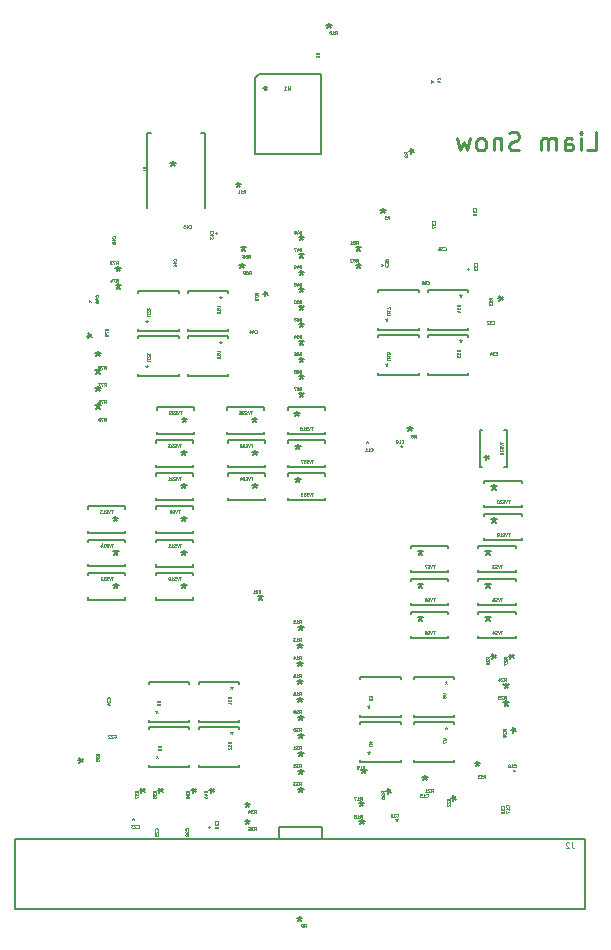
<source format=gbo>
G04 #@! TF.GenerationSoftware,KiCad,Pcbnew,(5.1.9)-1*
G04 #@! TF.CreationDate,2021-04-22T12:56:58-04:00*
G04 #@! TF.ProjectId,RoboRIO-IO-Link-Master,526f626f-5249-44f2-9d49-4f2d4c696e6b,rev?*
G04 #@! TF.SameCoordinates,Original*
G04 #@! TF.FileFunction,Legend,Bot*
G04 #@! TF.FilePolarity,Positive*
%FSLAX46Y46*%
G04 Gerber Fmt 4.6, Leading zero omitted, Abs format (unit mm)*
G04 Created by KiCad (PCBNEW (5.1.9)-1) date 2021-04-22 12:56:58*
%MOMM*%
%LPD*%
G01*
G04 APERTURE LIST*
%ADD10C,0.254000*%
%ADD11C,0.152400*%
%ADD12C,0.038100*%
%ADD13C,0.076200*%
%ADD14C,0.150000*%
%ADD15C,0.050800*%
%ADD16C,0.127000*%
G04 APERTURE END LIST*
D10*
X79756000Y-75009828D02*
X80481714Y-75009828D01*
X80481714Y-73485828D01*
X79248000Y-75009828D02*
X79248000Y-73993828D01*
X79248000Y-73485828D02*
X79320571Y-73558400D01*
X79248000Y-73630971D01*
X79175428Y-73558400D01*
X79248000Y-73485828D01*
X79248000Y-73630971D01*
X77869142Y-75009828D02*
X77869142Y-74211542D01*
X77941714Y-74066400D01*
X78086857Y-73993828D01*
X78377142Y-73993828D01*
X78522285Y-74066400D01*
X77869142Y-74937257D02*
X78014285Y-75009828D01*
X78377142Y-75009828D01*
X78522285Y-74937257D01*
X78594857Y-74792114D01*
X78594857Y-74646971D01*
X78522285Y-74501828D01*
X78377142Y-74429257D01*
X78014285Y-74429257D01*
X77869142Y-74356685D01*
X77143428Y-75009828D02*
X77143428Y-73993828D01*
X77143428Y-74138971D02*
X77070857Y-74066400D01*
X76925714Y-73993828D01*
X76708000Y-73993828D01*
X76562857Y-74066400D01*
X76490285Y-74211542D01*
X76490285Y-75009828D01*
X76490285Y-74211542D02*
X76417714Y-74066400D01*
X76272571Y-73993828D01*
X76054857Y-73993828D01*
X75909714Y-74066400D01*
X75837142Y-74211542D01*
X75837142Y-75009828D01*
X74022857Y-74937257D02*
X73805142Y-75009828D01*
X73442285Y-75009828D01*
X73297142Y-74937257D01*
X73224571Y-74864685D01*
X73152000Y-74719542D01*
X73152000Y-74574400D01*
X73224571Y-74429257D01*
X73297142Y-74356685D01*
X73442285Y-74284114D01*
X73732571Y-74211542D01*
X73877714Y-74138971D01*
X73950285Y-74066400D01*
X74022857Y-73921257D01*
X74022857Y-73776114D01*
X73950285Y-73630971D01*
X73877714Y-73558400D01*
X73732571Y-73485828D01*
X73369714Y-73485828D01*
X73152000Y-73558400D01*
X72498857Y-73993828D02*
X72498857Y-75009828D01*
X72498857Y-74138971D02*
X72426285Y-74066400D01*
X72281142Y-73993828D01*
X72063428Y-73993828D01*
X71918285Y-74066400D01*
X71845714Y-74211542D01*
X71845714Y-75009828D01*
X70902285Y-75009828D02*
X71047428Y-74937257D01*
X71120000Y-74864685D01*
X71192571Y-74719542D01*
X71192571Y-74284114D01*
X71120000Y-74138971D01*
X71047428Y-74066400D01*
X70902285Y-73993828D01*
X70684571Y-73993828D01*
X70539428Y-74066400D01*
X70466857Y-74138971D01*
X70394285Y-74284114D01*
X70394285Y-74719542D01*
X70466857Y-74864685D01*
X70539428Y-74937257D01*
X70684571Y-75009828D01*
X70902285Y-75009828D01*
X69886285Y-73993828D02*
X69596000Y-75009828D01*
X69305714Y-74284114D01*
X69015428Y-75009828D01*
X68725142Y-73993828D01*
D11*
X45186600Y-90106139D02*
X45186600Y-90297000D01*
X41783000Y-87084261D02*
X41783000Y-86893400D01*
X41783000Y-90297000D02*
X41783000Y-90106139D01*
X45186600Y-90297000D02*
X41783000Y-90297000D01*
X45186600Y-86893400D02*
X45186600Y-87084261D01*
X41783000Y-86893400D02*
X45186600Y-86893400D01*
X45999400Y-87084261D02*
X45999400Y-86893400D01*
X49403000Y-90106139D02*
X49403000Y-90297000D01*
X49403000Y-86893400D02*
X49403000Y-87084261D01*
X45999400Y-86893400D02*
X49403000Y-86893400D01*
X45999400Y-90297000D02*
X45999400Y-90106139D01*
X49403000Y-90297000D02*
X45999400Y-90297000D01*
X45999400Y-90894261D02*
X45999400Y-90703400D01*
X49403000Y-93916139D02*
X49403000Y-94107000D01*
X49403000Y-90703400D02*
X49403000Y-90894261D01*
X45999400Y-90703400D02*
X49403000Y-90703400D01*
X45999400Y-94107000D02*
X45999400Y-93916139D01*
X49403000Y-94107000D02*
X45999400Y-94107000D01*
X45186600Y-93916139D02*
X45186600Y-94107000D01*
X41783000Y-90894261D02*
X41783000Y-90703400D01*
X41783000Y-94107000D02*
X41783000Y-93916139D01*
X45186600Y-94107000D02*
X41783000Y-94107000D01*
X45186600Y-90703400D02*
X45186600Y-90894261D01*
X41783000Y-90703400D02*
X45186600Y-90703400D01*
X66319400Y-86982661D02*
X66319400Y-86791800D01*
X69723000Y-90004539D02*
X69723000Y-90195400D01*
X69723000Y-86791800D02*
X69723000Y-86982661D01*
X66319400Y-86791800D02*
X69723000Y-86791800D01*
X66319400Y-90195400D02*
X66319400Y-90004539D01*
X69723000Y-90195400D02*
X66319400Y-90195400D01*
X65506600Y-90004539D02*
X65506600Y-90195400D01*
X62103000Y-86982661D02*
X62103000Y-86791800D01*
X62103000Y-90195400D02*
X62103000Y-90004539D01*
X65506600Y-90195400D02*
X62103000Y-90195400D01*
X65506600Y-86791800D02*
X65506600Y-86982661D01*
X62103000Y-86791800D02*
X65506600Y-86791800D01*
X65506600Y-93814539D02*
X65506600Y-94005400D01*
X62103000Y-90792661D02*
X62103000Y-90601800D01*
X62103000Y-94005400D02*
X62103000Y-93814539D01*
X65506600Y-94005400D02*
X62103000Y-94005400D01*
X65506600Y-90601800D02*
X65506600Y-90792661D01*
X62103000Y-90601800D02*
X65506600Y-90601800D01*
X66319400Y-90792661D02*
X66319400Y-90601800D01*
X69723000Y-93814539D02*
X69723000Y-94005400D01*
X69723000Y-90601800D02*
X69723000Y-90792661D01*
X66319400Y-90601800D02*
X69723000Y-90601800D01*
X66319400Y-94005400D02*
X66319400Y-93814539D01*
X69723000Y-94005400D02*
X66319400Y-94005400D01*
X65100200Y-119748661D02*
X65100200Y-119557800D01*
X68503800Y-122770539D02*
X68503800Y-122961400D01*
X68503800Y-119557800D02*
X68503800Y-119748661D01*
X65100200Y-119557800D02*
X68503800Y-119557800D01*
X65100200Y-122961400D02*
X65100200Y-122770539D01*
X68503800Y-122961400D02*
X65100200Y-122961400D01*
X65100200Y-123584061D02*
X65100200Y-123393200D01*
X68503800Y-126605939D02*
X68503800Y-126796800D01*
X68503800Y-123393200D02*
X68503800Y-123584061D01*
X65100200Y-123393200D02*
X68503800Y-123393200D01*
X65100200Y-126796800D02*
X65100200Y-126605939D01*
X68503800Y-126796800D02*
X65100200Y-126796800D01*
X63982600Y-126631339D02*
X63982600Y-126822200D01*
X60579000Y-123609461D02*
X60579000Y-123418600D01*
X60579000Y-126822200D02*
X60579000Y-126631339D01*
X63982600Y-126822200D02*
X60579000Y-126822200D01*
X63982600Y-123418600D02*
X63982600Y-123609461D01*
X60579000Y-123418600D02*
X63982600Y-123418600D01*
X63982600Y-122770539D02*
X63982600Y-122961400D01*
X60579000Y-119748661D02*
X60579000Y-119557800D01*
X60579000Y-122961400D02*
X60579000Y-122770539D01*
X63982600Y-122961400D02*
X60579000Y-122961400D01*
X63982600Y-119557800D02*
X63982600Y-119748661D01*
X60579000Y-119557800D02*
X63982600Y-119557800D01*
X73710800Y-113324640D02*
X73710800Y-113525300D01*
X70561200Y-111465360D02*
X70561200Y-111264700D01*
X70561200Y-113525300D02*
X70561200Y-113324640D01*
X73710800Y-113525300D02*
X70561200Y-113525300D01*
X73710800Y-111264700D02*
X73710800Y-111465360D01*
X70561200Y-111264700D02*
X73710800Y-111264700D01*
X79629000Y-133273800D02*
X31369000Y-133273800D01*
X79629000Y-133273800D02*
X79629000Y-139268200D01*
X79629000Y-139268200D02*
X31369000Y-139268200D01*
X31369000Y-133273800D02*
X31369000Y-139268200D01*
X57353200Y-133273800D02*
X57353200Y-132283200D01*
X53644800Y-133273800D02*
X53644800Y-132283200D01*
X53644800Y-132283200D02*
X57353200Y-132283200D01*
X47039240Y-73507600D02*
X47396400Y-73507600D01*
X42519600Y-79908400D02*
X42519600Y-73507600D01*
X47396400Y-73507600D02*
X47396400Y-79908400D01*
X42519600Y-73507600D02*
X42876760Y-73507600D01*
X54419500Y-68498197D02*
X52029500Y-68498197D01*
X52029500Y-68498197D02*
X51624499Y-68903198D01*
X51624499Y-68903198D02*
X51624499Y-71898198D01*
X57214501Y-71898198D02*
X57214501Y-75298199D01*
X57214501Y-75298199D02*
X54419500Y-75298199D01*
X57214501Y-68498197D02*
X54419500Y-68498197D01*
X57214501Y-68498197D02*
X57214501Y-71898198D01*
X54419500Y-75298199D02*
X51624499Y-75298199D01*
X51624499Y-71898198D02*
X51624499Y-75298199D01*
X73710800Y-110530640D02*
X73710800Y-110731300D01*
X70561200Y-108671360D02*
X70561200Y-108470700D01*
X70561200Y-110731300D02*
X70561200Y-110530640D01*
X73710800Y-110731300D02*
X70561200Y-110731300D01*
X73710800Y-108470700D02*
X73710800Y-108671360D01*
X70561200Y-108470700D02*
X73710800Y-108470700D01*
X73710800Y-116118640D02*
X73710800Y-116319300D01*
X70561200Y-114259360D02*
X70561200Y-114058700D01*
X70561200Y-116319300D02*
X70561200Y-116118640D01*
X73710800Y-116319300D02*
X70561200Y-116319300D01*
X73710800Y-114058700D02*
X73710800Y-114259360D01*
X70561200Y-114058700D02*
X73710800Y-114058700D01*
X67995800Y-116118640D02*
X67995800Y-116319300D01*
X64846200Y-114259360D02*
X64846200Y-114058700D01*
X64846200Y-116319300D02*
X64846200Y-116118640D01*
X67995800Y-116319300D02*
X64846200Y-116319300D01*
X67995800Y-114058700D02*
X67995800Y-114259360D01*
X64846200Y-114058700D02*
X67995800Y-114058700D01*
X67995800Y-110530640D02*
X67995800Y-110731300D01*
X64846200Y-108671360D02*
X64846200Y-108470700D01*
X64846200Y-110731300D02*
X64846200Y-110530640D01*
X67995800Y-110731300D02*
X64846200Y-110731300D01*
X67995800Y-108470700D02*
X67995800Y-108671360D01*
X64846200Y-108470700D02*
X67995800Y-108470700D01*
X67995800Y-113324640D02*
X67995800Y-113525300D01*
X64846200Y-111465360D02*
X64846200Y-111264700D01*
X64846200Y-113525300D02*
X64846200Y-113324640D01*
X67995800Y-113525300D02*
X64846200Y-113525300D01*
X67995800Y-111264700D02*
X67995800Y-111465360D01*
X64846200Y-111264700D02*
X67995800Y-111264700D01*
X43281600Y-105343960D02*
X43281600Y-105143300D01*
X46431200Y-107203240D02*
X46431200Y-107403900D01*
X46431200Y-105143300D02*
X46431200Y-105343960D01*
X43281600Y-105143300D02*
X46431200Y-105143300D01*
X43281600Y-107403900D02*
X43281600Y-107203240D01*
X46431200Y-107403900D02*
X43281600Y-107403900D01*
X43281600Y-110982760D02*
X43281600Y-110782100D01*
X46431200Y-112842040D02*
X46431200Y-113042700D01*
X46431200Y-110782100D02*
X46431200Y-110982760D01*
X43281600Y-110782100D02*
X46431200Y-110782100D01*
X43281600Y-113042700D02*
X43281600Y-112842040D01*
X46431200Y-113042700D02*
X43281600Y-113042700D01*
X43281600Y-108188760D02*
X43281600Y-107988100D01*
X46431200Y-110048040D02*
X46431200Y-110248700D01*
X46431200Y-107988100D02*
X46431200Y-108188760D01*
X43281600Y-107988100D02*
X46431200Y-107988100D01*
X43281600Y-110248700D02*
X43281600Y-110048040D01*
X46431200Y-110248700D02*
X43281600Y-110248700D01*
X37526399Y-110982760D02*
X37526399Y-110782100D01*
X40675999Y-112842040D02*
X40675999Y-113042700D01*
X40675999Y-110782100D02*
X40675999Y-110982760D01*
X37526399Y-110782100D02*
X40675999Y-110782100D01*
X37526399Y-113042700D02*
X37526399Y-112842040D01*
X40675999Y-113042700D02*
X37526399Y-113042700D01*
X37490400Y-105343960D02*
X37490400Y-105143300D01*
X40640000Y-107203240D02*
X40640000Y-107403900D01*
X40640000Y-105143300D02*
X40640000Y-105343960D01*
X37490400Y-105143300D02*
X40640000Y-105143300D01*
X37490400Y-107403900D02*
X37490400Y-107203240D01*
X40640000Y-107403900D02*
X37490400Y-107403900D01*
X37526399Y-108166059D02*
X37526399Y-107965399D01*
X40675999Y-110025339D02*
X40675999Y-110225999D01*
X40675999Y-107965399D02*
X40675999Y-108166059D01*
X37526399Y-107965399D02*
X40675999Y-107965399D01*
X37526399Y-110225999D02*
X37526399Y-110025339D01*
X40675999Y-110225999D02*
X37526399Y-110225999D01*
X57607200Y-104409240D02*
X57607200Y-104609900D01*
X54457600Y-102549960D02*
X54457600Y-102349300D01*
X54457600Y-104609900D02*
X54457600Y-104409240D01*
X57607200Y-104609900D02*
X54457600Y-104609900D01*
X57607200Y-102349300D02*
X57607200Y-102549960D01*
X54457600Y-102349300D02*
X57607200Y-102349300D01*
X57556400Y-98821240D02*
X57556400Y-99021900D01*
X54406800Y-96961960D02*
X54406800Y-96761300D01*
X54406800Y-99021900D02*
X54406800Y-98821240D01*
X57556400Y-99021900D02*
X54406800Y-99021900D01*
X57556400Y-96761300D02*
X57556400Y-96961960D01*
X54406800Y-96761300D02*
X57556400Y-96761300D01*
X57607200Y-101615240D02*
X57607200Y-101815900D01*
X54457600Y-99755960D02*
X54457600Y-99555300D01*
X54457600Y-101815900D02*
X54457600Y-101615240D01*
X57607200Y-101815900D02*
X54457600Y-101815900D01*
X57607200Y-99555300D02*
X57607200Y-99755960D01*
X54457600Y-99555300D02*
X57607200Y-99555300D01*
X72760840Y-98653600D02*
X72961500Y-98653600D01*
X70901560Y-101803200D02*
X70700900Y-101803200D01*
X72961500Y-101803200D02*
X72760840Y-101803200D01*
X72961500Y-98653600D02*
X72961500Y-101803200D01*
X70700900Y-98653600D02*
X70901560Y-98653600D01*
X70700900Y-101803200D02*
X70700900Y-98653600D01*
X74218800Y-107812840D02*
X74218800Y-108013500D01*
X71069200Y-105953560D02*
X71069200Y-105752900D01*
X71069200Y-108013500D02*
X71069200Y-107812840D01*
X74218800Y-108013500D02*
X71069200Y-108013500D01*
X74218800Y-105752900D02*
X74218800Y-105953560D01*
X71069200Y-105752900D02*
X74218800Y-105752900D01*
X74218800Y-105018840D02*
X74218800Y-105219500D01*
X71069200Y-103159560D02*
X71069200Y-102958900D01*
X71069200Y-105219500D02*
X71069200Y-105018840D01*
X74218800Y-105219500D02*
X71069200Y-105219500D01*
X74218800Y-102958900D02*
X74218800Y-103159560D01*
X71069200Y-102958900D02*
X74218800Y-102958900D01*
X43281600Y-102549960D02*
X43281600Y-102349300D01*
X46431200Y-104409240D02*
X46431200Y-104609900D01*
X46431200Y-102349300D02*
X46431200Y-102549960D01*
X43281600Y-102349300D02*
X46431200Y-102349300D01*
X43281600Y-104609900D02*
X43281600Y-104409240D01*
X46431200Y-104609900D02*
X43281600Y-104609900D01*
X43332400Y-96961960D02*
X43332400Y-96761300D01*
X46482000Y-98821240D02*
X46482000Y-99021900D01*
X46482000Y-96761300D02*
X46482000Y-96961960D01*
X43332400Y-96761300D02*
X46482000Y-96761300D01*
X43332400Y-99021900D02*
X43332400Y-98821240D01*
X46482000Y-99021900D02*
X43332400Y-99021900D01*
X43281600Y-99755960D02*
X43281600Y-99555300D01*
X46431200Y-101615240D02*
X46431200Y-101815900D01*
X46431200Y-99555300D02*
X46431200Y-99755960D01*
X43281600Y-99555300D02*
X46431200Y-99555300D01*
X43281600Y-101815900D02*
X43281600Y-101615240D01*
X46431200Y-101815900D02*
X43281600Y-101815900D01*
X49326800Y-102549960D02*
X49326800Y-102349300D01*
X52476400Y-104409240D02*
X52476400Y-104609900D01*
X52476400Y-102349300D02*
X52476400Y-102549960D01*
X49326800Y-102349300D02*
X52476400Y-102349300D01*
X49326800Y-104609900D02*
X49326800Y-104409240D01*
X52476400Y-104609900D02*
X49326800Y-104609900D01*
X49276000Y-96961960D02*
X49276000Y-96761300D01*
X52425600Y-98821240D02*
X52425600Y-99021900D01*
X52425600Y-96761300D02*
X52425600Y-96961960D01*
X49276000Y-96761300D02*
X52425600Y-96761300D01*
X49276000Y-99021900D02*
X49276000Y-98821240D01*
X52425600Y-99021900D02*
X49276000Y-99021900D01*
X49326800Y-99755960D02*
X49326800Y-99555300D01*
X52476400Y-101615240D02*
X52476400Y-101815900D01*
X52476400Y-99555300D02*
X52476400Y-99755960D01*
X49326800Y-99555300D02*
X52476400Y-99555300D01*
X49326800Y-101815900D02*
X49326800Y-101615240D01*
X52476400Y-101815900D02*
X49326800Y-101815900D01*
X46050200Y-123202339D02*
X46050200Y-123393200D01*
X42646600Y-120180461D02*
X42646600Y-119989600D01*
X42646600Y-123393200D02*
X42646600Y-123202339D01*
X46050200Y-123393200D02*
X42646600Y-123393200D01*
X46050200Y-119989600D02*
X46050200Y-120180461D01*
X42646600Y-119989600D02*
X46050200Y-119989600D01*
X46075600Y-127012339D02*
X46075600Y-127203200D01*
X42672000Y-123990461D02*
X42672000Y-123799600D01*
X42672000Y-127203200D02*
X42672000Y-127012339D01*
X46075600Y-127203200D02*
X42672000Y-127203200D01*
X46075600Y-123799600D02*
X46075600Y-123990461D01*
X42672000Y-123799600D02*
X46075600Y-123799600D01*
X46913800Y-120180461D02*
X46913800Y-119989600D01*
X50317400Y-123202339D02*
X50317400Y-123393200D01*
X50317400Y-119989600D02*
X50317400Y-120180461D01*
X46913800Y-119989600D02*
X50317400Y-119989600D01*
X46913800Y-123393200D02*
X46913800Y-123202339D01*
X50317400Y-123393200D02*
X46913800Y-123393200D01*
X46913800Y-123990461D02*
X46913800Y-123799600D01*
X50317400Y-127012339D02*
X50317400Y-127203200D01*
X50317400Y-123799600D02*
X50317400Y-123990461D01*
X46913800Y-123799600D02*
X50317400Y-123799600D01*
X46913800Y-127203200D02*
X46913800Y-127012339D01*
X50317400Y-127203200D02*
X46913800Y-127203200D01*
D12*
X42760295Y-89023976D02*
X42554676Y-89023976D01*
X42530485Y-89011880D01*
X42518390Y-88999785D01*
X42506295Y-88975595D01*
X42506295Y-88927214D01*
X42518390Y-88903023D01*
X42530485Y-88890928D01*
X42554676Y-88878833D01*
X42760295Y-88878833D01*
X42736104Y-88769976D02*
X42748200Y-88757880D01*
X42760295Y-88733690D01*
X42760295Y-88673214D01*
X42748200Y-88649023D01*
X42736104Y-88636928D01*
X42711914Y-88624833D01*
X42687723Y-88624833D01*
X42651438Y-88636928D01*
X42506295Y-88782071D01*
X42506295Y-88624833D01*
X42736104Y-88528071D02*
X42748200Y-88515976D01*
X42760295Y-88491785D01*
X42760295Y-88431309D01*
X42748200Y-88407119D01*
X42736104Y-88395023D01*
X42711914Y-88382928D01*
X42687723Y-88382928D01*
X42651438Y-88395023D01*
X42506295Y-88540166D01*
X42506295Y-88382928D01*
D13*
X42468800Y-89333009D02*
X42468800Y-89453961D01*
X42589752Y-89405580D02*
X42468800Y-89453961D01*
X42347847Y-89405580D01*
X42541371Y-89550723D02*
X42468800Y-89453961D01*
X42396228Y-89550723D01*
D12*
X48425704Y-88166423D02*
X48631323Y-88166423D01*
X48655514Y-88178519D01*
X48667609Y-88190614D01*
X48679704Y-88214804D01*
X48679704Y-88263185D01*
X48667609Y-88287376D01*
X48655514Y-88299471D01*
X48631323Y-88311566D01*
X48425704Y-88311566D01*
X48679704Y-88565566D02*
X48679704Y-88420423D01*
X48679704Y-88492995D02*
X48425704Y-88492995D01*
X48461990Y-88468804D01*
X48486180Y-88444614D01*
X48498276Y-88420423D01*
X48679704Y-88686519D02*
X48679704Y-88734900D01*
X48667609Y-88759090D01*
X48655514Y-88771185D01*
X48619228Y-88795376D01*
X48570847Y-88807471D01*
X48474085Y-88807471D01*
X48449895Y-88795376D01*
X48437800Y-88783280D01*
X48425704Y-88759090D01*
X48425704Y-88710709D01*
X48437800Y-88686519D01*
X48449895Y-88674423D01*
X48474085Y-88662328D01*
X48534561Y-88662328D01*
X48558752Y-88674423D01*
X48570847Y-88686519D01*
X48582942Y-88710709D01*
X48582942Y-88759090D01*
X48570847Y-88783280D01*
X48558752Y-88795376D01*
X48534561Y-88807471D01*
D13*
X48717200Y-87301009D02*
X48717200Y-87421961D01*
X48838152Y-87373580D02*
X48717200Y-87421961D01*
X48596247Y-87373580D01*
X48789771Y-87518723D02*
X48717200Y-87421961D01*
X48644628Y-87518723D01*
D12*
X48425704Y-91976423D02*
X48631323Y-91976423D01*
X48655514Y-91988519D01*
X48667609Y-92000614D01*
X48679704Y-92024804D01*
X48679704Y-92073185D01*
X48667609Y-92097376D01*
X48655514Y-92109471D01*
X48631323Y-92121566D01*
X48425704Y-92121566D01*
X48679704Y-92375566D02*
X48679704Y-92230423D01*
X48679704Y-92302995D02*
X48425704Y-92302995D01*
X48461990Y-92278804D01*
X48486180Y-92254614D01*
X48498276Y-92230423D01*
X48534561Y-92520709D02*
X48522466Y-92496519D01*
X48510371Y-92484423D01*
X48486180Y-92472328D01*
X48474085Y-92472328D01*
X48449895Y-92484423D01*
X48437800Y-92496519D01*
X48425704Y-92520709D01*
X48425704Y-92569090D01*
X48437800Y-92593280D01*
X48449895Y-92605376D01*
X48474085Y-92617471D01*
X48486180Y-92617471D01*
X48510371Y-92605376D01*
X48522466Y-92593280D01*
X48534561Y-92569090D01*
X48534561Y-92520709D01*
X48546657Y-92496519D01*
X48558752Y-92484423D01*
X48582942Y-92472328D01*
X48631323Y-92472328D01*
X48655514Y-92484423D01*
X48667609Y-92496519D01*
X48679704Y-92520709D01*
X48679704Y-92569090D01*
X48667609Y-92593280D01*
X48655514Y-92605376D01*
X48631323Y-92617471D01*
X48582942Y-92617471D01*
X48558752Y-92605376D01*
X48546657Y-92593280D01*
X48534561Y-92569090D01*
D13*
X48717200Y-91111009D02*
X48717200Y-91231961D01*
X48838152Y-91183580D02*
X48717200Y-91231961D01*
X48596247Y-91183580D01*
X48789771Y-91328723D02*
X48717200Y-91231961D01*
X48644628Y-91328723D01*
D12*
X42760295Y-92833976D02*
X42554676Y-92833976D01*
X42530485Y-92821880D01*
X42518390Y-92809785D01*
X42506295Y-92785595D01*
X42506295Y-92737214D01*
X42518390Y-92713023D01*
X42530485Y-92700928D01*
X42554676Y-92688833D01*
X42760295Y-92688833D01*
X42736104Y-92579976D02*
X42748200Y-92567880D01*
X42760295Y-92543690D01*
X42760295Y-92483214D01*
X42748200Y-92459023D01*
X42736104Y-92446928D01*
X42711914Y-92434833D01*
X42687723Y-92434833D01*
X42651438Y-92446928D01*
X42506295Y-92592071D01*
X42506295Y-92434833D01*
X42506295Y-92192928D02*
X42506295Y-92338071D01*
X42506295Y-92265500D02*
X42760295Y-92265500D01*
X42724009Y-92289690D01*
X42699819Y-92313880D01*
X42687723Y-92338071D01*
D13*
X42468800Y-93143009D02*
X42468800Y-93263961D01*
X42589752Y-93215580D02*
X42468800Y-93263961D01*
X42347847Y-93215580D01*
X42541371Y-93360723D02*
X42468800Y-93263961D01*
X42396228Y-93360723D01*
D12*
X68745704Y-88064823D02*
X68951323Y-88064823D01*
X68975514Y-88076919D01*
X68987609Y-88089014D01*
X68999704Y-88113204D01*
X68999704Y-88161585D01*
X68987609Y-88185776D01*
X68975514Y-88197871D01*
X68951323Y-88209966D01*
X68745704Y-88209966D01*
X68999704Y-88463966D02*
X68999704Y-88318823D01*
X68999704Y-88391395D02*
X68745704Y-88391395D01*
X68781990Y-88367204D01*
X68806180Y-88343014D01*
X68818276Y-88318823D01*
X68830371Y-88681680D02*
X68999704Y-88681680D01*
X68733609Y-88621204D02*
X68915038Y-88560728D01*
X68915038Y-88717966D01*
D13*
X69037200Y-87199409D02*
X69037200Y-87320361D01*
X69158152Y-87271980D02*
X69037200Y-87320361D01*
X68916247Y-87271980D01*
X69109771Y-87417123D02*
X69037200Y-87320361D01*
X68964628Y-87417123D01*
D12*
X63080295Y-88922376D02*
X62874676Y-88922376D01*
X62850485Y-88910280D01*
X62838390Y-88898185D01*
X62826295Y-88873995D01*
X62826295Y-88825614D01*
X62838390Y-88801423D01*
X62850485Y-88789328D01*
X62874676Y-88777233D01*
X63080295Y-88777233D01*
X62826295Y-88523233D02*
X62826295Y-88668376D01*
X62826295Y-88595804D02*
X63080295Y-88595804D01*
X63044009Y-88619995D01*
X63019819Y-88644185D01*
X63007723Y-88668376D01*
X63080295Y-88438566D02*
X63080295Y-88269233D01*
X62826295Y-88378090D01*
D13*
X62788800Y-89231409D02*
X62788800Y-89352361D01*
X62909752Y-89303980D02*
X62788800Y-89352361D01*
X62667847Y-89303980D01*
X62861371Y-89449123D02*
X62788800Y-89352361D01*
X62716228Y-89449123D01*
D12*
X63080295Y-92732376D02*
X62874676Y-92732376D01*
X62850485Y-92720280D01*
X62838390Y-92708185D01*
X62826295Y-92683995D01*
X62826295Y-92635614D01*
X62838390Y-92611423D01*
X62850485Y-92599328D01*
X62874676Y-92587233D01*
X63080295Y-92587233D01*
X62826295Y-92333233D02*
X62826295Y-92478376D01*
X62826295Y-92405804D02*
X63080295Y-92405804D01*
X63044009Y-92429995D01*
X63019819Y-92454185D01*
X63007723Y-92478376D01*
X63080295Y-92115519D02*
X63080295Y-92163900D01*
X63068200Y-92188090D01*
X63056104Y-92200185D01*
X63019819Y-92224376D01*
X62971438Y-92236471D01*
X62874676Y-92236471D01*
X62850485Y-92224376D01*
X62838390Y-92212280D01*
X62826295Y-92188090D01*
X62826295Y-92139709D01*
X62838390Y-92115519D01*
X62850485Y-92103423D01*
X62874676Y-92091328D01*
X62935152Y-92091328D01*
X62959342Y-92103423D01*
X62971438Y-92115519D01*
X62983533Y-92139709D01*
X62983533Y-92188090D01*
X62971438Y-92212280D01*
X62959342Y-92224376D01*
X62935152Y-92236471D01*
D13*
X62788800Y-93041409D02*
X62788800Y-93162361D01*
X62909752Y-93113980D02*
X62788800Y-93162361D01*
X62667847Y-93113980D01*
X62861371Y-93259123D02*
X62788800Y-93162361D01*
X62716228Y-93259123D01*
D12*
X68745704Y-91874823D02*
X68951323Y-91874823D01*
X68975514Y-91886919D01*
X68987609Y-91899014D01*
X68999704Y-91923204D01*
X68999704Y-91971585D01*
X68987609Y-91995776D01*
X68975514Y-92007871D01*
X68951323Y-92019966D01*
X68745704Y-92019966D01*
X68999704Y-92273966D02*
X68999704Y-92128823D01*
X68999704Y-92201395D02*
X68745704Y-92201395D01*
X68781990Y-92177204D01*
X68806180Y-92153014D01*
X68818276Y-92128823D01*
X68745704Y-92358633D02*
X68745704Y-92515871D01*
X68842466Y-92431204D01*
X68842466Y-92467490D01*
X68854561Y-92491680D01*
X68866657Y-92503776D01*
X68890847Y-92515871D01*
X68951323Y-92515871D01*
X68975514Y-92503776D01*
X68987609Y-92491680D01*
X68999704Y-92467490D01*
X68999704Y-92394919D01*
X68987609Y-92370728D01*
X68975514Y-92358633D01*
D13*
X69037200Y-91009409D02*
X69037200Y-91130361D01*
X69158152Y-91081980D02*
X69037200Y-91130361D01*
X68916247Y-91081980D01*
X69109771Y-91227123D02*
X69037200Y-91130361D01*
X68964628Y-91227123D01*
D12*
X67526504Y-120951776D02*
X67732123Y-120951776D01*
X67756314Y-120963871D01*
X67768409Y-120975966D01*
X67780504Y-121000157D01*
X67780504Y-121048538D01*
X67768409Y-121072728D01*
X67756314Y-121084823D01*
X67732123Y-121096919D01*
X67526504Y-121096919D01*
X67526504Y-121326728D02*
X67526504Y-121278347D01*
X67538600Y-121254157D01*
X67550695Y-121242061D01*
X67586980Y-121217871D01*
X67635361Y-121205776D01*
X67732123Y-121205776D01*
X67756314Y-121217871D01*
X67768409Y-121229966D01*
X67780504Y-121254157D01*
X67780504Y-121302538D01*
X67768409Y-121326728D01*
X67756314Y-121338823D01*
X67732123Y-121350919D01*
X67671647Y-121350919D01*
X67647457Y-121338823D01*
X67635361Y-121326728D01*
X67623266Y-121302538D01*
X67623266Y-121254157D01*
X67635361Y-121229966D01*
X67647457Y-121217871D01*
X67671647Y-121205776D01*
D13*
X67818000Y-119965409D02*
X67818000Y-120086361D01*
X67938952Y-120037980D02*
X67818000Y-120086361D01*
X67697047Y-120037980D01*
X67890571Y-120183123D02*
X67818000Y-120086361D01*
X67745428Y-120183123D01*
D12*
X67526504Y-124787176D02*
X67732123Y-124787176D01*
X67756314Y-124799271D01*
X67768409Y-124811366D01*
X67780504Y-124835557D01*
X67780504Y-124883938D01*
X67768409Y-124908128D01*
X67756314Y-124920223D01*
X67732123Y-124932319D01*
X67526504Y-124932319D01*
X67526504Y-125029080D02*
X67526504Y-125198414D01*
X67780504Y-125089557D01*
D13*
X67818000Y-123800809D02*
X67818000Y-123921761D01*
X67938952Y-123873380D02*
X67818000Y-123921761D01*
X67697047Y-123873380D01*
X67890571Y-124018523D02*
X67818000Y-123921761D01*
X67745428Y-124018523D01*
D12*
X61556295Y-125428223D02*
X61350676Y-125428223D01*
X61326485Y-125416128D01*
X61314390Y-125404033D01*
X61302295Y-125379842D01*
X61302295Y-125331461D01*
X61314390Y-125307271D01*
X61326485Y-125295176D01*
X61350676Y-125283080D01*
X61556295Y-125283080D01*
X61471628Y-125053271D02*
X61302295Y-125053271D01*
X61568390Y-125113747D02*
X61386961Y-125174223D01*
X61386961Y-125016985D01*
D13*
X61264800Y-125858209D02*
X61264800Y-125979161D01*
X61385752Y-125930780D02*
X61264800Y-125979161D01*
X61143847Y-125930780D01*
X61337371Y-126075923D02*
X61264800Y-125979161D01*
X61192228Y-126075923D01*
D12*
X61556295Y-121567423D02*
X61350676Y-121567423D01*
X61326485Y-121555328D01*
X61314390Y-121543233D01*
X61302295Y-121519042D01*
X61302295Y-121470661D01*
X61314390Y-121446471D01*
X61326485Y-121434376D01*
X61350676Y-121422280D01*
X61556295Y-121422280D01*
X61556295Y-121325519D02*
X61556295Y-121168280D01*
X61459533Y-121252947D01*
X61459533Y-121216661D01*
X61447438Y-121192471D01*
X61435342Y-121180376D01*
X61411152Y-121168280D01*
X61350676Y-121168280D01*
X61326485Y-121180376D01*
X61314390Y-121192471D01*
X61302295Y-121216661D01*
X61302295Y-121289233D01*
X61314390Y-121313423D01*
X61326485Y-121325519D01*
D13*
X61264800Y-121997409D02*
X61264800Y-122118361D01*
X61385752Y-122069980D02*
X61264800Y-122118361D01*
X61143847Y-122069980D01*
X61337371Y-122215123D02*
X61264800Y-122118361D01*
X61192228Y-122215123D01*
D12*
X72572033Y-112916304D02*
X72426890Y-112916304D01*
X72499461Y-113170304D02*
X72499461Y-112916304D01*
X72378509Y-112916304D02*
X72293842Y-113170304D01*
X72209176Y-112916304D01*
X72136604Y-113158209D02*
X72100319Y-113170304D01*
X72039842Y-113170304D01*
X72015652Y-113158209D01*
X72003557Y-113146114D01*
X71991461Y-113121923D01*
X71991461Y-113097733D01*
X72003557Y-113073542D01*
X72015652Y-113061447D01*
X72039842Y-113049352D01*
X72088223Y-113037257D01*
X72112414Y-113025161D01*
X72124509Y-113013066D01*
X72136604Y-112988876D01*
X72136604Y-112964685D01*
X72124509Y-112940495D01*
X72112414Y-112928400D01*
X72088223Y-112916304D01*
X72027747Y-112916304D01*
X71991461Y-112928400D01*
X71761652Y-112916304D02*
X71882604Y-112916304D01*
X71894700Y-113037257D01*
X71882604Y-113025161D01*
X71858414Y-113013066D01*
X71797938Y-113013066D01*
X71773747Y-113025161D01*
X71761652Y-113037257D01*
X71749557Y-113061447D01*
X71749557Y-113121923D01*
X71761652Y-113146114D01*
X71773747Y-113158209D01*
X71797938Y-113170304D01*
X71858414Y-113170304D01*
X71882604Y-113158209D01*
X71894700Y-113146114D01*
D14*
X71374000Y-111593380D02*
X71374000Y-111831476D01*
X71612095Y-111736238D02*
X71374000Y-111831476D01*
X71135904Y-111736238D01*
X71516857Y-112021952D02*
X71374000Y-111831476D01*
X71231142Y-112021952D01*
D13*
X78464833Y-133579809D02*
X78464833Y-133942666D01*
X78489023Y-134015238D01*
X78537404Y-134063619D01*
X78609976Y-134087809D01*
X78658357Y-134087809D01*
X78247119Y-133628190D02*
X78222928Y-133604000D01*
X78174547Y-133579809D01*
X78053595Y-133579809D01*
X78005214Y-133604000D01*
X77981023Y-133628190D01*
X77956833Y-133676571D01*
X77956833Y-133724952D01*
X77981023Y-133797523D01*
X78271309Y-134087809D01*
X77956833Y-134087809D01*
D12*
X42431304Y-76380823D02*
X42177304Y-76380823D01*
X42177304Y-76441300D01*
X42189400Y-76477585D01*
X42213590Y-76501776D01*
X42237780Y-76513871D01*
X42286161Y-76525966D01*
X42322447Y-76525966D01*
X42370828Y-76513871D01*
X42395019Y-76501776D01*
X42419209Y-76477585D01*
X42431304Y-76441300D01*
X42431304Y-76380823D01*
X42431304Y-76767871D02*
X42431304Y-76622728D01*
X42431304Y-76695300D02*
X42177304Y-76695300D01*
X42213590Y-76671109D01*
X42237780Y-76646919D01*
X42249876Y-76622728D01*
D14*
X44704000Y-75906380D02*
X44704000Y-76144476D01*
X44942095Y-76049238D02*
X44704000Y-76144476D01*
X44465904Y-76049238D01*
X44846857Y-76334952D02*
X44704000Y-76144476D01*
X44561142Y-76334952D01*
D12*
X67324514Y-68994866D02*
X67336609Y-68982771D01*
X67348704Y-68946485D01*
X67348704Y-68922295D01*
X67336609Y-68886009D01*
X67312419Y-68861819D01*
X67288228Y-68849723D01*
X67239847Y-68837628D01*
X67203561Y-68837628D01*
X67155180Y-68849723D01*
X67130990Y-68861819D01*
X67106800Y-68886009D01*
X67094704Y-68922295D01*
X67094704Y-68946485D01*
X67106800Y-68982771D01*
X67118895Y-68994866D01*
X67179371Y-69212580D02*
X67348704Y-69212580D01*
X67082609Y-69152104D02*
X67264038Y-69091628D01*
X67264038Y-69248866D01*
D15*
X66517157Y-69164200D02*
X66607871Y-69164200D01*
X66571585Y-69073485D02*
X66607871Y-69164200D01*
X66571585Y-69254914D01*
X66680442Y-69109771D02*
X66607871Y-69164200D01*
X66680442Y-69218628D01*
D12*
X64056985Y-99734914D02*
X64069080Y-99747009D01*
X64105366Y-99759104D01*
X64129557Y-99759104D01*
X64165842Y-99747009D01*
X64190033Y-99722819D01*
X64202128Y-99698628D01*
X64214223Y-99650247D01*
X64214223Y-99613961D01*
X64202128Y-99565580D01*
X64190033Y-99541390D01*
X64165842Y-99517200D01*
X64129557Y-99505104D01*
X64105366Y-99505104D01*
X64069080Y-99517200D01*
X64056985Y-99529295D01*
X63815080Y-99759104D02*
X63960223Y-99759104D01*
X63887652Y-99759104D02*
X63887652Y-99505104D01*
X63911842Y-99541390D01*
X63936033Y-99565580D01*
X63960223Y-99577676D01*
X63657842Y-99505104D02*
X63633652Y-99505104D01*
X63609461Y-99517200D01*
X63597366Y-99529295D01*
X63585271Y-99553485D01*
X63573176Y-99601866D01*
X63573176Y-99662342D01*
X63585271Y-99710723D01*
X63597366Y-99734914D01*
X63609461Y-99747009D01*
X63633652Y-99759104D01*
X63657842Y-99759104D01*
X63682033Y-99747009D01*
X63694128Y-99734914D01*
X63706223Y-99710723D01*
X63718319Y-99662342D01*
X63718319Y-99601866D01*
X63706223Y-99553485D01*
X63694128Y-99529295D01*
X63682033Y-99517200D01*
X63657842Y-99505104D01*
D15*
X64033400Y-99943557D02*
X64033400Y-100034271D01*
X64124114Y-99997985D02*
X64033400Y-100034271D01*
X63942685Y-99997985D01*
X64087828Y-100106842D02*
X64033400Y-100034271D01*
X63978971Y-100106842D01*
D12*
X61440785Y-100446114D02*
X61452880Y-100458209D01*
X61489166Y-100470304D01*
X61513357Y-100470304D01*
X61549642Y-100458209D01*
X61573833Y-100434019D01*
X61585928Y-100409828D01*
X61598023Y-100361447D01*
X61598023Y-100325161D01*
X61585928Y-100276780D01*
X61573833Y-100252590D01*
X61549642Y-100228400D01*
X61513357Y-100216304D01*
X61489166Y-100216304D01*
X61452880Y-100228400D01*
X61440785Y-100240495D01*
X61198880Y-100470304D02*
X61344023Y-100470304D01*
X61271452Y-100470304D02*
X61271452Y-100216304D01*
X61295642Y-100252590D01*
X61319833Y-100276780D01*
X61344023Y-100288876D01*
X60956976Y-100470304D02*
X61102119Y-100470304D01*
X61029547Y-100470304D02*
X61029547Y-100216304D01*
X61053738Y-100252590D01*
X61077928Y-100276780D01*
X61102119Y-100288876D01*
D15*
X61137800Y-99638757D02*
X61137800Y-99729471D01*
X61228514Y-99693185D02*
X61137800Y-99729471D01*
X61047085Y-99693185D01*
X61192228Y-99802042D02*
X61137800Y-99729471D01*
X61083371Y-99802042D01*
D12*
X63612485Y-131383314D02*
X63624580Y-131395409D01*
X63660866Y-131407504D01*
X63685057Y-131407504D01*
X63721342Y-131395409D01*
X63745533Y-131371219D01*
X63757628Y-131347028D01*
X63769723Y-131298647D01*
X63769723Y-131262361D01*
X63757628Y-131213980D01*
X63745533Y-131189790D01*
X63721342Y-131165600D01*
X63685057Y-131153504D01*
X63660866Y-131153504D01*
X63624580Y-131165600D01*
X63612485Y-131177695D01*
X63370580Y-131407504D02*
X63515723Y-131407504D01*
X63443152Y-131407504D02*
X63443152Y-131153504D01*
X63467342Y-131189790D01*
X63491533Y-131213980D01*
X63515723Y-131226076D01*
X63285914Y-131153504D02*
X63128676Y-131153504D01*
X63213342Y-131250266D01*
X63177057Y-131250266D01*
X63152866Y-131262361D01*
X63140771Y-131274457D01*
X63128676Y-131298647D01*
X63128676Y-131359123D01*
X63140771Y-131383314D01*
X63152866Y-131395409D01*
X63177057Y-131407504D01*
X63249628Y-131407504D01*
X63273819Y-131395409D01*
X63285914Y-131383314D01*
D15*
X63627000Y-131591957D02*
X63627000Y-131682671D01*
X63717714Y-131646385D02*
X63627000Y-131682671D01*
X63536285Y-131646385D01*
X63681428Y-131755242D02*
X63627000Y-131682671D01*
X63572571Y-131755242D01*
D12*
X66127085Y-129706914D02*
X66139180Y-129719009D01*
X66175466Y-129731104D01*
X66199657Y-129731104D01*
X66235942Y-129719009D01*
X66260133Y-129694819D01*
X66272228Y-129670628D01*
X66284323Y-129622247D01*
X66284323Y-129585961D01*
X66272228Y-129537580D01*
X66260133Y-129513390D01*
X66235942Y-129489200D01*
X66199657Y-129477104D01*
X66175466Y-129477104D01*
X66139180Y-129489200D01*
X66127085Y-129501295D01*
X65885180Y-129731104D02*
X66030323Y-129731104D01*
X65957752Y-129731104D02*
X65957752Y-129477104D01*
X65981942Y-129513390D01*
X66006133Y-129537580D01*
X66030323Y-129549676D01*
X65655371Y-129477104D02*
X65776323Y-129477104D01*
X65788419Y-129598057D01*
X65776323Y-129585961D01*
X65752133Y-129573866D01*
X65691657Y-129573866D01*
X65667466Y-129585961D01*
X65655371Y-129598057D01*
X65643276Y-129622247D01*
X65643276Y-129682723D01*
X65655371Y-129706914D01*
X65667466Y-129719009D01*
X65691657Y-129731104D01*
X65752133Y-129731104D01*
X65776323Y-129719009D01*
X65788419Y-129706914D01*
X73115714Y-130595914D02*
X73127809Y-130583819D01*
X73139904Y-130547533D01*
X73139904Y-130523342D01*
X73127809Y-130487057D01*
X73103619Y-130462866D01*
X73079428Y-130450771D01*
X73031047Y-130438676D01*
X72994761Y-130438676D01*
X72946380Y-130450771D01*
X72922190Y-130462866D01*
X72898000Y-130487057D01*
X72885904Y-130523342D01*
X72885904Y-130547533D01*
X72898000Y-130583819D01*
X72910095Y-130595914D01*
X73139904Y-130837819D02*
X73139904Y-130692676D01*
X73139904Y-130765247D02*
X72885904Y-130765247D01*
X72922190Y-130741057D01*
X72946380Y-130716866D01*
X72958476Y-130692676D01*
X72885904Y-130922485D02*
X72885904Y-131091819D01*
X73139904Y-130982961D01*
X72709314Y-130658514D02*
X72721409Y-130646419D01*
X72733504Y-130610133D01*
X72733504Y-130585942D01*
X72721409Y-130549657D01*
X72697219Y-130525466D01*
X72673028Y-130513371D01*
X72624647Y-130501276D01*
X72588361Y-130501276D01*
X72539980Y-130513371D01*
X72515790Y-130525466D01*
X72491600Y-130549657D01*
X72479504Y-130585942D01*
X72479504Y-130610133D01*
X72491600Y-130646419D01*
X72503695Y-130658514D01*
X72733504Y-130900419D02*
X72733504Y-130755276D01*
X72733504Y-130827847D02*
X72479504Y-130827847D01*
X72515790Y-130803657D01*
X72539980Y-130779466D01*
X72552076Y-130755276D01*
X72588361Y-131045561D02*
X72576266Y-131021371D01*
X72564171Y-131009276D01*
X72539980Y-130997180D01*
X72527885Y-130997180D01*
X72503695Y-131009276D01*
X72491600Y-131021371D01*
X72479504Y-131045561D01*
X72479504Y-131093942D01*
X72491600Y-131118133D01*
X72503695Y-131130228D01*
X72527885Y-131142323D01*
X72539980Y-131142323D01*
X72564171Y-131130228D01*
X72576266Y-131118133D01*
X72588361Y-131093942D01*
X72588361Y-131045561D01*
X72600457Y-131021371D01*
X72612552Y-131009276D01*
X72636742Y-130997180D01*
X72685123Y-130997180D01*
X72709314Y-131009276D01*
X72721409Y-131021371D01*
X72733504Y-131045561D01*
X72733504Y-131093942D01*
X72721409Y-131118133D01*
X72709314Y-131130228D01*
X72685123Y-131142323D01*
X72636742Y-131142323D01*
X72612552Y-131130228D01*
X72600457Y-131118133D01*
X72588361Y-131093942D01*
X73569285Y-127217714D02*
X73581380Y-127229809D01*
X73617666Y-127241904D01*
X73641857Y-127241904D01*
X73678142Y-127229809D01*
X73702333Y-127205619D01*
X73714428Y-127181428D01*
X73726523Y-127133047D01*
X73726523Y-127096761D01*
X73714428Y-127048380D01*
X73702333Y-127024190D01*
X73678142Y-127000000D01*
X73641857Y-126987904D01*
X73617666Y-126987904D01*
X73581380Y-127000000D01*
X73569285Y-127012095D01*
X73327380Y-127241904D02*
X73472523Y-127241904D01*
X73399952Y-127241904D02*
X73399952Y-126987904D01*
X73424142Y-127024190D01*
X73448333Y-127048380D01*
X73472523Y-127060476D01*
X73206428Y-127241904D02*
X73158047Y-127241904D01*
X73133857Y-127229809D01*
X73121761Y-127217714D01*
X73097571Y-127181428D01*
X73085476Y-127133047D01*
X73085476Y-127036285D01*
X73097571Y-127012095D01*
X73109666Y-127000000D01*
X73133857Y-126987904D01*
X73182238Y-126987904D01*
X73206428Y-127000000D01*
X73218523Y-127012095D01*
X73230619Y-127036285D01*
X73230619Y-127096761D01*
X73218523Y-127120952D01*
X73206428Y-127133047D01*
X73182238Y-127145142D01*
X73133857Y-127145142D01*
X73109666Y-127133047D01*
X73097571Y-127120952D01*
X73085476Y-127096761D01*
D15*
X73583800Y-127426357D02*
X73583800Y-127517071D01*
X73674514Y-127480785D02*
X73583800Y-127517071D01*
X73493085Y-127480785D01*
X73638228Y-127589642D02*
X73583800Y-127517071D01*
X73529371Y-127589642D01*
D12*
X39711085Y-124690414D02*
X39723180Y-124702509D01*
X39759466Y-124714604D01*
X39783657Y-124714604D01*
X39819942Y-124702509D01*
X39844133Y-124678319D01*
X39856228Y-124654128D01*
X39868323Y-124605747D01*
X39868323Y-124569461D01*
X39856228Y-124521080D01*
X39844133Y-124496890D01*
X39819942Y-124472700D01*
X39783657Y-124460604D01*
X39759466Y-124460604D01*
X39723180Y-124472700D01*
X39711085Y-124484795D01*
X39614323Y-124484795D02*
X39602228Y-124472700D01*
X39578038Y-124460604D01*
X39517561Y-124460604D01*
X39493371Y-124472700D01*
X39481276Y-124484795D01*
X39469180Y-124508985D01*
X39469180Y-124533176D01*
X39481276Y-124569461D01*
X39626419Y-124714604D01*
X39469180Y-124714604D01*
X39372419Y-124484795D02*
X39360323Y-124472700D01*
X39336133Y-124460604D01*
X39275657Y-124460604D01*
X39251466Y-124472700D01*
X39239371Y-124484795D01*
X39227276Y-124508985D01*
X39227276Y-124533176D01*
X39239371Y-124569461D01*
X39384514Y-124714604D01*
X39227276Y-124714604D01*
X41666885Y-132348514D02*
X41678980Y-132360609D01*
X41715266Y-132372704D01*
X41739457Y-132372704D01*
X41775742Y-132360609D01*
X41799933Y-132336419D01*
X41812028Y-132312228D01*
X41824123Y-132263847D01*
X41824123Y-132227561D01*
X41812028Y-132179180D01*
X41799933Y-132154990D01*
X41775742Y-132130800D01*
X41739457Y-132118704D01*
X41715266Y-132118704D01*
X41678980Y-132130800D01*
X41666885Y-132142895D01*
X41570123Y-132142895D02*
X41558028Y-132130800D01*
X41533838Y-132118704D01*
X41473361Y-132118704D01*
X41449171Y-132130800D01*
X41437076Y-132142895D01*
X41424980Y-132167085D01*
X41424980Y-132191276D01*
X41437076Y-132227561D01*
X41582219Y-132372704D01*
X41424980Y-132372704D01*
X41340314Y-132118704D02*
X41183076Y-132118704D01*
X41267742Y-132215466D01*
X41231457Y-132215466D01*
X41207266Y-132227561D01*
X41195171Y-132239657D01*
X41183076Y-132263847D01*
X41183076Y-132324323D01*
X41195171Y-132348514D01*
X41207266Y-132360609D01*
X41231457Y-132372704D01*
X41304028Y-132372704D01*
X41328219Y-132360609D01*
X41340314Y-132348514D01*
D15*
X41325800Y-131541157D02*
X41325800Y-131631871D01*
X41416514Y-131595585D02*
X41325800Y-131631871D01*
X41235085Y-131595585D01*
X41380228Y-131704442D02*
X41325800Y-131631871D01*
X41271371Y-131704442D01*
D12*
X39346414Y-121477314D02*
X39358509Y-121465219D01*
X39370604Y-121428933D01*
X39370604Y-121404742D01*
X39358509Y-121368457D01*
X39334319Y-121344266D01*
X39310128Y-121332171D01*
X39261747Y-121320076D01*
X39225461Y-121320076D01*
X39177080Y-121332171D01*
X39152890Y-121344266D01*
X39128700Y-121368457D01*
X39116604Y-121404742D01*
X39116604Y-121428933D01*
X39128700Y-121465219D01*
X39140795Y-121477314D01*
X39140795Y-121574076D02*
X39128700Y-121586171D01*
X39116604Y-121610361D01*
X39116604Y-121670838D01*
X39128700Y-121695028D01*
X39140795Y-121707123D01*
X39164985Y-121719219D01*
X39189176Y-121719219D01*
X39225461Y-121707123D01*
X39370604Y-121561980D01*
X39370604Y-121719219D01*
X39201271Y-121936933D02*
X39370604Y-121936933D01*
X39104509Y-121876457D02*
X39285938Y-121815980D01*
X39285938Y-121973219D01*
X43397714Y-132551714D02*
X43409809Y-132539619D01*
X43421904Y-132503333D01*
X43421904Y-132479142D01*
X43409809Y-132442857D01*
X43385619Y-132418666D01*
X43361428Y-132406571D01*
X43313047Y-132394476D01*
X43276761Y-132394476D01*
X43228380Y-132406571D01*
X43204190Y-132418666D01*
X43180000Y-132442857D01*
X43167904Y-132479142D01*
X43167904Y-132503333D01*
X43180000Y-132539619D01*
X43192095Y-132551714D01*
X43192095Y-132648476D02*
X43180000Y-132660571D01*
X43167904Y-132684761D01*
X43167904Y-132745238D01*
X43180000Y-132769428D01*
X43192095Y-132781523D01*
X43216285Y-132793619D01*
X43240476Y-132793619D01*
X43276761Y-132781523D01*
X43421904Y-132636380D01*
X43421904Y-132793619D01*
X43167904Y-133023428D02*
X43167904Y-132902476D01*
X43288857Y-132890380D01*
X43276761Y-132902476D01*
X43264666Y-132926666D01*
X43264666Y-132987142D01*
X43276761Y-133011333D01*
X43288857Y-133023428D01*
X43313047Y-133035523D01*
X43373523Y-133035523D01*
X43397714Y-133023428D01*
X43409809Y-133011333D01*
X43421904Y-132987142D01*
X43421904Y-132926666D01*
X43409809Y-132902476D01*
X43397714Y-132890380D01*
X45988514Y-132551714D02*
X46000609Y-132539619D01*
X46012704Y-132503333D01*
X46012704Y-132479142D01*
X46000609Y-132442857D01*
X45976419Y-132418666D01*
X45952228Y-132406571D01*
X45903847Y-132394476D01*
X45867561Y-132394476D01*
X45819180Y-132406571D01*
X45794990Y-132418666D01*
X45770800Y-132442857D01*
X45758704Y-132479142D01*
X45758704Y-132503333D01*
X45770800Y-132539619D01*
X45782895Y-132551714D01*
X45782895Y-132648476D02*
X45770800Y-132660571D01*
X45758704Y-132684761D01*
X45758704Y-132745238D01*
X45770800Y-132769428D01*
X45782895Y-132781523D01*
X45807085Y-132793619D01*
X45831276Y-132793619D01*
X45867561Y-132781523D01*
X46012704Y-132636380D01*
X46012704Y-132793619D01*
X45867561Y-132938761D02*
X45855466Y-132914571D01*
X45843371Y-132902476D01*
X45819180Y-132890380D01*
X45807085Y-132890380D01*
X45782895Y-132902476D01*
X45770800Y-132914571D01*
X45758704Y-132938761D01*
X45758704Y-132987142D01*
X45770800Y-133011333D01*
X45782895Y-133023428D01*
X45807085Y-133035523D01*
X45819180Y-133035523D01*
X45843371Y-133023428D01*
X45855466Y-133011333D01*
X45867561Y-132987142D01*
X45867561Y-132938761D01*
X45879657Y-132914571D01*
X45891752Y-132902476D01*
X45915942Y-132890380D01*
X45964323Y-132890380D01*
X45988514Y-132902476D01*
X46000609Y-132914571D01*
X46012704Y-132938761D01*
X46012704Y-132987142D01*
X46000609Y-133011333D01*
X45988514Y-133023428D01*
X45964323Y-133035523D01*
X45915942Y-133035523D01*
X45891752Y-133023428D01*
X45879657Y-133011333D01*
X45867561Y-132987142D01*
X48477714Y-131916714D02*
X48489809Y-131904619D01*
X48501904Y-131868333D01*
X48501904Y-131844142D01*
X48489809Y-131807857D01*
X48465619Y-131783666D01*
X48441428Y-131771571D01*
X48393047Y-131759476D01*
X48356761Y-131759476D01*
X48308380Y-131771571D01*
X48284190Y-131783666D01*
X48260000Y-131807857D01*
X48247904Y-131844142D01*
X48247904Y-131868333D01*
X48260000Y-131904619D01*
X48272095Y-131916714D01*
X48272095Y-132013476D02*
X48260000Y-132025571D01*
X48247904Y-132049761D01*
X48247904Y-132110238D01*
X48260000Y-132134428D01*
X48272095Y-132146523D01*
X48296285Y-132158619D01*
X48320476Y-132158619D01*
X48356761Y-132146523D01*
X48501904Y-132001380D01*
X48501904Y-132158619D01*
X48501904Y-132279571D02*
X48501904Y-132327952D01*
X48489809Y-132352142D01*
X48477714Y-132364238D01*
X48441428Y-132388428D01*
X48393047Y-132400523D01*
X48296285Y-132400523D01*
X48272095Y-132388428D01*
X48260000Y-132376333D01*
X48247904Y-132352142D01*
X48247904Y-132303761D01*
X48260000Y-132279571D01*
X48272095Y-132267476D01*
X48296285Y-132255380D01*
X48356761Y-132255380D01*
X48380952Y-132267476D01*
X48393047Y-132279571D01*
X48405142Y-132303761D01*
X48405142Y-132352142D01*
X48393047Y-132376333D01*
X48380952Y-132388428D01*
X48356761Y-132400523D01*
D15*
X47670357Y-132257800D02*
X47761071Y-132257800D01*
X47724785Y-132167085D02*
X47761071Y-132257800D01*
X47724785Y-132348514D01*
X47833642Y-132203371D02*
X47761071Y-132257800D01*
X47833642Y-132312228D01*
D12*
X71765885Y-89663814D02*
X71777980Y-89675909D01*
X71814266Y-89688004D01*
X71838457Y-89688004D01*
X71874742Y-89675909D01*
X71898933Y-89651719D01*
X71911028Y-89627528D01*
X71923123Y-89579147D01*
X71923123Y-89542861D01*
X71911028Y-89494480D01*
X71898933Y-89470290D01*
X71874742Y-89446100D01*
X71838457Y-89434004D01*
X71814266Y-89434004D01*
X71777980Y-89446100D01*
X71765885Y-89458195D01*
X71681219Y-89434004D02*
X71523980Y-89434004D01*
X71608647Y-89530766D01*
X71572361Y-89530766D01*
X71548171Y-89542861D01*
X71536076Y-89554957D01*
X71523980Y-89579147D01*
X71523980Y-89639623D01*
X71536076Y-89663814D01*
X71548171Y-89675909D01*
X71572361Y-89688004D01*
X71644933Y-89688004D01*
X71669123Y-89675909D01*
X71681219Y-89663814D01*
X71427219Y-89458195D02*
X71415123Y-89446100D01*
X71390933Y-89434004D01*
X71330457Y-89434004D01*
X71306266Y-89446100D01*
X71294171Y-89458195D01*
X71282076Y-89482385D01*
X71282076Y-89506576D01*
X71294171Y-89542861D01*
X71439314Y-89688004D01*
X71282076Y-89688004D01*
X70423314Y-84672714D02*
X70435409Y-84660619D01*
X70447504Y-84624333D01*
X70447504Y-84600142D01*
X70435409Y-84563857D01*
X70411219Y-84539666D01*
X70387028Y-84527571D01*
X70338647Y-84515476D01*
X70302361Y-84515476D01*
X70253980Y-84527571D01*
X70229790Y-84539666D01*
X70205600Y-84563857D01*
X70193504Y-84600142D01*
X70193504Y-84624333D01*
X70205600Y-84660619D01*
X70217695Y-84672714D01*
X70193504Y-84757380D02*
X70193504Y-84914619D01*
X70290266Y-84829952D01*
X70290266Y-84866238D01*
X70302361Y-84890428D01*
X70314457Y-84902523D01*
X70338647Y-84914619D01*
X70399123Y-84914619D01*
X70423314Y-84902523D01*
X70435409Y-84890428D01*
X70447504Y-84866238D01*
X70447504Y-84793666D01*
X70435409Y-84769476D01*
X70423314Y-84757380D01*
X70193504Y-84999285D02*
X70193504Y-85156523D01*
X70290266Y-85071857D01*
X70290266Y-85108142D01*
X70302361Y-85132333D01*
X70314457Y-85144428D01*
X70338647Y-85156523D01*
X70399123Y-85156523D01*
X70423314Y-85144428D01*
X70435409Y-85132333D01*
X70447504Y-85108142D01*
X70447504Y-85035571D01*
X70435409Y-85011380D01*
X70423314Y-84999285D01*
D15*
X69615957Y-85013800D02*
X69706671Y-85013800D01*
X69670385Y-84923085D02*
X69706671Y-85013800D01*
X69670385Y-85104514D01*
X69779242Y-84959371D02*
X69706671Y-85013800D01*
X69779242Y-85068228D01*
D12*
X72019885Y-92330814D02*
X72031980Y-92342909D01*
X72068266Y-92355004D01*
X72092457Y-92355004D01*
X72128742Y-92342909D01*
X72152933Y-92318719D01*
X72165028Y-92294528D01*
X72177123Y-92246147D01*
X72177123Y-92209861D01*
X72165028Y-92161480D01*
X72152933Y-92137290D01*
X72128742Y-92113100D01*
X72092457Y-92101004D01*
X72068266Y-92101004D01*
X72031980Y-92113100D01*
X72019885Y-92125195D01*
X71935219Y-92101004D02*
X71777980Y-92101004D01*
X71862647Y-92197766D01*
X71826361Y-92197766D01*
X71802171Y-92209861D01*
X71790076Y-92221957D01*
X71777980Y-92246147D01*
X71777980Y-92306623D01*
X71790076Y-92330814D01*
X71802171Y-92342909D01*
X71826361Y-92355004D01*
X71898933Y-92355004D01*
X71923123Y-92342909D01*
X71935219Y-92330814D01*
X71560266Y-92185671D02*
X71560266Y-92355004D01*
X71620742Y-92088909D02*
X71681219Y-92270338D01*
X71523980Y-92270338D01*
X67664685Y-83428114D02*
X67676780Y-83440209D01*
X67713066Y-83452304D01*
X67737257Y-83452304D01*
X67773542Y-83440209D01*
X67797733Y-83416019D01*
X67809828Y-83391828D01*
X67821923Y-83343447D01*
X67821923Y-83307161D01*
X67809828Y-83258780D01*
X67797733Y-83234590D01*
X67773542Y-83210400D01*
X67737257Y-83198304D01*
X67713066Y-83198304D01*
X67676780Y-83210400D01*
X67664685Y-83222495D01*
X67580019Y-83198304D02*
X67422780Y-83198304D01*
X67507447Y-83295066D01*
X67471161Y-83295066D01*
X67446971Y-83307161D01*
X67434876Y-83319257D01*
X67422780Y-83343447D01*
X67422780Y-83403923D01*
X67434876Y-83428114D01*
X67446971Y-83440209D01*
X67471161Y-83452304D01*
X67543733Y-83452304D01*
X67567923Y-83440209D01*
X67580019Y-83428114D01*
X67192971Y-83198304D02*
X67313923Y-83198304D01*
X67326019Y-83319257D01*
X67313923Y-83307161D01*
X67289733Y-83295066D01*
X67229257Y-83295066D01*
X67205066Y-83307161D01*
X67192971Y-83319257D01*
X67180876Y-83343447D01*
X67180876Y-83403923D01*
X67192971Y-83428114D01*
X67205066Y-83440209D01*
X67229257Y-83452304D01*
X67289733Y-83452304D01*
X67313923Y-83440209D01*
X67326019Y-83428114D01*
X70347114Y-80012714D02*
X70359209Y-80000619D01*
X70371304Y-79964333D01*
X70371304Y-79940142D01*
X70359209Y-79903857D01*
X70335019Y-79879666D01*
X70310828Y-79867571D01*
X70262447Y-79855476D01*
X70226161Y-79855476D01*
X70177780Y-79867571D01*
X70153590Y-79879666D01*
X70129400Y-79903857D01*
X70117304Y-79940142D01*
X70117304Y-79964333D01*
X70129400Y-80000619D01*
X70141495Y-80012714D01*
X70117304Y-80097380D02*
X70117304Y-80254619D01*
X70214066Y-80169952D01*
X70214066Y-80206238D01*
X70226161Y-80230428D01*
X70238257Y-80242523D01*
X70262447Y-80254619D01*
X70322923Y-80254619D01*
X70347114Y-80242523D01*
X70359209Y-80230428D01*
X70371304Y-80206238D01*
X70371304Y-80133666D01*
X70359209Y-80109476D01*
X70347114Y-80097380D01*
X70117304Y-80472333D02*
X70117304Y-80423952D01*
X70129400Y-80399761D01*
X70141495Y-80387666D01*
X70177780Y-80363476D01*
X70226161Y-80351380D01*
X70322923Y-80351380D01*
X70347114Y-80363476D01*
X70359209Y-80375571D01*
X70371304Y-80399761D01*
X70371304Y-80448142D01*
X70359209Y-80472333D01*
X70347114Y-80484428D01*
X70322923Y-80496523D01*
X70262447Y-80496523D01*
X70238257Y-80484428D01*
X70226161Y-80472333D01*
X70214066Y-80448142D01*
X70214066Y-80399761D01*
X70226161Y-80375571D01*
X70238257Y-80363476D01*
X70262447Y-80351380D01*
X66867314Y-81104914D02*
X66879409Y-81092819D01*
X66891504Y-81056533D01*
X66891504Y-81032342D01*
X66879409Y-80996057D01*
X66855219Y-80971866D01*
X66831028Y-80959771D01*
X66782647Y-80947676D01*
X66746361Y-80947676D01*
X66697980Y-80959771D01*
X66673790Y-80971866D01*
X66649600Y-80996057D01*
X66637504Y-81032342D01*
X66637504Y-81056533D01*
X66649600Y-81092819D01*
X66661695Y-81104914D01*
X66637504Y-81189580D02*
X66637504Y-81346819D01*
X66734266Y-81262152D01*
X66734266Y-81298438D01*
X66746361Y-81322628D01*
X66758457Y-81334723D01*
X66782647Y-81346819D01*
X66843123Y-81346819D01*
X66867314Y-81334723D01*
X66879409Y-81322628D01*
X66891504Y-81298438D01*
X66891504Y-81225866D01*
X66879409Y-81201676D01*
X66867314Y-81189580D01*
X66637504Y-81431485D02*
X66637504Y-81600819D01*
X66891504Y-81491961D01*
X66265885Y-86323714D02*
X66277980Y-86335809D01*
X66314266Y-86347904D01*
X66338457Y-86347904D01*
X66374742Y-86335809D01*
X66398933Y-86311619D01*
X66411028Y-86287428D01*
X66423123Y-86239047D01*
X66423123Y-86202761D01*
X66411028Y-86154380D01*
X66398933Y-86130190D01*
X66374742Y-86106000D01*
X66338457Y-86093904D01*
X66314266Y-86093904D01*
X66277980Y-86106000D01*
X66265885Y-86118095D01*
X66181219Y-86093904D02*
X66023980Y-86093904D01*
X66108647Y-86190666D01*
X66072361Y-86190666D01*
X66048171Y-86202761D01*
X66036076Y-86214857D01*
X66023980Y-86239047D01*
X66023980Y-86299523D01*
X66036076Y-86323714D01*
X66048171Y-86335809D01*
X66072361Y-86347904D01*
X66144933Y-86347904D01*
X66169123Y-86335809D01*
X66181219Y-86323714D01*
X65878838Y-86202761D02*
X65903028Y-86190666D01*
X65915123Y-86178571D01*
X65927219Y-86154380D01*
X65927219Y-86142285D01*
X65915123Y-86118095D01*
X65903028Y-86106000D01*
X65878838Y-86093904D01*
X65830457Y-86093904D01*
X65806266Y-86106000D01*
X65794171Y-86118095D01*
X65782076Y-86142285D01*
X65782076Y-86154380D01*
X65794171Y-86178571D01*
X65806266Y-86190666D01*
X65830457Y-86202761D01*
X65878838Y-86202761D01*
X65903028Y-86214857D01*
X65915123Y-86226952D01*
X65927219Y-86251142D01*
X65927219Y-86299523D01*
X65915123Y-86323714D01*
X65903028Y-86335809D01*
X65878838Y-86347904D01*
X65830457Y-86347904D01*
X65806266Y-86335809D01*
X65794171Y-86323714D01*
X65782076Y-86299523D01*
X65782076Y-86251142D01*
X65794171Y-86226952D01*
X65806266Y-86214857D01*
X65830457Y-86202761D01*
X62672685Y-84694485D02*
X62660590Y-84706580D01*
X62648495Y-84742866D01*
X62648495Y-84767057D01*
X62660590Y-84803342D01*
X62684780Y-84827533D01*
X62708971Y-84839628D01*
X62757352Y-84851723D01*
X62793638Y-84851723D01*
X62842019Y-84839628D01*
X62866209Y-84827533D01*
X62890400Y-84803342D01*
X62902495Y-84767057D01*
X62902495Y-84742866D01*
X62890400Y-84706580D01*
X62878304Y-84694485D01*
X62902495Y-84609819D02*
X62902495Y-84452580D01*
X62805733Y-84537247D01*
X62805733Y-84500961D01*
X62793638Y-84476771D01*
X62781542Y-84464676D01*
X62757352Y-84452580D01*
X62696876Y-84452580D01*
X62672685Y-84464676D01*
X62660590Y-84476771D01*
X62648495Y-84500961D01*
X62648495Y-84573533D01*
X62660590Y-84597723D01*
X62672685Y-84609819D01*
X62648495Y-84331628D02*
X62648495Y-84283247D01*
X62660590Y-84259057D01*
X62672685Y-84246961D01*
X62708971Y-84222771D01*
X62757352Y-84210676D01*
X62854114Y-84210676D01*
X62878304Y-84222771D01*
X62890400Y-84234866D01*
X62902495Y-84259057D01*
X62902495Y-84307438D01*
X62890400Y-84331628D01*
X62878304Y-84343723D01*
X62854114Y-84355819D01*
X62793638Y-84355819D01*
X62769447Y-84343723D01*
X62757352Y-84331628D01*
X62745257Y-84307438D01*
X62745257Y-84259057D01*
X62757352Y-84234866D01*
X62769447Y-84222771D01*
X62793638Y-84210676D01*
D15*
X62464042Y-84709000D02*
X62373328Y-84709000D01*
X62409614Y-84799714D02*
X62373328Y-84709000D01*
X62409614Y-84618285D01*
X62300757Y-84763428D02*
X62373328Y-84709000D01*
X62300757Y-84654571D01*
D12*
X48071314Y-81980314D02*
X48083409Y-81968219D01*
X48095504Y-81931933D01*
X48095504Y-81907742D01*
X48083409Y-81871457D01*
X48059219Y-81847266D01*
X48035028Y-81835171D01*
X47986647Y-81823076D01*
X47950361Y-81823076D01*
X47901980Y-81835171D01*
X47877790Y-81847266D01*
X47853600Y-81871457D01*
X47841504Y-81907742D01*
X47841504Y-81931933D01*
X47853600Y-81968219D01*
X47865695Y-81980314D01*
X47926171Y-82198028D02*
X48095504Y-82198028D01*
X47829409Y-82137552D02*
X48010838Y-82077076D01*
X48010838Y-82234314D01*
X47841504Y-82306885D02*
X47841504Y-82464123D01*
X47938266Y-82379457D01*
X47938266Y-82415742D01*
X47950361Y-82439933D01*
X47962457Y-82452028D01*
X47986647Y-82464123D01*
X48047123Y-82464123D01*
X48071314Y-82452028D01*
X48083409Y-82439933D01*
X48095504Y-82415742D01*
X48095504Y-82343171D01*
X48083409Y-82318980D01*
X48071314Y-82306885D01*
D15*
X48279957Y-81965800D02*
X48370671Y-81965800D01*
X48334385Y-81875085D02*
X48370671Y-81965800D01*
X48334385Y-82056514D01*
X48443242Y-81911371D02*
X48370671Y-81965800D01*
X48443242Y-82020228D01*
D12*
X51649085Y-90451214D02*
X51661180Y-90463309D01*
X51697466Y-90475404D01*
X51721657Y-90475404D01*
X51757942Y-90463309D01*
X51782133Y-90439119D01*
X51794228Y-90414928D01*
X51806323Y-90366547D01*
X51806323Y-90330261D01*
X51794228Y-90281880D01*
X51782133Y-90257690D01*
X51757942Y-90233500D01*
X51721657Y-90221404D01*
X51697466Y-90221404D01*
X51661180Y-90233500D01*
X51649085Y-90245595D01*
X51431371Y-90306071D02*
X51431371Y-90475404D01*
X51491847Y-90209309D02*
X51552323Y-90390738D01*
X51395085Y-90390738D01*
X51189466Y-90306071D02*
X51189466Y-90475404D01*
X51249942Y-90209309D02*
X51310419Y-90390738D01*
X51153180Y-90390738D01*
X46074685Y-81548514D02*
X46086780Y-81560609D01*
X46123066Y-81572704D01*
X46147257Y-81572704D01*
X46183542Y-81560609D01*
X46207733Y-81536419D01*
X46219828Y-81512228D01*
X46231923Y-81463847D01*
X46231923Y-81427561D01*
X46219828Y-81379180D01*
X46207733Y-81354990D01*
X46183542Y-81330800D01*
X46147257Y-81318704D01*
X46123066Y-81318704D01*
X46086780Y-81330800D01*
X46074685Y-81342895D01*
X45856971Y-81403371D02*
X45856971Y-81572704D01*
X45917447Y-81306609D02*
X45977923Y-81488038D01*
X45820685Y-81488038D01*
X45602971Y-81318704D02*
X45723923Y-81318704D01*
X45736019Y-81439657D01*
X45723923Y-81427561D01*
X45699733Y-81415466D01*
X45639257Y-81415466D01*
X45615066Y-81427561D01*
X45602971Y-81439657D01*
X45590876Y-81463847D01*
X45590876Y-81524323D01*
X45602971Y-81548514D01*
X45615066Y-81560609D01*
X45639257Y-81572704D01*
X45699733Y-81572704D01*
X45723923Y-81560609D01*
X45736019Y-81548514D01*
X44972514Y-84342514D02*
X44984609Y-84330419D01*
X44996704Y-84294133D01*
X44996704Y-84269942D01*
X44984609Y-84233657D01*
X44960419Y-84209466D01*
X44936228Y-84197371D01*
X44887847Y-84185276D01*
X44851561Y-84185276D01*
X44803180Y-84197371D01*
X44778990Y-84209466D01*
X44754800Y-84233657D01*
X44742704Y-84269942D01*
X44742704Y-84294133D01*
X44754800Y-84330419D01*
X44766895Y-84342514D01*
X44827371Y-84560228D02*
X44996704Y-84560228D01*
X44730609Y-84499752D02*
X44912038Y-84439276D01*
X44912038Y-84596514D01*
X44742704Y-84802133D02*
X44742704Y-84753752D01*
X44754800Y-84729561D01*
X44766895Y-84717466D01*
X44803180Y-84693276D01*
X44851561Y-84681180D01*
X44948323Y-84681180D01*
X44972514Y-84693276D01*
X44984609Y-84705371D01*
X44996704Y-84729561D01*
X44996704Y-84777942D01*
X44984609Y-84802133D01*
X44972514Y-84814228D01*
X44948323Y-84826323D01*
X44887847Y-84826323D01*
X44863657Y-84814228D01*
X44851561Y-84802133D01*
X44839466Y-84777942D01*
X44839466Y-84729561D01*
X44851561Y-84705371D01*
X44863657Y-84693276D01*
X44887847Y-84681180D01*
X39790914Y-82412114D02*
X39803009Y-82400019D01*
X39815104Y-82363733D01*
X39815104Y-82339542D01*
X39803009Y-82303257D01*
X39778819Y-82279066D01*
X39754628Y-82266971D01*
X39706247Y-82254876D01*
X39669961Y-82254876D01*
X39621580Y-82266971D01*
X39597390Y-82279066D01*
X39573200Y-82303257D01*
X39561104Y-82339542D01*
X39561104Y-82363733D01*
X39573200Y-82400019D01*
X39585295Y-82412114D01*
X39645771Y-82629828D02*
X39815104Y-82629828D01*
X39549009Y-82569352D02*
X39730438Y-82508876D01*
X39730438Y-82666114D01*
X39669961Y-82799161D02*
X39657866Y-82774971D01*
X39645771Y-82762876D01*
X39621580Y-82750780D01*
X39609485Y-82750780D01*
X39585295Y-82762876D01*
X39573200Y-82774971D01*
X39561104Y-82799161D01*
X39561104Y-82847542D01*
X39573200Y-82871733D01*
X39585295Y-82883828D01*
X39609485Y-82895923D01*
X39621580Y-82895923D01*
X39645771Y-82883828D01*
X39657866Y-82871733D01*
X39669961Y-82847542D01*
X39669961Y-82799161D01*
X39682057Y-82774971D01*
X39694152Y-82762876D01*
X39718342Y-82750780D01*
X39766723Y-82750780D01*
X39790914Y-82762876D01*
X39803009Y-82774971D01*
X39815104Y-82799161D01*
X39815104Y-82847542D01*
X39803009Y-82871733D01*
X39790914Y-82883828D01*
X39766723Y-82895923D01*
X39718342Y-82895923D01*
X39694152Y-82883828D01*
X39682057Y-82871733D01*
X39669961Y-82847542D01*
X38368514Y-87415914D02*
X38380609Y-87403819D01*
X38392704Y-87367533D01*
X38392704Y-87343342D01*
X38380609Y-87307057D01*
X38356419Y-87282866D01*
X38332228Y-87270771D01*
X38283847Y-87258676D01*
X38247561Y-87258676D01*
X38199180Y-87270771D01*
X38174990Y-87282866D01*
X38150800Y-87307057D01*
X38138704Y-87343342D01*
X38138704Y-87367533D01*
X38150800Y-87403819D01*
X38162895Y-87415914D01*
X38223371Y-87633628D02*
X38392704Y-87633628D01*
X38126609Y-87573152D02*
X38308038Y-87512676D01*
X38308038Y-87669914D01*
X38392704Y-87778771D02*
X38392704Y-87827152D01*
X38380609Y-87851342D01*
X38368514Y-87863438D01*
X38332228Y-87887628D01*
X38283847Y-87899723D01*
X38187085Y-87899723D01*
X38162895Y-87887628D01*
X38150800Y-87875533D01*
X38138704Y-87851342D01*
X38138704Y-87802961D01*
X38150800Y-87778771D01*
X38162895Y-87766676D01*
X38187085Y-87754580D01*
X38247561Y-87754580D01*
X38271752Y-87766676D01*
X38283847Y-87778771D01*
X38295942Y-87802961D01*
X38295942Y-87851342D01*
X38283847Y-87875533D01*
X38271752Y-87887628D01*
X38247561Y-87899723D01*
D15*
X37561157Y-87757000D02*
X37651871Y-87757000D01*
X37615585Y-87666285D02*
X37651871Y-87757000D01*
X37615585Y-87847714D01*
X37724442Y-87702571D02*
X37651871Y-87757000D01*
X37724442Y-87811428D01*
X54628142Y-69877083D02*
X54628142Y-69572283D01*
X54526542Y-69789998D01*
X54424942Y-69572283D01*
X54424942Y-69877083D01*
X54120142Y-69877083D02*
X54294314Y-69877083D01*
X54207228Y-69877083D02*
X54207228Y-69572283D01*
X54236257Y-69615826D01*
X54265285Y-69644855D01*
X54294314Y-69659369D01*
D16*
X52351214Y-69739198D02*
X52532642Y-69739198D01*
X52460071Y-69557769D02*
X52532642Y-69739198D01*
X52460071Y-69920626D01*
X52677785Y-69630340D02*
X52532642Y-69739198D01*
X52677785Y-69848055D01*
D12*
X64554704Y-75306766D02*
X64433752Y-75222100D01*
X64554704Y-75161623D02*
X64300704Y-75161623D01*
X64300704Y-75258385D01*
X64312800Y-75282576D01*
X64324895Y-75294671D01*
X64349085Y-75306766D01*
X64385371Y-75306766D01*
X64409561Y-75294671D01*
X64421657Y-75282576D01*
X64433752Y-75258385D01*
X64433752Y-75161623D01*
X64324895Y-75403528D02*
X64312800Y-75415623D01*
X64300704Y-75439814D01*
X64300704Y-75500290D01*
X64312800Y-75524480D01*
X64324895Y-75536576D01*
X64349085Y-75548671D01*
X64373276Y-75548671D01*
X64409561Y-75536576D01*
X64554704Y-75391433D01*
X64554704Y-75548671D01*
D14*
X64679580Y-75031600D02*
X64917676Y-75031600D01*
X64822438Y-74793504D02*
X64917676Y-75031600D01*
X64822438Y-75269695D01*
X65108152Y-74888742D02*
X64917676Y-75031600D01*
X65108152Y-75174457D01*
D12*
X62856533Y-80823404D02*
X62941200Y-80702452D01*
X63001676Y-80823404D02*
X63001676Y-80569404D01*
X62904914Y-80569404D01*
X62880723Y-80581500D01*
X62868628Y-80593595D01*
X62856533Y-80617785D01*
X62856533Y-80654071D01*
X62868628Y-80678261D01*
X62880723Y-80690357D01*
X62904914Y-80702452D01*
X63001676Y-80702452D01*
X62771866Y-80569404D02*
X62614628Y-80569404D01*
X62699295Y-80666166D01*
X62663009Y-80666166D01*
X62638819Y-80678261D01*
X62626723Y-80690357D01*
X62614628Y-80714547D01*
X62614628Y-80775023D01*
X62626723Y-80799214D01*
X62638819Y-80811309D01*
X62663009Y-80823404D01*
X62735580Y-80823404D01*
X62759771Y-80811309D01*
X62771866Y-80799214D01*
D14*
X62484000Y-79868780D02*
X62484000Y-80106876D01*
X62722095Y-80011638D02*
X62484000Y-80106876D01*
X62245904Y-80011638D01*
X62626857Y-80297352D02*
X62484000Y-80106876D01*
X62341142Y-80297352D01*
D12*
X57099804Y-66879266D02*
X56978852Y-66794600D01*
X57099804Y-66734123D02*
X56845804Y-66734123D01*
X56845804Y-66830885D01*
X56857900Y-66855076D01*
X56869995Y-66867171D01*
X56894185Y-66879266D01*
X56930471Y-66879266D01*
X56954661Y-66867171D01*
X56966757Y-66855076D01*
X56978852Y-66830885D01*
X56978852Y-66734123D01*
X56845804Y-67096980D02*
X56845804Y-67048600D01*
X56857900Y-67024409D01*
X56869995Y-67012314D01*
X56906280Y-66988123D01*
X56954661Y-66976028D01*
X57051423Y-66976028D01*
X57075614Y-66988123D01*
X57087709Y-67000219D01*
X57099804Y-67024409D01*
X57099804Y-67072790D01*
X57087709Y-67096980D01*
X57075614Y-67109076D01*
X57051423Y-67121171D01*
X56990947Y-67121171D01*
X56966757Y-67109076D01*
X56954661Y-67096980D01*
X56942566Y-67072790D01*
X56942566Y-67024409D01*
X56954661Y-67000219D01*
X56966757Y-66988123D01*
X56990947Y-66976028D01*
X65117133Y-99314604D02*
X65201800Y-99193652D01*
X65262276Y-99314604D02*
X65262276Y-99060604D01*
X65165514Y-99060604D01*
X65141323Y-99072700D01*
X65129228Y-99084795D01*
X65117133Y-99108985D01*
X65117133Y-99145271D01*
X65129228Y-99169461D01*
X65141323Y-99181557D01*
X65165514Y-99193652D01*
X65262276Y-99193652D01*
X64971990Y-99169461D02*
X64996180Y-99157366D01*
X65008276Y-99145271D01*
X65020371Y-99121080D01*
X65020371Y-99108985D01*
X65008276Y-99084795D01*
X64996180Y-99072700D01*
X64971990Y-99060604D01*
X64923609Y-99060604D01*
X64899419Y-99072700D01*
X64887323Y-99084795D01*
X64875228Y-99108985D01*
X64875228Y-99121080D01*
X64887323Y-99145271D01*
X64899419Y-99157366D01*
X64923609Y-99169461D01*
X64971990Y-99169461D01*
X64996180Y-99181557D01*
X65008276Y-99193652D01*
X65020371Y-99217842D01*
X65020371Y-99266223D01*
X65008276Y-99290414D01*
X64996180Y-99302509D01*
X64971990Y-99314604D01*
X64923609Y-99314604D01*
X64899419Y-99302509D01*
X64887323Y-99290414D01*
X64875228Y-99266223D01*
X64875228Y-99217842D01*
X64887323Y-99193652D01*
X64899419Y-99181557D01*
X64923609Y-99169461D01*
D14*
X64770000Y-98359980D02*
X64770000Y-98598076D01*
X65008095Y-98502838D02*
X64770000Y-98598076D01*
X64531904Y-98502838D01*
X64912857Y-98788552D02*
X64770000Y-98598076D01*
X64627142Y-98788552D01*
D12*
X55808033Y-140767404D02*
X55892700Y-140646452D01*
X55953176Y-140767404D02*
X55953176Y-140513404D01*
X55856414Y-140513404D01*
X55832223Y-140525500D01*
X55820128Y-140537595D01*
X55808033Y-140561785D01*
X55808033Y-140598071D01*
X55820128Y-140622261D01*
X55832223Y-140634357D01*
X55856414Y-140646452D01*
X55953176Y-140646452D01*
X55687080Y-140767404D02*
X55638700Y-140767404D01*
X55614509Y-140755309D01*
X55602414Y-140743214D01*
X55578223Y-140706928D01*
X55566128Y-140658547D01*
X55566128Y-140561785D01*
X55578223Y-140537595D01*
X55590319Y-140525500D01*
X55614509Y-140513404D01*
X55662890Y-140513404D01*
X55687080Y-140525500D01*
X55699176Y-140537595D01*
X55711271Y-140561785D01*
X55711271Y-140622261D01*
X55699176Y-140646452D01*
X55687080Y-140658547D01*
X55662890Y-140670642D01*
X55614509Y-140670642D01*
X55590319Y-140658547D01*
X55578223Y-140646452D01*
X55566128Y-140622261D01*
D14*
X55422800Y-139812780D02*
X55422800Y-140050876D01*
X55660895Y-139955638D02*
X55422800Y-140050876D01*
X55184704Y-139955638D01*
X55565657Y-140241352D02*
X55422800Y-140050876D01*
X55279942Y-140241352D01*
D12*
X58430885Y-65177004D02*
X58515552Y-65056052D01*
X58576028Y-65177004D02*
X58576028Y-64923004D01*
X58479266Y-64923004D01*
X58455076Y-64935100D01*
X58442980Y-64947195D01*
X58430885Y-64971385D01*
X58430885Y-65007671D01*
X58442980Y-65031861D01*
X58455076Y-65043957D01*
X58479266Y-65056052D01*
X58576028Y-65056052D01*
X58188980Y-65177004D02*
X58334123Y-65177004D01*
X58261552Y-65177004D02*
X58261552Y-64923004D01*
X58285742Y-64959290D01*
X58309933Y-64983480D01*
X58334123Y-64995576D01*
X58031742Y-64923004D02*
X58007552Y-64923004D01*
X57983361Y-64935100D01*
X57971266Y-64947195D01*
X57959171Y-64971385D01*
X57947076Y-65019766D01*
X57947076Y-65080242D01*
X57959171Y-65128623D01*
X57971266Y-65152814D01*
X57983361Y-65164909D01*
X58007552Y-65177004D01*
X58031742Y-65177004D01*
X58055933Y-65164909D01*
X58068028Y-65152814D01*
X58080123Y-65128623D01*
X58092219Y-65080242D01*
X58092219Y-65019766D01*
X58080123Y-64971385D01*
X58068028Y-64947195D01*
X58055933Y-64935100D01*
X58031742Y-64923004D01*
D14*
X57912000Y-64222380D02*
X57912000Y-64460476D01*
X58150095Y-64365238D02*
X57912000Y-64460476D01*
X57673904Y-64365238D01*
X58054857Y-64650952D02*
X57912000Y-64460476D01*
X57769142Y-64650952D01*
D12*
X50671185Y-78639004D02*
X50755852Y-78518052D01*
X50816328Y-78639004D02*
X50816328Y-78385004D01*
X50719566Y-78385004D01*
X50695376Y-78397100D01*
X50683280Y-78409195D01*
X50671185Y-78433385D01*
X50671185Y-78469671D01*
X50683280Y-78493861D01*
X50695376Y-78505957D01*
X50719566Y-78518052D01*
X50816328Y-78518052D01*
X50429280Y-78639004D02*
X50574423Y-78639004D01*
X50501852Y-78639004D02*
X50501852Y-78385004D01*
X50526042Y-78421290D01*
X50550233Y-78445480D01*
X50574423Y-78457576D01*
X50187376Y-78639004D02*
X50332519Y-78639004D01*
X50259947Y-78639004D02*
X50259947Y-78385004D01*
X50284138Y-78421290D01*
X50308328Y-78445480D01*
X50332519Y-78457576D01*
D14*
X50241200Y-77684380D02*
X50241200Y-77922476D01*
X50479295Y-77827238D02*
X50241200Y-77922476D01*
X50003104Y-77827238D01*
X50384057Y-78112952D02*
X50241200Y-77922476D01*
X50098342Y-78112952D01*
D12*
X55382885Y-115037204D02*
X55467552Y-114916252D01*
X55528028Y-115037204D02*
X55528028Y-114783204D01*
X55431266Y-114783204D01*
X55407076Y-114795300D01*
X55394980Y-114807395D01*
X55382885Y-114831585D01*
X55382885Y-114867871D01*
X55394980Y-114892061D01*
X55407076Y-114904157D01*
X55431266Y-114916252D01*
X55528028Y-114916252D01*
X55140980Y-115037204D02*
X55286123Y-115037204D01*
X55213552Y-115037204D02*
X55213552Y-114783204D01*
X55237742Y-114819490D01*
X55261933Y-114843680D01*
X55286123Y-114855776D01*
X55044219Y-114807395D02*
X55032123Y-114795300D01*
X55007933Y-114783204D01*
X54947457Y-114783204D01*
X54923266Y-114795300D01*
X54911171Y-114807395D01*
X54899076Y-114831585D01*
X54899076Y-114855776D01*
X54911171Y-114892061D01*
X55056314Y-115037204D01*
X54899076Y-115037204D01*
D14*
X55524400Y-115174780D02*
X55524400Y-115412876D01*
X55762495Y-115317638D02*
X55524400Y-115412876D01*
X55286304Y-115317638D01*
X55667257Y-115603352D02*
X55524400Y-115412876D01*
X55381542Y-115603352D01*
D12*
X55382885Y-116561204D02*
X55467552Y-116440252D01*
X55528028Y-116561204D02*
X55528028Y-116307204D01*
X55431266Y-116307204D01*
X55407076Y-116319300D01*
X55394980Y-116331395D01*
X55382885Y-116355585D01*
X55382885Y-116391871D01*
X55394980Y-116416061D01*
X55407076Y-116428157D01*
X55431266Y-116440252D01*
X55528028Y-116440252D01*
X55140980Y-116561204D02*
X55286123Y-116561204D01*
X55213552Y-116561204D02*
X55213552Y-116307204D01*
X55237742Y-116343490D01*
X55261933Y-116367680D01*
X55286123Y-116379776D01*
X55056314Y-116307204D02*
X54899076Y-116307204D01*
X54983742Y-116403966D01*
X54947457Y-116403966D01*
X54923266Y-116416061D01*
X54911171Y-116428157D01*
X54899076Y-116452347D01*
X54899076Y-116512823D01*
X54911171Y-116537014D01*
X54923266Y-116549109D01*
X54947457Y-116561204D01*
X55020028Y-116561204D01*
X55044219Y-116549109D01*
X55056314Y-116537014D01*
D14*
X55473600Y-116698780D02*
X55473600Y-116936876D01*
X55711695Y-116841638D02*
X55473600Y-116936876D01*
X55235504Y-116841638D01*
X55616457Y-117127352D02*
X55473600Y-116936876D01*
X55330742Y-117127352D01*
D12*
X55382885Y-118085204D02*
X55467552Y-117964252D01*
X55528028Y-118085204D02*
X55528028Y-117831204D01*
X55431266Y-117831204D01*
X55407076Y-117843300D01*
X55394980Y-117855395D01*
X55382885Y-117879585D01*
X55382885Y-117915871D01*
X55394980Y-117940061D01*
X55407076Y-117952157D01*
X55431266Y-117964252D01*
X55528028Y-117964252D01*
X55140980Y-118085204D02*
X55286123Y-118085204D01*
X55213552Y-118085204D02*
X55213552Y-117831204D01*
X55237742Y-117867490D01*
X55261933Y-117891680D01*
X55286123Y-117903776D01*
X54923266Y-117915871D02*
X54923266Y-118085204D01*
X54983742Y-117819109D02*
X55044219Y-118000538D01*
X54886980Y-118000538D01*
D14*
X55473600Y-118222780D02*
X55473600Y-118460876D01*
X55711695Y-118365638D02*
X55473600Y-118460876D01*
X55235504Y-118365638D01*
X55616457Y-118651352D02*
X55473600Y-118460876D01*
X55330742Y-118651352D01*
D12*
X55382885Y-119609204D02*
X55467552Y-119488252D01*
X55528028Y-119609204D02*
X55528028Y-119355204D01*
X55431266Y-119355204D01*
X55407076Y-119367300D01*
X55394980Y-119379395D01*
X55382885Y-119403585D01*
X55382885Y-119439871D01*
X55394980Y-119464061D01*
X55407076Y-119476157D01*
X55431266Y-119488252D01*
X55528028Y-119488252D01*
X55140980Y-119609204D02*
X55286123Y-119609204D01*
X55213552Y-119609204D02*
X55213552Y-119355204D01*
X55237742Y-119391490D01*
X55261933Y-119415680D01*
X55286123Y-119427776D01*
X54911171Y-119355204D02*
X55032123Y-119355204D01*
X55044219Y-119476157D01*
X55032123Y-119464061D01*
X55007933Y-119451966D01*
X54947457Y-119451966D01*
X54923266Y-119464061D01*
X54911171Y-119476157D01*
X54899076Y-119500347D01*
X54899076Y-119560823D01*
X54911171Y-119585014D01*
X54923266Y-119597109D01*
X54947457Y-119609204D01*
X55007933Y-119609204D01*
X55032123Y-119597109D01*
X55044219Y-119585014D01*
D14*
X55473600Y-119746780D02*
X55473600Y-119984876D01*
X55711695Y-119889638D02*
X55473600Y-119984876D01*
X55235504Y-119889638D01*
X55616457Y-120175352D02*
X55473600Y-119984876D01*
X55330742Y-120175352D01*
D12*
X55382885Y-121133204D02*
X55467552Y-121012252D01*
X55528028Y-121133204D02*
X55528028Y-120879204D01*
X55431266Y-120879204D01*
X55407076Y-120891300D01*
X55394980Y-120903395D01*
X55382885Y-120927585D01*
X55382885Y-120963871D01*
X55394980Y-120988061D01*
X55407076Y-121000157D01*
X55431266Y-121012252D01*
X55528028Y-121012252D01*
X55140980Y-121133204D02*
X55286123Y-121133204D01*
X55213552Y-121133204D02*
X55213552Y-120879204D01*
X55237742Y-120915490D01*
X55261933Y-120939680D01*
X55286123Y-120951776D01*
X54923266Y-120879204D02*
X54971647Y-120879204D01*
X54995838Y-120891300D01*
X55007933Y-120903395D01*
X55032123Y-120939680D01*
X55044219Y-120988061D01*
X55044219Y-121084823D01*
X55032123Y-121109014D01*
X55020028Y-121121109D01*
X54995838Y-121133204D01*
X54947457Y-121133204D01*
X54923266Y-121121109D01*
X54911171Y-121109014D01*
X54899076Y-121084823D01*
X54899076Y-121024347D01*
X54911171Y-121000157D01*
X54923266Y-120988061D01*
X54947457Y-120975966D01*
X54995838Y-120975966D01*
X55020028Y-120988061D01*
X55032123Y-121000157D01*
X55044219Y-121024347D01*
D14*
X55473600Y-121270780D02*
X55473600Y-121508876D01*
X55711695Y-121413638D02*
X55473600Y-121508876D01*
X55235504Y-121413638D01*
X55616457Y-121699352D02*
X55473600Y-121508876D01*
X55330742Y-121699352D01*
D12*
X60539085Y-129985104D02*
X60623752Y-129864152D01*
X60684228Y-129985104D02*
X60684228Y-129731104D01*
X60587466Y-129731104D01*
X60563276Y-129743200D01*
X60551180Y-129755295D01*
X60539085Y-129779485D01*
X60539085Y-129815771D01*
X60551180Y-129839961D01*
X60563276Y-129852057D01*
X60587466Y-129864152D01*
X60684228Y-129864152D01*
X60297180Y-129985104D02*
X60442323Y-129985104D01*
X60369752Y-129985104D02*
X60369752Y-129731104D01*
X60393942Y-129767390D01*
X60418133Y-129791580D01*
X60442323Y-129803676D01*
X60212514Y-129731104D02*
X60043180Y-129731104D01*
X60152038Y-129985104D01*
D14*
X60655200Y-130109980D02*
X60655200Y-130348076D01*
X60893295Y-130252838D02*
X60655200Y-130348076D01*
X60417104Y-130252838D01*
X60798057Y-130538552D02*
X60655200Y-130348076D01*
X60512342Y-130538552D01*
D12*
X60539085Y-131509104D02*
X60623752Y-131388152D01*
X60684228Y-131509104D02*
X60684228Y-131255104D01*
X60587466Y-131255104D01*
X60563276Y-131267200D01*
X60551180Y-131279295D01*
X60539085Y-131303485D01*
X60539085Y-131339771D01*
X60551180Y-131363961D01*
X60563276Y-131376057D01*
X60587466Y-131388152D01*
X60684228Y-131388152D01*
X60297180Y-131509104D02*
X60442323Y-131509104D01*
X60369752Y-131509104D02*
X60369752Y-131255104D01*
X60393942Y-131291390D01*
X60418133Y-131315580D01*
X60442323Y-131327676D01*
X60152038Y-131363961D02*
X60176228Y-131351866D01*
X60188323Y-131339771D01*
X60200419Y-131315580D01*
X60200419Y-131303485D01*
X60188323Y-131279295D01*
X60176228Y-131267200D01*
X60152038Y-131255104D01*
X60103657Y-131255104D01*
X60079466Y-131267200D01*
X60067371Y-131279295D01*
X60055276Y-131303485D01*
X60055276Y-131315580D01*
X60067371Y-131339771D01*
X60079466Y-131351866D01*
X60103657Y-131363961D01*
X60152038Y-131363961D01*
X60176228Y-131376057D01*
X60188323Y-131388152D01*
X60200419Y-131412342D01*
X60200419Y-131460723D01*
X60188323Y-131484914D01*
X60176228Y-131497009D01*
X60152038Y-131509104D01*
X60103657Y-131509104D01*
X60079466Y-131497009D01*
X60067371Y-131484914D01*
X60055276Y-131460723D01*
X60055276Y-131412342D01*
X60067371Y-131388152D01*
X60079466Y-131376057D01*
X60103657Y-131363961D01*
D14*
X60706000Y-131633980D02*
X60706000Y-131872076D01*
X60944095Y-131776838D02*
X60706000Y-131872076D01*
X60467904Y-131776838D01*
X60848857Y-132062552D02*
X60706000Y-131872076D01*
X60563142Y-132062552D01*
D12*
X60754985Y-127368904D02*
X60839652Y-127247952D01*
X60900128Y-127368904D02*
X60900128Y-127114904D01*
X60803366Y-127114904D01*
X60779176Y-127127000D01*
X60767080Y-127139095D01*
X60754985Y-127163285D01*
X60754985Y-127199571D01*
X60767080Y-127223761D01*
X60779176Y-127235857D01*
X60803366Y-127247952D01*
X60900128Y-127247952D01*
X60513080Y-127368904D02*
X60658223Y-127368904D01*
X60585652Y-127368904D02*
X60585652Y-127114904D01*
X60609842Y-127151190D01*
X60634033Y-127175380D01*
X60658223Y-127187476D01*
X60392128Y-127368904D02*
X60343747Y-127368904D01*
X60319557Y-127356809D01*
X60307461Y-127344714D01*
X60283271Y-127308428D01*
X60271176Y-127260047D01*
X60271176Y-127163285D01*
X60283271Y-127139095D01*
X60295366Y-127127000D01*
X60319557Y-127114904D01*
X60367938Y-127114904D01*
X60392128Y-127127000D01*
X60404223Y-127139095D01*
X60416319Y-127163285D01*
X60416319Y-127223761D01*
X60404223Y-127247952D01*
X60392128Y-127260047D01*
X60367938Y-127272142D01*
X60319557Y-127272142D01*
X60295366Y-127260047D01*
X60283271Y-127247952D01*
X60271176Y-127223761D01*
D14*
X60858400Y-127315980D02*
X60858400Y-127554076D01*
X61096495Y-127458838D02*
X60858400Y-127554076D01*
X60620304Y-127458838D01*
X61001257Y-127744552D02*
X60858400Y-127554076D01*
X60715542Y-127744552D01*
D12*
X62611604Y-129414814D02*
X62490652Y-129330147D01*
X62611604Y-129269671D02*
X62357604Y-129269671D01*
X62357604Y-129366433D01*
X62369700Y-129390623D01*
X62381795Y-129402719D01*
X62405985Y-129414814D01*
X62442271Y-129414814D01*
X62466461Y-129402719D01*
X62478557Y-129390623D01*
X62490652Y-129366433D01*
X62490652Y-129269671D01*
X62381795Y-129511576D02*
X62369700Y-129523671D01*
X62357604Y-129547861D01*
X62357604Y-129608338D01*
X62369700Y-129632528D01*
X62381795Y-129644623D01*
X62405985Y-129656719D01*
X62430176Y-129656719D01*
X62466461Y-129644623D01*
X62611604Y-129499480D01*
X62611604Y-129656719D01*
X62357604Y-129813957D02*
X62357604Y-129838147D01*
X62369700Y-129862338D01*
X62381795Y-129874433D01*
X62405985Y-129886528D01*
X62454366Y-129898623D01*
X62514842Y-129898623D01*
X62563223Y-129886528D01*
X62587414Y-129874433D01*
X62599509Y-129862338D01*
X62611604Y-129838147D01*
X62611604Y-129813957D01*
X62599509Y-129789766D01*
X62587414Y-129777671D01*
X62563223Y-129765576D01*
X62514842Y-129753480D01*
X62454366Y-129753480D01*
X62405985Y-129765576D01*
X62381795Y-129777671D01*
X62369700Y-129789766D01*
X62357604Y-129813957D01*
D14*
X62749180Y-129235200D02*
X62987276Y-129235200D01*
X62892038Y-128997104D02*
X62987276Y-129235200D01*
X62892038Y-129473295D01*
X63177752Y-129092342D02*
X62987276Y-129235200D01*
X63177752Y-129378057D01*
D12*
X66546185Y-129337404D02*
X66630852Y-129216452D01*
X66691328Y-129337404D02*
X66691328Y-129083404D01*
X66594566Y-129083404D01*
X66570376Y-129095500D01*
X66558280Y-129107595D01*
X66546185Y-129131785D01*
X66546185Y-129168071D01*
X66558280Y-129192261D01*
X66570376Y-129204357D01*
X66594566Y-129216452D01*
X66691328Y-129216452D01*
X66449423Y-129107595D02*
X66437328Y-129095500D01*
X66413138Y-129083404D01*
X66352661Y-129083404D01*
X66328471Y-129095500D01*
X66316376Y-129107595D01*
X66304280Y-129131785D01*
X66304280Y-129155976D01*
X66316376Y-129192261D01*
X66461519Y-129337404D01*
X66304280Y-129337404D01*
X66062376Y-129337404D02*
X66207519Y-129337404D01*
X66134947Y-129337404D02*
X66134947Y-129083404D01*
X66159138Y-129119690D01*
X66183328Y-129143880D01*
X66207519Y-129155976D01*
D14*
X66040000Y-127874780D02*
X66040000Y-128112876D01*
X66278095Y-128017638D02*
X66040000Y-128112876D01*
X65801904Y-128017638D01*
X66182857Y-128303352D02*
X66040000Y-128112876D01*
X65897142Y-128303352D01*
D12*
X68123404Y-130024414D02*
X68002452Y-129939747D01*
X68123404Y-129879271D02*
X67869404Y-129879271D01*
X67869404Y-129976033D01*
X67881500Y-130000223D01*
X67893595Y-130012319D01*
X67917785Y-130024414D01*
X67954071Y-130024414D01*
X67978261Y-130012319D01*
X67990357Y-130000223D01*
X68002452Y-129976033D01*
X68002452Y-129879271D01*
X67893595Y-130121176D02*
X67881500Y-130133271D01*
X67869404Y-130157461D01*
X67869404Y-130217938D01*
X67881500Y-130242128D01*
X67893595Y-130254223D01*
X67917785Y-130266319D01*
X67941976Y-130266319D01*
X67978261Y-130254223D01*
X68123404Y-130109080D01*
X68123404Y-130266319D01*
X67893595Y-130363080D02*
X67881500Y-130375176D01*
X67869404Y-130399366D01*
X67869404Y-130459842D01*
X67881500Y-130484033D01*
X67893595Y-130496128D01*
X67917785Y-130508223D01*
X67941976Y-130508223D01*
X67978261Y-130496128D01*
X68123404Y-130350985D01*
X68123404Y-130508223D01*
D14*
X68260980Y-129844800D02*
X68499076Y-129844800D01*
X68403838Y-129606704D02*
X68499076Y-129844800D01*
X68403838Y-130082895D01*
X68689552Y-129701942D02*
X68499076Y-129844800D01*
X68689552Y-129987657D01*
D12*
X70991185Y-128169004D02*
X71075852Y-128048052D01*
X71136328Y-128169004D02*
X71136328Y-127915004D01*
X71039566Y-127915004D01*
X71015376Y-127927100D01*
X71003280Y-127939195D01*
X70991185Y-127963385D01*
X70991185Y-127999671D01*
X71003280Y-128023861D01*
X71015376Y-128035957D01*
X71039566Y-128048052D01*
X71136328Y-128048052D01*
X70894423Y-127939195D02*
X70882328Y-127927100D01*
X70858138Y-127915004D01*
X70797661Y-127915004D01*
X70773471Y-127927100D01*
X70761376Y-127939195D01*
X70749280Y-127963385D01*
X70749280Y-127987576D01*
X70761376Y-128023861D01*
X70906519Y-128169004D01*
X70749280Y-128169004D01*
X70664614Y-127915004D02*
X70507376Y-127915004D01*
X70592042Y-128011766D01*
X70555757Y-128011766D01*
X70531566Y-128023861D01*
X70519471Y-128035957D01*
X70507376Y-128060147D01*
X70507376Y-128120623D01*
X70519471Y-128144814D01*
X70531566Y-128156909D01*
X70555757Y-128169004D01*
X70628328Y-128169004D01*
X70652519Y-128156909D01*
X70664614Y-128144814D01*
D14*
X70485000Y-126706380D02*
X70485000Y-126944476D01*
X70723095Y-126849238D02*
X70485000Y-126944476D01*
X70246904Y-126849238D01*
X70627857Y-127134952D02*
X70485000Y-126944476D01*
X70342142Y-127134952D01*
D12*
X72731085Y-119939404D02*
X72815752Y-119818452D01*
X72876228Y-119939404D02*
X72876228Y-119685404D01*
X72779466Y-119685404D01*
X72755276Y-119697500D01*
X72743180Y-119709595D01*
X72731085Y-119733785D01*
X72731085Y-119770071D01*
X72743180Y-119794261D01*
X72755276Y-119806357D01*
X72779466Y-119818452D01*
X72876228Y-119818452D01*
X72634323Y-119709595D02*
X72622228Y-119697500D01*
X72598038Y-119685404D01*
X72537561Y-119685404D01*
X72513371Y-119697500D01*
X72501276Y-119709595D01*
X72489180Y-119733785D01*
X72489180Y-119757976D01*
X72501276Y-119794261D01*
X72646419Y-119939404D01*
X72489180Y-119939404D01*
X72271466Y-119770071D02*
X72271466Y-119939404D01*
X72331942Y-119673309D02*
X72392419Y-119854738D01*
X72235180Y-119854738D01*
D14*
X72923400Y-120076980D02*
X72923400Y-120315076D01*
X73161495Y-120219838D02*
X72923400Y-120315076D01*
X72685304Y-120219838D01*
X73066257Y-120505552D02*
X72923400Y-120315076D01*
X72780542Y-120505552D01*
D12*
X72731085Y-121438004D02*
X72815752Y-121317052D01*
X72876228Y-121438004D02*
X72876228Y-121184004D01*
X72779466Y-121184004D01*
X72755276Y-121196100D01*
X72743180Y-121208195D01*
X72731085Y-121232385D01*
X72731085Y-121268671D01*
X72743180Y-121292861D01*
X72755276Y-121304957D01*
X72779466Y-121317052D01*
X72876228Y-121317052D01*
X72634323Y-121208195D02*
X72622228Y-121196100D01*
X72598038Y-121184004D01*
X72537561Y-121184004D01*
X72513371Y-121196100D01*
X72501276Y-121208195D01*
X72489180Y-121232385D01*
X72489180Y-121256576D01*
X72501276Y-121292861D01*
X72646419Y-121438004D01*
X72489180Y-121438004D01*
X72259371Y-121184004D02*
X72380323Y-121184004D01*
X72392419Y-121304957D01*
X72380323Y-121292861D01*
X72356133Y-121280766D01*
X72295657Y-121280766D01*
X72271466Y-121292861D01*
X72259371Y-121304957D01*
X72247276Y-121329147D01*
X72247276Y-121389623D01*
X72259371Y-121413814D01*
X72271466Y-121425909D01*
X72295657Y-121438004D01*
X72356133Y-121438004D01*
X72380323Y-121425909D01*
X72392419Y-121413814D01*
D14*
X72923400Y-121575580D02*
X72923400Y-121813676D01*
X73161495Y-121718438D02*
X72923400Y-121813676D01*
X72685304Y-121718438D01*
X73066257Y-122004152D02*
X72923400Y-121813676D01*
X72780542Y-122004152D01*
D12*
X71476204Y-118035614D02*
X71355252Y-117950947D01*
X71476204Y-117890471D02*
X71222204Y-117890471D01*
X71222204Y-117987233D01*
X71234300Y-118011423D01*
X71246395Y-118023519D01*
X71270585Y-118035614D01*
X71306871Y-118035614D01*
X71331061Y-118023519D01*
X71343157Y-118011423D01*
X71355252Y-117987233D01*
X71355252Y-117890471D01*
X71246395Y-118132376D02*
X71234300Y-118144471D01*
X71222204Y-118168661D01*
X71222204Y-118229138D01*
X71234300Y-118253328D01*
X71246395Y-118265423D01*
X71270585Y-118277519D01*
X71294776Y-118277519D01*
X71331061Y-118265423D01*
X71476204Y-118120280D01*
X71476204Y-118277519D01*
X71222204Y-118495233D02*
X71222204Y-118446852D01*
X71234300Y-118422661D01*
X71246395Y-118410566D01*
X71282680Y-118386376D01*
X71331061Y-118374280D01*
X71427823Y-118374280D01*
X71452014Y-118386376D01*
X71464109Y-118398471D01*
X71476204Y-118422661D01*
X71476204Y-118471042D01*
X71464109Y-118495233D01*
X71452014Y-118507328D01*
X71427823Y-118519423D01*
X71367347Y-118519423D01*
X71343157Y-118507328D01*
X71331061Y-118495233D01*
X71318966Y-118471042D01*
X71318966Y-118422661D01*
X71331061Y-118398471D01*
X71343157Y-118386376D01*
X71367347Y-118374280D01*
D14*
X71613780Y-117843300D02*
X71851876Y-117843300D01*
X71756638Y-117605204D02*
X71851876Y-117843300D01*
X71756638Y-118081395D01*
X72042352Y-117700442D02*
X71851876Y-117843300D01*
X72042352Y-117986157D01*
D12*
X72974804Y-118035614D02*
X72853852Y-117950947D01*
X72974804Y-117890471D02*
X72720804Y-117890471D01*
X72720804Y-117987233D01*
X72732900Y-118011423D01*
X72744995Y-118023519D01*
X72769185Y-118035614D01*
X72805471Y-118035614D01*
X72829661Y-118023519D01*
X72841757Y-118011423D01*
X72853852Y-117987233D01*
X72853852Y-117890471D01*
X72744995Y-118132376D02*
X72732900Y-118144471D01*
X72720804Y-118168661D01*
X72720804Y-118229138D01*
X72732900Y-118253328D01*
X72744995Y-118265423D01*
X72769185Y-118277519D01*
X72793376Y-118277519D01*
X72829661Y-118265423D01*
X72974804Y-118120280D01*
X72974804Y-118277519D01*
X72720804Y-118362185D02*
X72720804Y-118531519D01*
X72974804Y-118422661D01*
D14*
X73112380Y-117843300D02*
X73350476Y-117843300D01*
X73255238Y-117605204D02*
X73350476Y-117843300D01*
X73255238Y-118081395D01*
X73540952Y-117700442D02*
X73350476Y-117843300D01*
X73540952Y-117986157D01*
D12*
X72860504Y-124157014D02*
X72739552Y-124072347D01*
X72860504Y-124011871D02*
X72606504Y-124011871D01*
X72606504Y-124108633D01*
X72618600Y-124132823D01*
X72630695Y-124144919D01*
X72654885Y-124157014D01*
X72691171Y-124157014D01*
X72715361Y-124144919D01*
X72727457Y-124132823D01*
X72739552Y-124108633D01*
X72739552Y-124011871D01*
X72630695Y-124253776D02*
X72618600Y-124265871D01*
X72606504Y-124290061D01*
X72606504Y-124350538D01*
X72618600Y-124374728D01*
X72630695Y-124386823D01*
X72654885Y-124398919D01*
X72679076Y-124398919D01*
X72715361Y-124386823D01*
X72860504Y-124241680D01*
X72860504Y-124398919D01*
X72715361Y-124544061D02*
X72703266Y-124519871D01*
X72691171Y-124507776D01*
X72666980Y-124495680D01*
X72654885Y-124495680D01*
X72630695Y-124507776D01*
X72618600Y-124519871D01*
X72606504Y-124544061D01*
X72606504Y-124592442D01*
X72618600Y-124616633D01*
X72630695Y-124628728D01*
X72654885Y-124640823D01*
X72666980Y-124640823D01*
X72691171Y-124628728D01*
X72703266Y-124616633D01*
X72715361Y-124592442D01*
X72715361Y-124544061D01*
X72727457Y-124519871D01*
X72739552Y-124507776D01*
X72763742Y-124495680D01*
X72812123Y-124495680D01*
X72836314Y-124507776D01*
X72848409Y-124519871D01*
X72860504Y-124544061D01*
X72860504Y-124592442D01*
X72848409Y-124616633D01*
X72836314Y-124628728D01*
X72812123Y-124640823D01*
X72763742Y-124640823D01*
X72739552Y-124628728D01*
X72727457Y-124616633D01*
X72715361Y-124592442D01*
D14*
X73315580Y-124053600D02*
X73553676Y-124053600D01*
X73458438Y-123815504D02*
X73553676Y-124053600D01*
X73458438Y-124291695D01*
X73744152Y-123910742D02*
X73553676Y-124053600D01*
X73744152Y-124196457D01*
D12*
X55382885Y-122657204D02*
X55467552Y-122536252D01*
X55528028Y-122657204D02*
X55528028Y-122403204D01*
X55431266Y-122403204D01*
X55407076Y-122415300D01*
X55394980Y-122427395D01*
X55382885Y-122451585D01*
X55382885Y-122487871D01*
X55394980Y-122512061D01*
X55407076Y-122524157D01*
X55431266Y-122536252D01*
X55528028Y-122536252D01*
X55286123Y-122427395D02*
X55274028Y-122415300D01*
X55249838Y-122403204D01*
X55189361Y-122403204D01*
X55165171Y-122415300D01*
X55153076Y-122427395D01*
X55140980Y-122451585D01*
X55140980Y-122475776D01*
X55153076Y-122512061D01*
X55298219Y-122657204D01*
X55140980Y-122657204D01*
X55020028Y-122657204D02*
X54971647Y-122657204D01*
X54947457Y-122645109D01*
X54935361Y-122633014D01*
X54911171Y-122596728D01*
X54899076Y-122548347D01*
X54899076Y-122451585D01*
X54911171Y-122427395D01*
X54923266Y-122415300D01*
X54947457Y-122403204D01*
X54995838Y-122403204D01*
X55020028Y-122415300D01*
X55032123Y-122427395D01*
X55044219Y-122451585D01*
X55044219Y-122512061D01*
X55032123Y-122536252D01*
X55020028Y-122548347D01*
X54995838Y-122560442D01*
X54947457Y-122560442D01*
X54923266Y-122548347D01*
X54911171Y-122536252D01*
X54899076Y-122512061D01*
D14*
X55524400Y-122794780D02*
X55524400Y-123032876D01*
X55762495Y-122937638D02*
X55524400Y-123032876D01*
X55286304Y-122937638D01*
X55667257Y-123223352D02*
X55524400Y-123032876D01*
X55381542Y-123223352D01*
D12*
X55382885Y-124181204D02*
X55467552Y-124060252D01*
X55528028Y-124181204D02*
X55528028Y-123927204D01*
X55431266Y-123927204D01*
X55407076Y-123939300D01*
X55394980Y-123951395D01*
X55382885Y-123975585D01*
X55382885Y-124011871D01*
X55394980Y-124036061D01*
X55407076Y-124048157D01*
X55431266Y-124060252D01*
X55528028Y-124060252D01*
X55298219Y-123927204D02*
X55140980Y-123927204D01*
X55225647Y-124023966D01*
X55189361Y-124023966D01*
X55165171Y-124036061D01*
X55153076Y-124048157D01*
X55140980Y-124072347D01*
X55140980Y-124132823D01*
X55153076Y-124157014D01*
X55165171Y-124169109D01*
X55189361Y-124181204D01*
X55261933Y-124181204D01*
X55286123Y-124169109D01*
X55298219Y-124157014D01*
X54983742Y-123927204D02*
X54959552Y-123927204D01*
X54935361Y-123939300D01*
X54923266Y-123951395D01*
X54911171Y-123975585D01*
X54899076Y-124023966D01*
X54899076Y-124084442D01*
X54911171Y-124132823D01*
X54923266Y-124157014D01*
X54935361Y-124169109D01*
X54959552Y-124181204D01*
X54983742Y-124181204D01*
X55007933Y-124169109D01*
X55020028Y-124157014D01*
X55032123Y-124132823D01*
X55044219Y-124084442D01*
X55044219Y-124023966D01*
X55032123Y-123975585D01*
X55020028Y-123951395D01*
X55007933Y-123939300D01*
X54983742Y-123927204D01*
D14*
X55524400Y-124318780D02*
X55524400Y-124556876D01*
X55762495Y-124461638D02*
X55524400Y-124556876D01*
X55286304Y-124461638D01*
X55667257Y-124747352D02*
X55524400Y-124556876D01*
X55381542Y-124747352D01*
D12*
X55382885Y-125705204D02*
X55467552Y-125584252D01*
X55528028Y-125705204D02*
X55528028Y-125451204D01*
X55431266Y-125451204D01*
X55407076Y-125463300D01*
X55394980Y-125475395D01*
X55382885Y-125499585D01*
X55382885Y-125535871D01*
X55394980Y-125560061D01*
X55407076Y-125572157D01*
X55431266Y-125584252D01*
X55528028Y-125584252D01*
X55298219Y-125451204D02*
X55140980Y-125451204D01*
X55225647Y-125547966D01*
X55189361Y-125547966D01*
X55165171Y-125560061D01*
X55153076Y-125572157D01*
X55140980Y-125596347D01*
X55140980Y-125656823D01*
X55153076Y-125681014D01*
X55165171Y-125693109D01*
X55189361Y-125705204D01*
X55261933Y-125705204D01*
X55286123Y-125693109D01*
X55298219Y-125681014D01*
X54899076Y-125705204D02*
X55044219Y-125705204D01*
X54971647Y-125705204D02*
X54971647Y-125451204D01*
X54995838Y-125487490D01*
X55020028Y-125511680D01*
X55044219Y-125523776D01*
D14*
X55524400Y-125842780D02*
X55524400Y-126080876D01*
X55762495Y-125985638D02*
X55524400Y-126080876D01*
X55286304Y-125985638D01*
X55667257Y-126271352D02*
X55524400Y-126080876D01*
X55381542Y-126271352D01*
D12*
X55382885Y-127229204D02*
X55467552Y-127108252D01*
X55528028Y-127229204D02*
X55528028Y-126975204D01*
X55431266Y-126975204D01*
X55407076Y-126987300D01*
X55394980Y-126999395D01*
X55382885Y-127023585D01*
X55382885Y-127059871D01*
X55394980Y-127084061D01*
X55407076Y-127096157D01*
X55431266Y-127108252D01*
X55528028Y-127108252D01*
X55298219Y-126975204D02*
X55140980Y-126975204D01*
X55225647Y-127071966D01*
X55189361Y-127071966D01*
X55165171Y-127084061D01*
X55153076Y-127096157D01*
X55140980Y-127120347D01*
X55140980Y-127180823D01*
X55153076Y-127205014D01*
X55165171Y-127217109D01*
X55189361Y-127229204D01*
X55261933Y-127229204D01*
X55286123Y-127217109D01*
X55298219Y-127205014D01*
X55044219Y-126999395D02*
X55032123Y-126987300D01*
X55007933Y-126975204D01*
X54947457Y-126975204D01*
X54923266Y-126987300D01*
X54911171Y-126999395D01*
X54899076Y-127023585D01*
X54899076Y-127047776D01*
X54911171Y-127084061D01*
X55056314Y-127229204D01*
X54899076Y-127229204D01*
D14*
X55524400Y-127366780D02*
X55524400Y-127604876D01*
X55762495Y-127509638D02*
X55524400Y-127604876D01*
X55286304Y-127509638D01*
X55667257Y-127795352D02*
X55524400Y-127604876D01*
X55381542Y-127795352D01*
D12*
X55382885Y-128753204D02*
X55467552Y-128632252D01*
X55528028Y-128753204D02*
X55528028Y-128499204D01*
X55431266Y-128499204D01*
X55407076Y-128511300D01*
X55394980Y-128523395D01*
X55382885Y-128547585D01*
X55382885Y-128583871D01*
X55394980Y-128608061D01*
X55407076Y-128620157D01*
X55431266Y-128632252D01*
X55528028Y-128632252D01*
X55298219Y-128499204D02*
X55140980Y-128499204D01*
X55225647Y-128595966D01*
X55189361Y-128595966D01*
X55165171Y-128608061D01*
X55153076Y-128620157D01*
X55140980Y-128644347D01*
X55140980Y-128704823D01*
X55153076Y-128729014D01*
X55165171Y-128741109D01*
X55189361Y-128753204D01*
X55261933Y-128753204D01*
X55286123Y-128741109D01*
X55298219Y-128729014D01*
X55056314Y-128499204D02*
X54899076Y-128499204D01*
X54983742Y-128595966D01*
X54947457Y-128595966D01*
X54923266Y-128608061D01*
X54911171Y-128620157D01*
X54899076Y-128644347D01*
X54899076Y-128704823D01*
X54911171Y-128729014D01*
X54923266Y-128741109D01*
X54947457Y-128753204D01*
X55020028Y-128753204D01*
X55044219Y-128741109D01*
X55056314Y-128729014D01*
D14*
X55524400Y-128890780D02*
X55524400Y-129128876D01*
X55762495Y-129033638D02*
X55524400Y-129128876D01*
X55286304Y-129033638D01*
X55667257Y-129319352D02*
X55524400Y-129128876D01*
X55381542Y-129319352D01*
D12*
X51547485Y-131102704D02*
X51632152Y-130981752D01*
X51692628Y-131102704D02*
X51692628Y-130848704D01*
X51595866Y-130848704D01*
X51571676Y-130860800D01*
X51559580Y-130872895D01*
X51547485Y-130897085D01*
X51547485Y-130933371D01*
X51559580Y-130957561D01*
X51571676Y-130969657D01*
X51595866Y-130981752D01*
X51692628Y-130981752D01*
X51462819Y-130848704D02*
X51305580Y-130848704D01*
X51390247Y-130945466D01*
X51353961Y-130945466D01*
X51329771Y-130957561D01*
X51317676Y-130969657D01*
X51305580Y-130993847D01*
X51305580Y-131054323D01*
X51317676Y-131078514D01*
X51329771Y-131090609D01*
X51353961Y-131102704D01*
X51426533Y-131102704D01*
X51450723Y-131090609D01*
X51462819Y-131078514D01*
X51087866Y-130933371D02*
X51087866Y-131102704D01*
X51148342Y-130836609D02*
X51208819Y-131018038D01*
X51051580Y-131018038D01*
D14*
X51003200Y-130160780D02*
X51003200Y-130398876D01*
X51241295Y-130303638D02*
X51003200Y-130398876D01*
X50765104Y-130303638D01*
X51146057Y-130589352D02*
X51003200Y-130398876D01*
X50860342Y-130589352D01*
D12*
X51547485Y-132575904D02*
X51632152Y-132454952D01*
X51692628Y-132575904D02*
X51692628Y-132321904D01*
X51595866Y-132321904D01*
X51571676Y-132334000D01*
X51559580Y-132346095D01*
X51547485Y-132370285D01*
X51547485Y-132406571D01*
X51559580Y-132430761D01*
X51571676Y-132442857D01*
X51595866Y-132454952D01*
X51692628Y-132454952D01*
X51462819Y-132321904D02*
X51305580Y-132321904D01*
X51390247Y-132418666D01*
X51353961Y-132418666D01*
X51329771Y-132430761D01*
X51317676Y-132442857D01*
X51305580Y-132467047D01*
X51305580Y-132527523D01*
X51317676Y-132551714D01*
X51329771Y-132563809D01*
X51353961Y-132575904D01*
X51426533Y-132575904D01*
X51450723Y-132563809D01*
X51462819Y-132551714D01*
X51075771Y-132321904D02*
X51196723Y-132321904D01*
X51208819Y-132442857D01*
X51196723Y-132430761D01*
X51172533Y-132418666D01*
X51112057Y-132418666D01*
X51087866Y-132430761D01*
X51075771Y-132442857D01*
X51063676Y-132467047D01*
X51063676Y-132527523D01*
X51075771Y-132551714D01*
X51087866Y-132563809D01*
X51112057Y-132575904D01*
X51172533Y-132575904D01*
X51196723Y-132563809D01*
X51208819Y-132551714D01*
D14*
X51003200Y-131633980D02*
X51003200Y-131872076D01*
X51241295Y-131776838D02*
X51003200Y-131872076D01*
X50765104Y-131776838D01*
X51146057Y-132062552D02*
X51003200Y-131872076D01*
X50860342Y-132062552D01*
D12*
X38418104Y-126214414D02*
X38297152Y-126129747D01*
X38418104Y-126069271D02*
X38164104Y-126069271D01*
X38164104Y-126166033D01*
X38176200Y-126190223D01*
X38188295Y-126202319D01*
X38212485Y-126214414D01*
X38248771Y-126214414D01*
X38272961Y-126202319D01*
X38285057Y-126190223D01*
X38297152Y-126166033D01*
X38297152Y-126069271D01*
X38164104Y-126299080D02*
X38164104Y-126456319D01*
X38260866Y-126371652D01*
X38260866Y-126407938D01*
X38272961Y-126432128D01*
X38285057Y-126444223D01*
X38309247Y-126456319D01*
X38369723Y-126456319D01*
X38393914Y-126444223D01*
X38406009Y-126432128D01*
X38418104Y-126407938D01*
X38418104Y-126335366D01*
X38406009Y-126311176D01*
X38393914Y-126299080D01*
X38164104Y-126674033D02*
X38164104Y-126625652D01*
X38176200Y-126601461D01*
X38188295Y-126589366D01*
X38224580Y-126565176D01*
X38272961Y-126553080D01*
X38369723Y-126553080D01*
X38393914Y-126565176D01*
X38406009Y-126577271D01*
X38418104Y-126601461D01*
X38418104Y-126649842D01*
X38406009Y-126674033D01*
X38393914Y-126686128D01*
X38369723Y-126698223D01*
X38309247Y-126698223D01*
X38285057Y-126686128D01*
X38272961Y-126674033D01*
X38260866Y-126649842D01*
X38260866Y-126601461D01*
X38272961Y-126577271D01*
X38285057Y-126565176D01*
X38309247Y-126553080D01*
D14*
X36637980Y-126644400D02*
X36876076Y-126644400D01*
X36780838Y-126406304D02*
X36876076Y-126644400D01*
X36780838Y-126882495D01*
X37066552Y-126501542D02*
X36876076Y-126644400D01*
X37066552Y-126787257D01*
D12*
X41732804Y-129364014D02*
X41611852Y-129279347D01*
X41732804Y-129218871D02*
X41478804Y-129218871D01*
X41478804Y-129315633D01*
X41490900Y-129339823D01*
X41502995Y-129351919D01*
X41527185Y-129364014D01*
X41563471Y-129364014D01*
X41587661Y-129351919D01*
X41599757Y-129339823D01*
X41611852Y-129315633D01*
X41611852Y-129218871D01*
X41478804Y-129448680D02*
X41478804Y-129605919D01*
X41575566Y-129521252D01*
X41575566Y-129557538D01*
X41587661Y-129581728D01*
X41599757Y-129593823D01*
X41623947Y-129605919D01*
X41684423Y-129605919D01*
X41708614Y-129593823D01*
X41720709Y-129581728D01*
X41732804Y-129557538D01*
X41732804Y-129484966D01*
X41720709Y-129460776D01*
X41708614Y-129448680D01*
X41478804Y-129690585D02*
X41478804Y-129859919D01*
X41732804Y-129751061D01*
D14*
X41870380Y-129184400D02*
X42108476Y-129184400D01*
X42013238Y-128946304D02*
X42108476Y-129184400D01*
X42013238Y-129422495D01*
X42298952Y-129041542D02*
X42108476Y-129184400D01*
X42298952Y-129327257D01*
D12*
X43256804Y-129364014D02*
X43135852Y-129279347D01*
X43256804Y-129218871D02*
X43002804Y-129218871D01*
X43002804Y-129315633D01*
X43014900Y-129339823D01*
X43026995Y-129351919D01*
X43051185Y-129364014D01*
X43087471Y-129364014D01*
X43111661Y-129351919D01*
X43123757Y-129339823D01*
X43135852Y-129315633D01*
X43135852Y-129218871D01*
X43002804Y-129448680D02*
X43002804Y-129605919D01*
X43099566Y-129521252D01*
X43099566Y-129557538D01*
X43111661Y-129581728D01*
X43123757Y-129593823D01*
X43147947Y-129605919D01*
X43208423Y-129605919D01*
X43232614Y-129593823D01*
X43244709Y-129581728D01*
X43256804Y-129557538D01*
X43256804Y-129484966D01*
X43244709Y-129460776D01*
X43232614Y-129448680D01*
X43111661Y-129751061D02*
X43099566Y-129726871D01*
X43087471Y-129714776D01*
X43063280Y-129702680D01*
X43051185Y-129702680D01*
X43026995Y-129714776D01*
X43014900Y-129726871D01*
X43002804Y-129751061D01*
X43002804Y-129799442D01*
X43014900Y-129823633D01*
X43026995Y-129835728D01*
X43051185Y-129847823D01*
X43063280Y-129847823D01*
X43087471Y-129835728D01*
X43099566Y-129823633D01*
X43111661Y-129799442D01*
X43111661Y-129751061D01*
X43123757Y-129726871D01*
X43135852Y-129714776D01*
X43160042Y-129702680D01*
X43208423Y-129702680D01*
X43232614Y-129714776D01*
X43244709Y-129726871D01*
X43256804Y-129751061D01*
X43256804Y-129799442D01*
X43244709Y-129823633D01*
X43232614Y-129835728D01*
X43208423Y-129847823D01*
X43160042Y-129847823D01*
X43135852Y-129835728D01*
X43123757Y-129823633D01*
X43111661Y-129799442D01*
D14*
X43394380Y-129184400D02*
X43632476Y-129184400D01*
X43537238Y-128946304D02*
X43632476Y-129184400D01*
X43537238Y-129422495D01*
X43822952Y-129041542D02*
X43632476Y-129184400D01*
X43822952Y-129327257D01*
D12*
X46101604Y-129364014D02*
X45980652Y-129279347D01*
X46101604Y-129218871D02*
X45847604Y-129218871D01*
X45847604Y-129315633D01*
X45859700Y-129339823D01*
X45871795Y-129351919D01*
X45895985Y-129364014D01*
X45932271Y-129364014D01*
X45956461Y-129351919D01*
X45968557Y-129339823D01*
X45980652Y-129315633D01*
X45980652Y-129218871D01*
X45847604Y-129448680D02*
X45847604Y-129605919D01*
X45944366Y-129521252D01*
X45944366Y-129557538D01*
X45956461Y-129581728D01*
X45968557Y-129593823D01*
X45992747Y-129605919D01*
X46053223Y-129605919D01*
X46077414Y-129593823D01*
X46089509Y-129581728D01*
X46101604Y-129557538D01*
X46101604Y-129484966D01*
X46089509Y-129460776D01*
X46077414Y-129448680D01*
X46101604Y-129726871D02*
X46101604Y-129775252D01*
X46089509Y-129799442D01*
X46077414Y-129811538D01*
X46041128Y-129835728D01*
X45992747Y-129847823D01*
X45895985Y-129847823D01*
X45871795Y-129835728D01*
X45859700Y-129823633D01*
X45847604Y-129799442D01*
X45847604Y-129751061D01*
X45859700Y-129726871D01*
X45871795Y-129714776D01*
X45895985Y-129702680D01*
X45956461Y-129702680D01*
X45980652Y-129714776D01*
X45992747Y-129726871D01*
X46004842Y-129751061D01*
X46004842Y-129799442D01*
X45992747Y-129823633D01*
X45980652Y-129835728D01*
X45956461Y-129847823D01*
D14*
X46239180Y-129184400D02*
X46477276Y-129184400D01*
X46382038Y-128946304D02*
X46477276Y-129184400D01*
X46382038Y-129422495D01*
X46667752Y-129041542D02*
X46477276Y-129184400D01*
X46667752Y-129327257D01*
D12*
X47625604Y-129364014D02*
X47504652Y-129279347D01*
X47625604Y-129218871D02*
X47371604Y-129218871D01*
X47371604Y-129315633D01*
X47383700Y-129339823D01*
X47395795Y-129351919D01*
X47419985Y-129364014D01*
X47456271Y-129364014D01*
X47480461Y-129351919D01*
X47492557Y-129339823D01*
X47504652Y-129315633D01*
X47504652Y-129218871D01*
X47456271Y-129581728D02*
X47625604Y-129581728D01*
X47359509Y-129521252D02*
X47540938Y-129460776D01*
X47540938Y-129618014D01*
X47371604Y-129763157D02*
X47371604Y-129787347D01*
X47383700Y-129811538D01*
X47395795Y-129823633D01*
X47419985Y-129835728D01*
X47468366Y-129847823D01*
X47528842Y-129847823D01*
X47577223Y-129835728D01*
X47601414Y-129823633D01*
X47613509Y-129811538D01*
X47625604Y-129787347D01*
X47625604Y-129763157D01*
X47613509Y-129738966D01*
X47601414Y-129726871D01*
X47577223Y-129714776D01*
X47528842Y-129702680D01*
X47468366Y-129702680D01*
X47419985Y-129714776D01*
X47395795Y-129726871D01*
X47383700Y-129738966D01*
X47371604Y-129763157D01*
D14*
X47763180Y-129184400D02*
X48001276Y-129184400D01*
X47906038Y-128946304D02*
X48001276Y-129184400D01*
X47906038Y-129422495D01*
X48191752Y-129041542D02*
X48001276Y-129184400D01*
X48191752Y-129327257D01*
D12*
X55433685Y-82042604D02*
X55518352Y-81921652D01*
X55578828Y-82042604D02*
X55578828Y-81788604D01*
X55482066Y-81788604D01*
X55457876Y-81800700D01*
X55445780Y-81812795D01*
X55433685Y-81836985D01*
X55433685Y-81873271D01*
X55445780Y-81897461D01*
X55457876Y-81909557D01*
X55482066Y-81921652D01*
X55578828Y-81921652D01*
X55215971Y-81873271D02*
X55215971Y-82042604D01*
X55276447Y-81776509D02*
X55336923Y-81957938D01*
X55179685Y-81957938D01*
X54974066Y-81788604D02*
X55022447Y-81788604D01*
X55046638Y-81800700D01*
X55058733Y-81812795D01*
X55082923Y-81849080D01*
X55095019Y-81897461D01*
X55095019Y-81994223D01*
X55082923Y-82018414D01*
X55070828Y-82030509D01*
X55046638Y-82042604D01*
X54998257Y-82042604D01*
X54974066Y-82030509D01*
X54961971Y-82018414D01*
X54949876Y-81994223D01*
X54949876Y-81933747D01*
X54961971Y-81909557D01*
X54974066Y-81897461D01*
X54998257Y-81885366D01*
X55046638Y-81885366D01*
X55070828Y-81897461D01*
X55082923Y-81909557D01*
X55095019Y-81933747D01*
D14*
X55575200Y-82180180D02*
X55575200Y-82418276D01*
X55813295Y-82323038D02*
X55575200Y-82418276D01*
X55337104Y-82323038D01*
X55718057Y-82608752D02*
X55575200Y-82418276D01*
X55432342Y-82608752D01*
D12*
X55433685Y-83515804D02*
X55518352Y-83394852D01*
X55578828Y-83515804D02*
X55578828Y-83261804D01*
X55482066Y-83261804D01*
X55457876Y-83273900D01*
X55445780Y-83285995D01*
X55433685Y-83310185D01*
X55433685Y-83346471D01*
X55445780Y-83370661D01*
X55457876Y-83382757D01*
X55482066Y-83394852D01*
X55578828Y-83394852D01*
X55215971Y-83346471D02*
X55215971Y-83515804D01*
X55276447Y-83249709D02*
X55336923Y-83431138D01*
X55179685Y-83431138D01*
X55107114Y-83261804D02*
X54937780Y-83261804D01*
X55046638Y-83515804D01*
D14*
X55575200Y-83653380D02*
X55575200Y-83891476D01*
X55813295Y-83796238D02*
X55575200Y-83891476D01*
X55337104Y-83796238D01*
X55718057Y-84081952D02*
X55575200Y-83891476D01*
X55432342Y-84081952D01*
D12*
X55433685Y-86462204D02*
X55518352Y-86341252D01*
X55578828Y-86462204D02*
X55578828Y-86208204D01*
X55482066Y-86208204D01*
X55457876Y-86220300D01*
X55445780Y-86232395D01*
X55433685Y-86256585D01*
X55433685Y-86292871D01*
X55445780Y-86317061D01*
X55457876Y-86329157D01*
X55482066Y-86341252D01*
X55578828Y-86341252D01*
X55215971Y-86292871D02*
X55215971Y-86462204D01*
X55276447Y-86196109D02*
X55336923Y-86377538D01*
X55179685Y-86377538D01*
X55046638Y-86317061D02*
X55070828Y-86304966D01*
X55082923Y-86292871D01*
X55095019Y-86268680D01*
X55095019Y-86256585D01*
X55082923Y-86232395D01*
X55070828Y-86220300D01*
X55046638Y-86208204D01*
X54998257Y-86208204D01*
X54974066Y-86220300D01*
X54961971Y-86232395D01*
X54949876Y-86256585D01*
X54949876Y-86268680D01*
X54961971Y-86292871D01*
X54974066Y-86304966D01*
X54998257Y-86317061D01*
X55046638Y-86317061D01*
X55070828Y-86329157D01*
X55082923Y-86341252D01*
X55095019Y-86365442D01*
X55095019Y-86413823D01*
X55082923Y-86438014D01*
X55070828Y-86450109D01*
X55046638Y-86462204D01*
X54998257Y-86462204D01*
X54974066Y-86450109D01*
X54961971Y-86438014D01*
X54949876Y-86413823D01*
X54949876Y-86365442D01*
X54961971Y-86341252D01*
X54974066Y-86329157D01*
X54998257Y-86317061D01*
D14*
X55575200Y-86599780D02*
X55575200Y-86837876D01*
X55813295Y-86742638D02*
X55575200Y-86837876D01*
X55337104Y-86742638D01*
X55718057Y-87028352D02*
X55575200Y-86837876D01*
X55432342Y-87028352D01*
D12*
X55433685Y-84989004D02*
X55518352Y-84868052D01*
X55578828Y-84989004D02*
X55578828Y-84735004D01*
X55482066Y-84735004D01*
X55457876Y-84747100D01*
X55445780Y-84759195D01*
X55433685Y-84783385D01*
X55433685Y-84819671D01*
X55445780Y-84843861D01*
X55457876Y-84855957D01*
X55482066Y-84868052D01*
X55578828Y-84868052D01*
X55215971Y-84819671D02*
X55215971Y-84989004D01*
X55276447Y-84722909D02*
X55336923Y-84904338D01*
X55179685Y-84904338D01*
X55070828Y-84989004D02*
X55022447Y-84989004D01*
X54998257Y-84976909D01*
X54986161Y-84964814D01*
X54961971Y-84928528D01*
X54949876Y-84880147D01*
X54949876Y-84783385D01*
X54961971Y-84759195D01*
X54974066Y-84747100D01*
X54998257Y-84735004D01*
X55046638Y-84735004D01*
X55070828Y-84747100D01*
X55082923Y-84759195D01*
X55095019Y-84783385D01*
X55095019Y-84843861D01*
X55082923Y-84868052D01*
X55070828Y-84880147D01*
X55046638Y-84892242D01*
X54998257Y-84892242D01*
X54974066Y-84880147D01*
X54961971Y-84868052D01*
X54949876Y-84843861D01*
D14*
X55575200Y-85126580D02*
X55575200Y-85364676D01*
X55813295Y-85269438D02*
X55575200Y-85364676D01*
X55337104Y-85269438D01*
X55718057Y-85555152D02*
X55575200Y-85364676D01*
X55432342Y-85555152D01*
D12*
X55433685Y-87935404D02*
X55518352Y-87814452D01*
X55578828Y-87935404D02*
X55578828Y-87681404D01*
X55482066Y-87681404D01*
X55457876Y-87693500D01*
X55445780Y-87705595D01*
X55433685Y-87729785D01*
X55433685Y-87766071D01*
X55445780Y-87790261D01*
X55457876Y-87802357D01*
X55482066Y-87814452D01*
X55578828Y-87814452D01*
X55203876Y-87681404D02*
X55324828Y-87681404D01*
X55336923Y-87802357D01*
X55324828Y-87790261D01*
X55300638Y-87778166D01*
X55240161Y-87778166D01*
X55215971Y-87790261D01*
X55203876Y-87802357D01*
X55191780Y-87826547D01*
X55191780Y-87887023D01*
X55203876Y-87911214D01*
X55215971Y-87923309D01*
X55240161Y-87935404D01*
X55300638Y-87935404D01*
X55324828Y-87923309D01*
X55336923Y-87911214D01*
X55034542Y-87681404D02*
X55010352Y-87681404D01*
X54986161Y-87693500D01*
X54974066Y-87705595D01*
X54961971Y-87729785D01*
X54949876Y-87778166D01*
X54949876Y-87838642D01*
X54961971Y-87887023D01*
X54974066Y-87911214D01*
X54986161Y-87923309D01*
X55010352Y-87935404D01*
X55034542Y-87935404D01*
X55058733Y-87923309D01*
X55070828Y-87911214D01*
X55082923Y-87887023D01*
X55095019Y-87838642D01*
X55095019Y-87778166D01*
X55082923Y-87729785D01*
X55070828Y-87705595D01*
X55058733Y-87693500D01*
X55034542Y-87681404D01*
D14*
X55575200Y-88072980D02*
X55575200Y-88311076D01*
X55813295Y-88215838D02*
X55575200Y-88311076D01*
X55337104Y-88215838D01*
X55718057Y-88501552D02*
X55575200Y-88311076D01*
X55432342Y-88501552D01*
D12*
X60183485Y-82944304D02*
X60268152Y-82823352D01*
X60328628Y-82944304D02*
X60328628Y-82690304D01*
X60231866Y-82690304D01*
X60207676Y-82702400D01*
X60195580Y-82714495D01*
X60183485Y-82738685D01*
X60183485Y-82774971D01*
X60195580Y-82799161D01*
X60207676Y-82811257D01*
X60231866Y-82823352D01*
X60328628Y-82823352D01*
X59953676Y-82690304D02*
X60074628Y-82690304D01*
X60086723Y-82811257D01*
X60074628Y-82799161D01*
X60050438Y-82787066D01*
X59989961Y-82787066D01*
X59965771Y-82799161D01*
X59953676Y-82811257D01*
X59941580Y-82835447D01*
X59941580Y-82895923D01*
X59953676Y-82920114D01*
X59965771Y-82932209D01*
X59989961Y-82944304D01*
X60050438Y-82944304D01*
X60074628Y-82932209D01*
X60086723Y-82920114D01*
X59699676Y-82944304D02*
X59844819Y-82944304D01*
X59772247Y-82944304D02*
X59772247Y-82690304D01*
X59796438Y-82726590D01*
X59820628Y-82750780D01*
X59844819Y-82762876D01*
D14*
X60401200Y-83069180D02*
X60401200Y-83307276D01*
X60639295Y-83212038D02*
X60401200Y-83307276D01*
X60163104Y-83212038D01*
X60544057Y-83497752D02*
X60401200Y-83307276D01*
X60258342Y-83497752D01*
D12*
X60196185Y-84417504D02*
X60280852Y-84296552D01*
X60341328Y-84417504D02*
X60341328Y-84163504D01*
X60244566Y-84163504D01*
X60220376Y-84175600D01*
X60208280Y-84187695D01*
X60196185Y-84211885D01*
X60196185Y-84248171D01*
X60208280Y-84272361D01*
X60220376Y-84284457D01*
X60244566Y-84296552D01*
X60341328Y-84296552D01*
X59966376Y-84163504D02*
X60087328Y-84163504D01*
X60099423Y-84284457D01*
X60087328Y-84272361D01*
X60063138Y-84260266D01*
X60002661Y-84260266D01*
X59978471Y-84272361D01*
X59966376Y-84284457D01*
X59954280Y-84308647D01*
X59954280Y-84369123D01*
X59966376Y-84393314D01*
X59978471Y-84405409D01*
X60002661Y-84417504D01*
X60063138Y-84417504D01*
X60087328Y-84405409D01*
X60099423Y-84393314D01*
X59857519Y-84187695D02*
X59845423Y-84175600D01*
X59821233Y-84163504D01*
X59760757Y-84163504D01*
X59736566Y-84175600D01*
X59724471Y-84187695D01*
X59712376Y-84211885D01*
X59712376Y-84236076D01*
X59724471Y-84272361D01*
X59869614Y-84417504D01*
X59712376Y-84417504D01*
D14*
X60413900Y-84542380D02*
X60413900Y-84780476D01*
X60651995Y-84685238D02*
X60413900Y-84780476D01*
X60175804Y-84685238D01*
X60556757Y-84970952D02*
X60413900Y-84780476D01*
X60271042Y-84970952D01*
D12*
X71742904Y-87631814D02*
X71621952Y-87547147D01*
X71742904Y-87486671D02*
X71488904Y-87486671D01*
X71488904Y-87583433D01*
X71501000Y-87607623D01*
X71513095Y-87619719D01*
X71537285Y-87631814D01*
X71573571Y-87631814D01*
X71597761Y-87619719D01*
X71609857Y-87607623D01*
X71621952Y-87583433D01*
X71621952Y-87486671D01*
X71488904Y-87861623D02*
X71488904Y-87740671D01*
X71609857Y-87728576D01*
X71597761Y-87740671D01*
X71585666Y-87764861D01*
X71585666Y-87825338D01*
X71597761Y-87849528D01*
X71609857Y-87861623D01*
X71634047Y-87873719D01*
X71694523Y-87873719D01*
X71718714Y-87861623D01*
X71730809Y-87849528D01*
X71742904Y-87825338D01*
X71742904Y-87764861D01*
X71730809Y-87740671D01*
X71718714Y-87728576D01*
X71488904Y-87958385D02*
X71488904Y-88115623D01*
X71585666Y-88030957D01*
X71585666Y-88067242D01*
X71597761Y-88091433D01*
X71609857Y-88103528D01*
X71634047Y-88115623D01*
X71694523Y-88115623D01*
X71718714Y-88103528D01*
X71730809Y-88091433D01*
X71742904Y-88067242D01*
X71742904Y-87994671D01*
X71730809Y-87970480D01*
X71718714Y-87958385D01*
D14*
X72197980Y-87528400D02*
X72436076Y-87528400D01*
X72340838Y-87290304D02*
X72436076Y-87528400D01*
X72340838Y-87766495D01*
X72626552Y-87385542D02*
X72436076Y-87528400D01*
X72626552Y-87671257D01*
D12*
X55433685Y-89408604D02*
X55518352Y-89287652D01*
X55578828Y-89408604D02*
X55578828Y-89154604D01*
X55482066Y-89154604D01*
X55457876Y-89166700D01*
X55445780Y-89178795D01*
X55433685Y-89202985D01*
X55433685Y-89239271D01*
X55445780Y-89263461D01*
X55457876Y-89275557D01*
X55482066Y-89287652D01*
X55578828Y-89287652D01*
X55215971Y-89154604D02*
X55264352Y-89154604D01*
X55288542Y-89166700D01*
X55300638Y-89178795D01*
X55324828Y-89215080D01*
X55336923Y-89263461D01*
X55336923Y-89360223D01*
X55324828Y-89384414D01*
X55312733Y-89396509D01*
X55288542Y-89408604D01*
X55240161Y-89408604D01*
X55215971Y-89396509D01*
X55203876Y-89384414D01*
X55191780Y-89360223D01*
X55191780Y-89299747D01*
X55203876Y-89275557D01*
X55215971Y-89263461D01*
X55240161Y-89251366D01*
X55288542Y-89251366D01*
X55312733Y-89263461D01*
X55324828Y-89275557D01*
X55336923Y-89299747D01*
X55107114Y-89154604D02*
X54949876Y-89154604D01*
X55034542Y-89251366D01*
X54998257Y-89251366D01*
X54974066Y-89263461D01*
X54961971Y-89275557D01*
X54949876Y-89299747D01*
X54949876Y-89360223D01*
X54961971Y-89384414D01*
X54974066Y-89396509D01*
X54998257Y-89408604D01*
X55070828Y-89408604D01*
X55095019Y-89396509D01*
X55107114Y-89384414D01*
D14*
X55575200Y-89546180D02*
X55575200Y-89784276D01*
X55813295Y-89689038D02*
X55575200Y-89784276D01*
X55337104Y-89689038D01*
X55718057Y-89974752D02*
X55575200Y-89784276D01*
X55432342Y-89974752D01*
D12*
X55433685Y-90881804D02*
X55518352Y-90760852D01*
X55578828Y-90881804D02*
X55578828Y-90627804D01*
X55482066Y-90627804D01*
X55457876Y-90639900D01*
X55445780Y-90651995D01*
X55433685Y-90676185D01*
X55433685Y-90712471D01*
X55445780Y-90736661D01*
X55457876Y-90748757D01*
X55482066Y-90760852D01*
X55578828Y-90760852D01*
X55215971Y-90627804D02*
X55264352Y-90627804D01*
X55288542Y-90639900D01*
X55300638Y-90651995D01*
X55324828Y-90688280D01*
X55336923Y-90736661D01*
X55336923Y-90833423D01*
X55324828Y-90857614D01*
X55312733Y-90869709D01*
X55288542Y-90881804D01*
X55240161Y-90881804D01*
X55215971Y-90869709D01*
X55203876Y-90857614D01*
X55191780Y-90833423D01*
X55191780Y-90772947D01*
X55203876Y-90748757D01*
X55215971Y-90736661D01*
X55240161Y-90724566D01*
X55288542Y-90724566D01*
X55312733Y-90736661D01*
X55324828Y-90748757D01*
X55336923Y-90772947D01*
X54974066Y-90712471D02*
X54974066Y-90881804D01*
X55034542Y-90615709D02*
X55095019Y-90797138D01*
X54937780Y-90797138D01*
D14*
X55575200Y-91019380D02*
X55575200Y-91257476D01*
X55813295Y-91162238D02*
X55575200Y-91257476D01*
X55337104Y-91162238D01*
X55718057Y-91447952D02*
X55575200Y-91257476D01*
X55432342Y-91447952D01*
D12*
X55433685Y-93828204D02*
X55518352Y-93707252D01*
X55578828Y-93828204D02*
X55578828Y-93574204D01*
X55482066Y-93574204D01*
X55457876Y-93586300D01*
X55445780Y-93598395D01*
X55433685Y-93622585D01*
X55433685Y-93658871D01*
X55445780Y-93683061D01*
X55457876Y-93695157D01*
X55482066Y-93707252D01*
X55578828Y-93707252D01*
X55215971Y-93574204D02*
X55264352Y-93574204D01*
X55288542Y-93586300D01*
X55300638Y-93598395D01*
X55324828Y-93634680D01*
X55336923Y-93683061D01*
X55336923Y-93779823D01*
X55324828Y-93804014D01*
X55312733Y-93816109D01*
X55288542Y-93828204D01*
X55240161Y-93828204D01*
X55215971Y-93816109D01*
X55203876Y-93804014D01*
X55191780Y-93779823D01*
X55191780Y-93719347D01*
X55203876Y-93695157D01*
X55215971Y-93683061D01*
X55240161Y-93670966D01*
X55288542Y-93670966D01*
X55312733Y-93683061D01*
X55324828Y-93695157D01*
X55336923Y-93719347D01*
X54961971Y-93574204D02*
X55082923Y-93574204D01*
X55095019Y-93695157D01*
X55082923Y-93683061D01*
X55058733Y-93670966D01*
X54998257Y-93670966D01*
X54974066Y-93683061D01*
X54961971Y-93695157D01*
X54949876Y-93719347D01*
X54949876Y-93779823D01*
X54961971Y-93804014D01*
X54974066Y-93816109D01*
X54998257Y-93828204D01*
X55058733Y-93828204D01*
X55082923Y-93816109D01*
X55095019Y-93804014D01*
D14*
X55575200Y-93965780D02*
X55575200Y-94203876D01*
X55813295Y-94108638D02*
X55575200Y-94203876D01*
X55337104Y-94108638D01*
X55718057Y-94394352D02*
X55575200Y-94203876D01*
X55432342Y-94394352D01*
D12*
X55433685Y-92355004D02*
X55518352Y-92234052D01*
X55578828Y-92355004D02*
X55578828Y-92101004D01*
X55482066Y-92101004D01*
X55457876Y-92113100D01*
X55445780Y-92125195D01*
X55433685Y-92149385D01*
X55433685Y-92185671D01*
X55445780Y-92209861D01*
X55457876Y-92221957D01*
X55482066Y-92234052D01*
X55578828Y-92234052D01*
X55215971Y-92101004D02*
X55264352Y-92101004D01*
X55288542Y-92113100D01*
X55300638Y-92125195D01*
X55324828Y-92161480D01*
X55336923Y-92209861D01*
X55336923Y-92306623D01*
X55324828Y-92330814D01*
X55312733Y-92342909D01*
X55288542Y-92355004D01*
X55240161Y-92355004D01*
X55215971Y-92342909D01*
X55203876Y-92330814D01*
X55191780Y-92306623D01*
X55191780Y-92246147D01*
X55203876Y-92221957D01*
X55215971Y-92209861D01*
X55240161Y-92197766D01*
X55288542Y-92197766D01*
X55312733Y-92209861D01*
X55324828Y-92221957D01*
X55336923Y-92246147D01*
X54974066Y-92101004D02*
X55022447Y-92101004D01*
X55046638Y-92113100D01*
X55058733Y-92125195D01*
X55082923Y-92161480D01*
X55095019Y-92209861D01*
X55095019Y-92306623D01*
X55082923Y-92330814D01*
X55070828Y-92342909D01*
X55046638Y-92355004D01*
X54998257Y-92355004D01*
X54974066Y-92342909D01*
X54961971Y-92330814D01*
X54949876Y-92306623D01*
X54949876Y-92246147D01*
X54961971Y-92221957D01*
X54974066Y-92209861D01*
X54998257Y-92197766D01*
X55046638Y-92197766D01*
X55070828Y-92209861D01*
X55082923Y-92221957D01*
X55095019Y-92246147D01*
D14*
X55575200Y-92492580D02*
X55575200Y-92730676D01*
X55813295Y-92635438D02*
X55575200Y-92730676D01*
X55337104Y-92635438D01*
X55718057Y-92921152D02*
X55575200Y-92730676D01*
X55432342Y-92921152D01*
D12*
X55433685Y-95301404D02*
X55518352Y-95180452D01*
X55578828Y-95301404D02*
X55578828Y-95047404D01*
X55482066Y-95047404D01*
X55457876Y-95059500D01*
X55445780Y-95071595D01*
X55433685Y-95095785D01*
X55433685Y-95132071D01*
X55445780Y-95156261D01*
X55457876Y-95168357D01*
X55482066Y-95180452D01*
X55578828Y-95180452D01*
X55215971Y-95047404D02*
X55264352Y-95047404D01*
X55288542Y-95059500D01*
X55300638Y-95071595D01*
X55324828Y-95107880D01*
X55336923Y-95156261D01*
X55336923Y-95253023D01*
X55324828Y-95277214D01*
X55312733Y-95289309D01*
X55288542Y-95301404D01*
X55240161Y-95301404D01*
X55215971Y-95289309D01*
X55203876Y-95277214D01*
X55191780Y-95253023D01*
X55191780Y-95192547D01*
X55203876Y-95168357D01*
X55215971Y-95156261D01*
X55240161Y-95144166D01*
X55288542Y-95144166D01*
X55312733Y-95156261D01*
X55324828Y-95168357D01*
X55336923Y-95192547D01*
X55107114Y-95047404D02*
X54937780Y-95047404D01*
X55046638Y-95301404D01*
D14*
X55575200Y-95438980D02*
X55575200Y-95677076D01*
X55813295Y-95581838D02*
X55575200Y-95677076D01*
X55337104Y-95581838D01*
X55718057Y-95867552D02*
X55575200Y-95677076D01*
X55432342Y-95867552D01*
D12*
X51064885Y-84087304D02*
X51149552Y-83966352D01*
X51210028Y-84087304D02*
X51210028Y-83833304D01*
X51113266Y-83833304D01*
X51089076Y-83845400D01*
X51076980Y-83857495D01*
X51064885Y-83881685D01*
X51064885Y-83917971D01*
X51076980Y-83942161D01*
X51089076Y-83954257D01*
X51113266Y-83966352D01*
X51210028Y-83966352D01*
X50847171Y-83833304D02*
X50895552Y-83833304D01*
X50919742Y-83845400D01*
X50931838Y-83857495D01*
X50956028Y-83893780D01*
X50968123Y-83942161D01*
X50968123Y-84038923D01*
X50956028Y-84063114D01*
X50943933Y-84075209D01*
X50919742Y-84087304D01*
X50871361Y-84087304D01*
X50847171Y-84075209D01*
X50835076Y-84063114D01*
X50822980Y-84038923D01*
X50822980Y-83978447D01*
X50835076Y-83954257D01*
X50847171Y-83942161D01*
X50871361Y-83930066D01*
X50919742Y-83930066D01*
X50943933Y-83942161D01*
X50956028Y-83954257D01*
X50968123Y-83978447D01*
X50677838Y-83942161D02*
X50702028Y-83930066D01*
X50714123Y-83917971D01*
X50726219Y-83893780D01*
X50726219Y-83881685D01*
X50714123Y-83857495D01*
X50702028Y-83845400D01*
X50677838Y-83833304D01*
X50629457Y-83833304D01*
X50605266Y-83845400D01*
X50593171Y-83857495D01*
X50581076Y-83881685D01*
X50581076Y-83893780D01*
X50593171Y-83917971D01*
X50605266Y-83930066D01*
X50629457Y-83942161D01*
X50677838Y-83942161D01*
X50702028Y-83954257D01*
X50714123Y-83966352D01*
X50726219Y-83990542D01*
X50726219Y-84038923D01*
X50714123Y-84063114D01*
X50702028Y-84075209D01*
X50677838Y-84087304D01*
X50629457Y-84087304D01*
X50605266Y-84075209D01*
X50593171Y-84063114D01*
X50581076Y-84038923D01*
X50581076Y-83990542D01*
X50593171Y-83966352D01*
X50605266Y-83954257D01*
X50629457Y-83942161D01*
D14*
X50660300Y-83069180D02*
X50660300Y-83307276D01*
X50898395Y-83212038D02*
X50660300Y-83307276D01*
X50422204Y-83212038D01*
X50803157Y-83497752D02*
X50660300Y-83307276D01*
X50517442Y-83497752D01*
D12*
X51141085Y-85484304D02*
X51225752Y-85363352D01*
X51286228Y-85484304D02*
X51286228Y-85230304D01*
X51189466Y-85230304D01*
X51165276Y-85242400D01*
X51153180Y-85254495D01*
X51141085Y-85278685D01*
X51141085Y-85314971D01*
X51153180Y-85339161D01*
X51165276Y-85351257D01*
X51189466Y-85363352D01*
X51286228Y-85363352D01*
X50923371Y-85230304D02*
X50971752Y-85230304D01*
X50995942Y-85242400D01*
X51008038Y-85254495D01*
X51032228Y-85290780D01*
X51044323Y-85339161D01*
X51044323Y-85435923D01*
X51032228Y-85460114D01*
X51020133Y-85472209D01*
X50995942Y-85484304D01*
X50947561Y-85484304D01*
X50923371Y-85472209D01*
X50911276Y-85460114D01*
X50899180Y-85435923D01*
X50899180Y-85375447D01*
X50911276Y-85351257D01*
X50923371Y-85339161D01*
X50947561Y-85327066D01*
X50995942Y-85327066D01*
X51020133Y-85339161D01*
X51032228Y-85351257D01*
X51044323Y-85375447D01*
X50778228Y-85484304D02*
X50729847Y-85484304D01*
X50705657Y-85472209D01*
X50693561Y-85460114D01*
X50669371Y-85423828D01*
X50657276Y-85375447D01*
X50657276Y-85278685D01*
X50669371Y-85254495D01*
X50681466Y-85242400D01*
X50705657Y-85230304D01*
X50754038Y-85230304D01*
X50778228Y-85242400D01*
X50790323Y-85254495D01*
X50802419Y-85278685D01*
X50802419Y-85339161D01*
X50790323Y-85363352D01*
X50778228Y-85375447D01*
X50754038Y-85387542D01*
X50705657Y-85387542D01*
X50681466Y-85375447D01*
X50669371Y-85363352D01*
X50657276Y-85339161D01*
D14*
X50546000Y-84542380D02*
X50546000Y-84780476D01*
X50784095Y-84685238D02*
X50546000Y-84780476D01*
X50307904Y-84685238D01*
X50688857Y-84970952D02*
X50546000Y-84780476D01*
X50403142Y-84970952D01*
D12*
X51880104Y-87225414D02*
X51759152Y-87140747D01*
X51880104Y-87080271D02*
X51626104Y-87080271D01*
X51626104Y-87177033D01*
X51638200Y-87201223D01*
X51650295Y-87213319D01*
X51674485Y-87225414D01*
X51710771Y-87225414D01*
X51734961Y-87213319D01*
X51747057Y-87201223D01*
X51759152Y-87177033D01*
X51759152Y-87080271D01*
X51626104Y-87310080D02*
X51626104Y-87479414D01*
X51880104Y-87370557D01*
X51626104Y-87624557D02*
X51626104Y-87648747D01*
X51638200Y-87672938D01*
X51650295Y-87685033D01*
X51674485Y-87697128D01*
X51722866Y-87709223D01*
X51783342Y-87709223D01*
X51831723Y-87697128D01*
X51855914Y-87685033D01*
X51868009Y-87672938D01*
X51880104Y-87648747D01*
X51880104Y-87624557D01*
X51868009Y-87600366D01*
X51855914Y-87588271D01*
X51831723Y-87576176D01*
X51783342Y-87564080D01*
X51722866Y-87564080D01*
X51674485Y-87576176D01*
X51650295Y-87588271D01*
X51638200Y-87600366D01*
X51626104Y-87624557D01*
D14*
X52335180Y-87122000D02*
X52573276Y-87122000D01*
X52478038Y-86883904D02*
X52573276Y-87122000D01*
X52478038Y-87360095D01*
X52763752Y-86979142D02*
X52573276Y-87122000D01*
X52763752Y-87264857D01*
D12*
X39888885Y-84658804D02*
X39973552Y-84537852D01*
X40034028Y-84658804D02*
X40034028Y-84404804D01*
X39937266Y-84404804D01*
X39913076Y-84416900D01*
X39900980Y-84428995D01*
X39888885Y-84453185D01*
X39888885Y-84489471D01*
X39900980Y-84513661D01*
X39913076Y-84525757D01*
X39937266Y-84537852D01*
X40034028Y-84537852D01*
X39804219Y-84404804D02*
X39634885Y-84404804D01*
X39743742Y-84658804D01*
X39562314Y-84404804D02*
X39405076Y-84404804D01*
X39489742Y-84501566D01*
X39453457Y-84501566D01*
X39429266Y-84513661D01*
X39417171Y-84525757D01*
X39405076Y-84549947D01*
X39405076Y-84610423D01*
X39417171Y-84634614D01*
X39429266Y-84646709D01*
X39453457Y-84658804D01*
X39526028Y-84658804D01*
X39550219Y-84646709D01*
X39562314Y-84634614D01*
D14*
X40068500Y-84796380D02*
X40068500Y-85034476D01*
X40306595Y-84939238D02*
X40068500Y-85034476D01*
X39830404Y-84939238D01*
X40211357Y-85224952D02*
X40068500Y-85034476D01*
X39925642Y-85224952D01*
D12*
X39901585Y-86132004D02*
X39986252Y-86011052D01*
X40046728Y-86132004D02*
X40046728Y-85878004D01*
X39949966Y-85878004D01*
X39925776Y-85890100D01*
X39913680Y-85902195D01*
X39901585Y-85926385D01*
X39901585Y-85962671D01*
X39913680Y-85986861D01*
X39925776Y-85998957D01*
X39949966Y-86011052D01*
X40046728Y-86011052D01*
X39816919Y-85878004D02*
X39647585Y-85878004D01*
X39756442Y-86132004D01*
X39441966Y-85962671D02*
X39441966Y-86132004D01*
X39502442Y-85865909D02*
X39562919Y-86047338D01*
X39405680Y-86047338D01*
D14*
X40081200Y-86269580D02*
X40081200Y-86507676D01*
X40319295Y-86412438D02*
X40081200Y-86507676D01*
X39843104Y-86412438D01*
X40224057Y-86698152D02*
X40081200Y-86507676D01*
X39938342Y-86698152D01*
D12*
X38872885Y-97892204D02*
X38957552Y-97771252D01*
X39018028Y-97892204D02*
X39018028Y-97638204D01*
X38921266Y-97638204D01*
X38897076Y-97650300D01*
X38884980Y-97662395D01*
X38872885Y-97686585D01*
X38872885Y-97722871D01*
X38884980Y-97747061D01*
X38897076Y-97759157D01*
X38921266Y-97771252D01*
X39018028Y-97771252D01*
X38788219Y-97638204D02*
X38618885Y-97638204D01*
X38727742Y-97892204D01*
X38401171Y-97638204D02*
X38522123Y-97638204D01*
X38534219Y-97759157D01*
X38522123Y-97747061D01*
X38497933Y-97734966D01*
X38437457Y-97734966D01*
X38413266Y-97747061D01*
X38401171Y-97759157D01*
X38389076Y-97783347D01*
X38389076Y-97843823D01*
X38401171Y-97868014D01*
X38413266Y-97880109D01*
X38437457Y-97892204D01*
X38497933Y-97892204D01*
X38522123Y-97880109D01*
X38534219Y-97868014D01*
D14*
X38354000Y-96429580D02*
X38354000Y-96667676D01*
X38592095Y-96572438D02*
X38354000Y-96667676D01*
X38115904Y-96572438D01*
X38496857Y-96858152D02*
X38354000Y-96667676D01*
X38211142Y-96858152D01*
D12*
X38872885Y-96419004D02*
X38957552Y-96298052D01*
X39018028Y-96419004D02*
X39018028Y-96165004D01*
X38921266Y-96165004D01*
X38897076Y-96177100D01*
X38884980Y-96189195D01*
X38872885Y-96213385D01*
X38872885Y-96249671D01*
X38884980Y-96273861D01*
X38897076Y-96285957D01*
X38921266Y-96298052D01*
X39018028Y-96298052D01*
X38788219Y-96165004D02*
X38618885Y-96165004D01*
X38727742Y-96419004D01*
X38413266Y-96165004D02*
X38461647Y-96165004D01*
X38485838Y-96177100D01*
X38497933Y-96189195D01*
X38522123Y-96225480D01*
X38534219Y-96273861D01*
X38534219Y-96370623D01*
X38522123Y-96394814D01*
X38510028Y-96406909D01*
X38485838Y-96419004D01*
X38437457Y-96419004D01*
X38413266Y-96406909D01*
X38401171Y-96394814D01*
X38389076Y-96370623D01*
X38389076Y-96310147D01*
X38401171Y-96285957D01*
X38413266Y-96273861D01*
X38437457Y-96261766D01*
X38485838Y-96261766D01*
X38510028Y-96273861D01*
X38522123Y-96285957D01*
X38534219Y-96310147D01*
D14*
X38354000Y-94956380D02*
X38354000Y-95194476D01*
X38592095Y-95099238D02*
X38354000Y-95194476D01*
X38115904Y-95099238D01*
X38496857Y-95384952D02*
X38354000Y-95194476D01*
X38211142Y-95384952D01*
D12*
X38872885Y-94945804D02*
X38957552Y-94824852D01*
X39018028Y-94945804D02*
X39018028Y-94691804D01*
X38921266Y-94691804D01*
X38897076Y-94703900D01*
X38884980Y-94715995D01*
X38872885Y-94740185D01*
X38872885Y-94776471D01*
X38884980Y-94800661D01*
X38897076Y-94812757D01*
X38921266Y-94824852D01*
X39018028Y-94824852D01*
X38788219Y-94691804D02*
X38618885Y-94691804D01*
X38727742Y-94945804D01*
X38546314Y-94691804D02*
X38376980Y-94691804D01*
X38485838Y-94945804D01*
D14*
X38354000Y-93483180D02*
X38354000Y-93721276D01*
X38592095Y-93626038D02*
X38354000Y-93721276D01*
X38115904Y-93626038D01*
X38496857Y-93911752D02*
X38354000Y-93721276D01*
X38211142Y-93911752D01*
D12*
X38872885Y-93472604D02*
X38957552Y-93351652D01*
X39018028Y-93472604D02*
X39018028Y-93218604D01*
X38921266Y-93218604D01*
X38897076Y-93230700D01*
X38884980Y-93242795D01*
X38872885Y-93266985D01*
X38872885Y-93303271D01*
X38884980Y-93327461D01*
X38897076Y-93339557D01*
X38921266Y-93351652D01*
X39018028Y-93351652D01*
X38788219Y-93218604D02*
X38618885Y-93218604D01*
X38727742Y-93472604D01*
X38485838Y-93327461D02*
X38510028Y-93315366D01*
X38522123Y-93303271D01*
X38534219Y-93279080D01*
X38534219Y-93266985D01*
X38522123Y-93242795D01*
X38510028Y-93230700D01*
X38485838Y-93218604D01*
X38437457Y-93218604D01*
X38413266Y-93230700D01*
X38401171Y-93242795D01*
X38389076Y-93266985D01*
X38389076Y-93279080D01*
X38401171Y-93303271D01*
X38413266Y-93315366D01*
X38437457Y-93327461D01*
X38485838Y-93327461D01*
X38510028Y-93339557D01*
X38522123Y-93351652D01*
X38534219Y-93375842D01*
X38534219Y-93424223D01*
X38522123Y-93448414D01*
X38510028Y-93460509D01*
X38485838Y-93472604D01*
X38437457Y-93472604D01*
X38413266Y-93460509D01*
X38401171Y-93448414D01*
X38389076Y-93424223D01*
X38389076Y-93375842D01*
X38401171Y-93351652D01*
X38413266Y-93339557D01*
X38437457Y-93327461D01*
D14*
X38354000Y-92009980D02*
X38354000Y-92248076D01*
X38592095Y-92152838D02*
X38354000Y-92248076D01*
X38115904Y-92152838D01*
X38496857Y-92438552D02*
X38354000Y-92248076D01*
X38211142Y-92438552D01*
D12*
X39180104Y-90248014D02*
X39059152Y-90163347D01*
X39180104Y-90102871D02*
X38926104Y-90102871D01*
X38926104Y-90199633D01*
X38938200Y-90223823D01*
X38950295Y-90235919D01*
X38974485Y-90248014D01*
X39010771Y-90248014D01*
X39034961Y-90235919D01*
X39047057Y-90223823D01*
X39059152Y-90199633D01*
X39059152Y-90102871D01*
X38926104Y-90332680D02*
X38926104Y-90502014D01*
X39180104Y-90393157D01*
X39180104Y-90610871D02*
X39180104Y-90659252D01*
X39168009Y-90683442D01*
X39155914Y-90695538D01*
X39119628Y-90719728D01*
X39071247Y-90731823D01*
X38974485Y-90731823D01*
X38950295Y-90719728D01*
X38938200Y-90707633D01*
X38926104Y-90683442D01*
X38926104Y-90635061D01*
X38938200Y-90610871D01*
X38950295Y-90598776D01*
X38974485Y-90586680D01*
X39034961Y-90586680D01*
X39059152Y-90598776D01*
X39071247Y-90610871D01*
X39083342Y-90635061D01*
X39083342Y-90683442D01*
X39071247Y-90707633D01*
X39059152Y-90719728D01*
X39034961Y-90731823D01*
D14*
X37399980Y-90678000D02*
X37638076Y-90678000D01*
X37542838Y-90439904D02*
X37638076Y-90678000D01*
X37542838Y-90916095D01*
X37828552Y-90535142D02*
X37638076Y-90678000D01*
X37828552Y-90820857D01*
D12*
X72572033Y-110122304D02*
X72426890Y-110122304D01*
X72499461Y-110376304D02*
X72499461Y-110122304D01*
X72378509Y-110122304D02*
X72293842Y-110376304D01*
X72209176Y-110122304D01*
X72136604Y-110364209D02*
X72100319Y-110376304D01*
X72039842Y-110376304D01*
X72015652Y-110364209D01*
X72003557Y-110352114D01*
X71991461Y-110327923D01*
X71991461Y-110303733D01*
X72003557Y-110279542D01*
X72015652Y-110267447D01*
X72039842Y-110255352D01*
X72088223Y-110243257D01*
X72112414Y-110231161D01*
X72124509Y-110219066D01*
X72136604Y-110194876D01*
X72136604Y-110170685D01*
X72124509Y-110146495D01*
X72112414Y-110134400D01*
X72088223Y-110122304D01*
X72027747Y-110122304D01*
X71991461Y-110134400D01*
X71906795Y-110122304D02*
X71749557Y-110122304D01*
X71834223Y-110219066D01*
X71797938Y-110219066D01*
X71773747Y-110231161D01*
X71761652Y-110243257D01*
X71749557Y-110267447D01*
X71749557Y-110327923D01*
X71761652Y-110352114D01*
X71773747Y-110364209D01*
X71797938Y-110376304D01*
X71870509Y-110376304D01*
X71894700Y-110364209D01*
X71906795Y-110352114D01*
D14*
X71374000Y-108799380D02*
X71374000Y-109037476D01*
X71612095Y-108942238D02*
X71374000Y-109037476D01*
X71135904Y-108942238D01*
X71516857Y-109227952D02*
X71374000Y-109037476D01*
X71231142Y-109227952D01*
D12*
X72572033Y-115710304D02*
X72426890Y-115710304D01*
X72499461Y-115964304D02*
X72499461Y-115710304D01*
X72378509Y-115710304D02*
X72293842Y-115964304D01*
X72209176Y-115710304D01*
X72136604Y-115952209D02*
X72100319Y-115964304D01*
X72039842Y-115964304D01*
X72015652Y-115952209D01*
X72003557Y-115940114D01*
X71991461Y-115915923D01*
X71991461Y-115891733D01*
X72003557Y-115867542D01*
X72015652Y-115855447D01*
X72039842Y-115843352D01*
X72088223Y-115831257D01*
X72112414Y-115819161D01*
X72124509Y-115807066D01*
X72136604Y-115782876D01*
X72136604Y-115758685D01*
X72124509Y-115734495D01*
X72112414Y-115722400D01*
X72088223Y-115710304D01*
X72027747Y-115710304D01*
X71991461Y-115722400D01*
X71773747Y-115794971D02*
X71773747Y-115964304D01*
X71834223Y-115698209D02*
X71894700Y-115879638D01*
X71737461Y-115879638D01*
D14*
X71374000Y-114387380D02*
X71374000Y-114625476D01*
X71612095Y-114530238D02*
X71374000Y-114625476D01*
X71135904Y-114530238D01*
X71516857Y-114815952D02*
X71374000Y-114625476D01*
X71231142Y-114815952D01*
D12*
X66857033Y-115710304D02*
X66711890Y-115710304D01*
X66784461Y-115964304D02*
X66784461Y-115710304D01*
X66663509Y-115710304D02*
X66578842Y-115964304D01*
X66494176Y-115710304D01*
X66421604Y-115952209D02*
X66385319Y-115964304D01*
X66324842Y-115964304D01*
X66300652Y-115952209D01*
X66288557Y-115940114D01*
X66276461Y-115915923D01*
X66276461Y-115891733D01*
X66288557Y-115867542D01*
X66300652Y-115855447D01*
X66324842Y-115843352D01*
X66373223Y-115831257D01*
X66397414Y-115819161D01*
X66409509Y-115807066D01*
X66421604Y-115782876D01*
X66421604Y-115758685D01*
X66409509Y-115734495D01*
X66397414Y-115722400D01*
X66373223Y-115710304D01*
X66312747Y-115710304D01*
X66276461Y-115722400D01*
X66058747Y-115710304D02*
X66107128Y-115710304D01*
X66131319Y-115722400D01*
X66143414Y-115734495D01*
X66167604Y-115770780D01*
X66179700Y-115819161D01*
X66179700Y-115915923D01*
X66167604Y-115940114D01*
X66155509Y-115952209D01*
X66131319Y-115964304D01*
X66082938Y-115964304D01*
X66058747Y-115952209D01*
X66046652Y-115940114D01*
X66034557Y-115915923D01*
X66034557Y-115855447D01*
X66046652Y-115831257D01*
X66058747Y-115819161D01*
X66082938Y-115807066D01*
X66131319Y-115807066D01*
X66155509Y-115819161D01*
X66167604Y-115831257D01*
X66179700Y-115855447D01*
D14*
X65659000Y-114387380D02*
X65659000Y-114625476D01*
X65897095Y-114530238D02*
X65659000Y-114625476D01*
X65420904Y-114530238D01*
X65801857Y-114815952D02*
X65659000Y-114625476D01*
X65516142Y-114815952D01*
D12*
X66857033Y-110122304D02*
X66711890Y-110122304D01*
X66784461Y-110376304D02*
X66784461Y-110122304D01*
X66663509Y-110122304D02*
X66578842Y-110376304D01*
X66494176Y-110122304D01*
X66421604Y-110364209D02*
X66385319Y-110376304D01*
X66324842Y-110376304D01*
X66300652Y-110364209D01*
X66288557Y-110352114D01*
X66276461Y-110327923D01*
X66276461Y-110303733D01*
X66288557Y-110279542D01*
X66300652Y-110267447D01*
X66324842Y-110255352D01*
X66373223Y-110243257D01*
X66397414Y-110231161D01*
X66409509Y-110219066D01*
X66421604Y-110194876D01*
X66421604Y-110170685D01*
X66409509Y-110146495D01*
X66397414Y-110134400D01*
X66373223Y-110122304D01*
X66312747Y-110122304D01*
X66276461Y-110134400D01*
X66191795Y-110122304D02*
X66022461Y-110122304D01*
X66131319Y-110376304D01*
D14*
X65659000Y-108799380D02*
X65659000Y-109037476D01*
X65897095Y-108942238D02*
X65659000Y-109037476D01*
X65420904Y-108942238D01*
X65801857Y-109227952D02*
X65659000Y-109037476D01*
X65516142Y-109227952D01*
D12*
X66857033Y-112916304D02*
X66711890Y-112916304D01*
X66784461Y-113170304D02*
X66784461Y-112916304D01*
X66663509Y-112916304D02*
X66578842Y-113170304D01*
X66494176Y-112916304D01*
X66421604Y-113158209D02*
X66385319Y-113170304D01*
X66324842Y-113170304D01*
X66300652Y-113158209D01*
X66288557Y-113146114D01*
X66276461Y-113121923D01*
X66276461Y-113097733D01*
X66288557Y-113073542D01*
X66300652Y-113061447D01*
X66324842Y-113049352D01*
X66373223Y-113037257D01*
X66397414Y-113025161D01*
X66409509Y-113013066D01*
X66421604Y-112988876D01*
X66421604Y-112964685D01*
X66409509Y-112940495D01*
X66397414Y-112928400D01*
X66373223Y-112916304D01*
X66312747Y-112916304D01*
X66276461Y-112928400D01*
X66131319Y-113025161D02*
X66155509Y-113013066D01*
X66167604Y-113000971D01*
X66179700Y-112976780D01*
X66179700Y-112964685D01*
X66167604Y-112940495D01*
X66155509Y-112928400D01*
X66131319Y-112916304D01*
X66082938Y-112916304D01*
X66058747Y-112928400D01*
X66046652Y-112940495D01*
X66034557Y-112964685D01*
X66034557Y-112976780D01*
X66046652Y-113000971D01*
X66058747Y-113013066D01*
X66082938Y-113025161D01*
X66131319Y-113025161D01*
X66155509Y-113037257D01*
X66167604Y-113049352D01*
X66179700Y-113073542D01*
X66179700Y-113121923D01*
X66167604Y-113146114D01*
X66155509Y-113158209D01*
X66131319Y-113170304D01*
X66082938Y-113170304D01*
X66058747Y-113158209D01*
X66046652Y-113146114D01*
X66034557Y-113121923D01*
X66034557Y-113073542D01*
X66046652Y-113049352D01*
X66058747Y-113037257D01*
X66082938Y-113025161D01*
D14*
X65659000Y-111593380D02*
X65659000Y-111831476D01*
X65897095Y-111736238D02*
X65659000Y-111831476D01*
X65420904Y-111736238D01*
X65801857Y-112021952D02*
X65659000Y-111831476D01*
X65516142Y-112021952D01*
D12*
X45267033Y-105474104D02*
X45121890Y-105474104D01*
X45194461Y-105728104D02*
X45194461Y-105474104D01*
X45073509Y-105474104D02*
X44988842Y-105728104D01*
X44904176Y-105474104D01*
X44831604Y-105716009D02*
X44795319Y-105728104D01*
X44734842Y-105728104D01*
X44710652Y-105716009D01*
X44698557Y-105703914D01*
X44686461Y-105679723D01*
X44686461Y-105655533D01*
X44698557Y-105631342D01*
X44710652Y-105619247D01*
X44734842Y-105607152D01*
X44783223Y-105595057D01*
X44807414Y-105582961D01*
X44819509Y-105570866D01*
X44831604Y-105546676D01*
X44831604Y-105522485D01*
X44819509Y-105498295D01*
X44807414Y-105486200D01*
X44783223Y-105474104D01*
X44722747Y-105474104D01*
X44686461Y-105486200D01*
X44565509Y-105728104D02*
X44517128Y-105728104D01*
X44492938Y-105716009D01*
X44480842Y-105703914D01*
X44456652Y-105667628D01*
X44444557Y-105619247D01*
X44444557Y-105522485D01*
X44456652Y-105498295D01*
X44468747Y-105486200D01*
X44492938Y-105474104D01*
X44541319Y-105474104D01*
X44565509Y-105486200D01*
X44577604Y-105498295D01*
X44589700Y-105522485D01*
X44589700Y-105582961D01*
X44577604Y-105607152D01*
X44565509Y-105619247D01*
X44541319Y-105631342D01*
X44492938Y-105631342D01*
X44468747Y-105619247D01*
X44456652Y-105607152D01*
X44444557Y-105582961D01*
D14*
X45618400Y-105979980D02*
X45618400Y-106218076D01*
X45856495Y-106122838D02*
X45618400Y-106218076D01*
X45380304Y-106122838D01*
X45761257Y-106408552D02*
X45618400Y-106218076D01*
X45475542Y-106408552D01*
D12*
X45387985Y-111112904D02*
X45242842Y-111112904D01*
X45315414Y-111366904D02*
X45315414Y-111112904D01*
X45194461Y-111112904D02*
X45109795Y-111366904D01*
X45025128Y-111112904D01*
X44952557Y-111354809D02*
X44916271Y-111366904D01*
X44855795Y-111366904D01*
X44831604Y-111354809D01*
X44819509Y-111342714D01*
X44807414Y-111318523D01*
X44807414Y-111294333D01*
X44819509Y-111270142D01*
X44831604Y-111258047D01*
X44855795Y-111245952D01*
X44904176Y-111233857D01*
X44928366Y-111221761D01*
X44940461Y-111209666D01*
X44952557Y-111185476D01*
X44952557Y-111161285D01*
X44940461Y-111137095D01*
X44928366Y-111125000D01*
X44904176Y-111112904D01*
X44843700Y-111112904D01*
X44807414Y-111125000D01*
X44565509Y-111366904D02*
X44710652Y-111366904D01*
X44638080Y-111366904D02*
X44638080Y-111112904D01*
X44662271Y-111149190D01*
X44686461Y-111173380D01*
X44710652Y-111185476D01*
X44408271Y-111112904D02*
X44384080Y-111112904D01*
X44359890Y-111125000D01*
X44347795Y-111137095D01*
X44335700Y-111161285D01*
X44323604Y-111209666D01*
X44323604Y-111270142D01*
X44335700Y-111318523D01*
X44347795Y-111342714D01*
X44359890Y-111354809D01*
X44384080Y-111366904D01*
X44408271Y-111366904D01*
X44432461Y-111354809D01*
X44444557Y-111342714D01*
X44456652Y-111318523D01*
X44468747Y-111270142D01*
X44468747Y-111209666D01*
X44456652Y-111161285D01*
X44444557Y-111137095D01*
X44432461Y-111125000D01*
X44408271Y-111112904D01*
D14*
X45618400Y-111618780D02*
X45618400Y-111856876D01*
X45856495Y-111761638D02*
X45618400Y-111856876D01*
X45380304Y-111761638D01*
X45761257Y-112047352D02*
X45618400Y-111856876D01*
X45475542Y-112047352D01*
D12*
X45387985Y-108318904D02*
X45242842Y-108318904D01*
X45315414Y-108572904D02*
X45315414Y-108318904D01*
X45194461Y-108318904D02*
X45109795Y-108572904D01*
X45025128Y-108318904D01*
X44952557Y-108560809D02*
X44916271Y-108572904D01*
X44855795Y-108572904D01*
X44831604Y-108560809D01*
X44819509Y-108548714D01*
X44807414Y-108524523D01*
X44807414Y-108500333D01*
X44819509Y-108476142D01*
X44831604Y-108464047D01*
X44855795Y-108451952D01*
X44904176Y-108439857D01*
X44928366Y-108427761D01*
X44940461Y-108415666D01*
X44952557Y-108391476D01*
X44952557Y-108367285D01*
X44940461Y-108343095D01*
X44928366Y-108331000D01*
X44904176Y-108318904D01*
X44843700Y-108318904D01*
X44807414Y-108331000D01*
X44565509Y-108572904D02*
X44710652Y-108572904D01*
X44638080Y-108572904D02*
X44638080Y-108318904D01*
X44662271Y-108355190D01*
X44686461Y-108379380D01*
X44710652Y-108391476D01*
X44323604Y-108572904D02*
X44468747Y-108572904D01*
X44396176Y-108572904D02*
X44396176Y-108318904D01*
X44420366Y-108355190D01*
X44444557Y-108379380D01*
X44468747Y-108391476D01*
D14*
X45618400Y-108824780D02*
X45618400Y-109062876D01*
X45856495Y-108967638D02*
X45618400Y-109062876D01*
X45380304Y-108967638D01*
X45761257Y-109253352D02*
X45618400Y-109062876D01*
X45475542Y-109253352D01*
D12*
X39632784Y-111112904D02*
X39487641Y-111112904D01*
X39560213Y-111366904D02*
X39560213Y-111112904D01*
X39439260Y-111112904D02*
X39354594Y-111366904D01*
X39269927Y-111112904D01*
X39197356Y-111354809D02*
X39161070Y-111366904D01*
X39100594Y-111366904D01*
X39076403Y-111354809D01*
X39064308Y-111342714D01*
X39052213Y-111318523D01*
X39052213Y-111294333D01*
X39064308Y-111270142D01*
X39076403Y-111258047D01*
X39100594Y-111245952D01*
X39148975Y-111233857D01*
X39173165Y-111221761D01*
X39185260Y-111209666D01*
X39197356Y-111185476D01*
X39197356Y-111161285D01*
X39185260Y-111137095D01*
X39173165Y-111125000D01*
X39148975Y-111112904D01*
X39088499Y-111112904D01*
X39052213Y-111125000D01*
X38810308Y-111366904D02*
X38955451Y-111366904D01*
X38882879Y-111366904D02*
X38882879Y-111112904D01*
X38907070Y-111149190D01*
X38931260Y-111173380D01*
X38955451Y-111185476D01*
X38713546Y-111137095D02*
X38701451Y-111125000D01*
X38677260Y-111112904D01*
X38616784Y-111112904D01*
X38592594Y-111125000D01*
X38580499Y-111137095D01*
X38568403Y-111161285D01*
X38568403Y-111185476D01*
X38580499Y-111221761D01*
X38725641Y-111366904D01*
X38568403Y-111366904D01*
D14*
X39863199Y-111618780D02*
X39863199Y-111856876D01*
X40101294Y-111761638D02*
X39863199Y-111856876D01*
X39625103Y-111761638D01*
X40006056Y-112047352D02*
X39863199Y-111856876D01*
X39720341Y-112047352D01*
D12*
X39596785Y-105474104D02*
X39451642Y-105474104D01*
X39524214Y-105728104D02*
X39524214Y-105474104D01*
X39403261Y-105474104D02*
X39318595Y-105728104D01*
X39233928Y-105474104D01*
X39161357Y-105716009D02*
X39125071Y-105728104D01*
X39064595Y-105728104D01*
X39040404Y-105716009D01*
X39028309Y-105703914D01*
X39016214Y-105679723D01*
X39016214Y-105655533D01*
X39028309Y-105631342D01*
X39040404Y-105619247D01*
X39064595Y-105607152D01*
X39112976Y-105595057D01*
X39137166Y-105582961D01*
X39149261Y-105570866D01*
X39161357Y-105546676D01*
X39161357Y-105522485D01*
X39149261Y-105498295D01*
X39137166Y-105486200D01*
X39112976Y-105474104D01*
X39052500Y-105474104D01*
X39016214Y-105486200D01*
X38774309Y-105728104D02*
X38919452Y-105728104D01*
X38846880Y-105728104D02*
X38846880Y-105474104D01*
X38871071Y-105510390D01*
X38895261Y-105534580D01*
X38919452Y-105546676D01*
X38689642Y-105474104D02*
X38532404Y-105474104D01*
X38617071Y-105570866D01*
X38580785Y-105570866D01*
X38556595Y-105582961D01*
X38544500Y-105595057D01*
X38532404Y-105619247D01*
X38532404Y-105679723D01*
X38544500Y-105703914D01*
X38556595Y-105716009D01*
X38580785Y-105728104D01*
X38653357Y-105728104D01*
X38677547Y-105716009D01*
X38689642Y-105703914D01*
D14*
X39827200Y-105979980D02*
X39827200Y-106218076D01*
X40065295Y-106122838D02*
X39827200Y-106218076D01*
X39589104Y-106122838D01*
X39970057Y-106408552D02*
X39827200Y-106218076D01*
X39684342Y-106408552D01*
D12*
X39632784Y-108296203D02*
X39487641Y-108296203D01*
X39560213Y-108550203D02*
X39560213Y-108296203D01*
X39439260Y-108296203D02*
X39354594Y-108550203D01*
X39269927Y-108296203D01*
X39197356Y-108538108D02*
X39161070Y-108550203D01*
X39100594Y-108550203D01*
X39076403Y-108538108D01*
X39064308Y-108526013D01*
X39052213Y-108501822D01*
X39052213Y-108477632D01*
X39064308Y-108453441D01*
X39076403Y-108441346D01*
X39100594Y-108429251D01*
X39148975Y-108417156D01*
X39173165Y-108405060D01*
X39185260Y-108392965D01*
X39197356Y-108368775D01*
X39197356Y-108344584D01*
X39185260Y-108320394D01*
X39173165Y-108308299D01*
X39148975Y-108296203D01*
X39088499Y-108296203D01*
X39052213Y-108308299D01*
X38810308Y-108550203D02*
X38955451Y-108550203D01*
X38882879Y-108550203D02*
X38882879Y-108296203D01*
X38907070Y-108332489D01*
X38931260Y-108356679D01*
X38955451Y-108368775D01*
X38592594Y-108380870D02*
X38592594Y-108550203D01*
X38653070Y-108284108D02*
X38713546Y-108465537D01*
X38556308Y-108465537D01*
D14*
X39863199Y-108802079D02*
X39863199Y-109040175D01*
X40101294Y-108944937D02*
X39863199Y-109040175D01*
X39625103Y-108944937D01*
X40006056Y-109230651D02*
X39863199Y-109040175D01*
X39720341Y-109230651D01*
D12*
X56589385Y-104000904D02*
X56444242Y-104000904D01*
X56516814Y-104254904D02*
X56516814Y-104000904D01*
X56395861Y-104000904D02*
X56311195Y-104254904D01*
X56226528Y-104000904D01*
X56153957Y-104242809D02*
X56117671Y-104254904D01*
X56057195Y-104254904D01*
X56033004Y-104242809D01*
X56020909Y-104230714D01*
X56008814Y-104206523D01*
X56008814Y-104182333D01*
X56020909Y-104158142D01*
X56033004Y-104146047D01*
X56057195Y-104133952D01*
X56105576Y-104121857D01*
X56129766Y-104109761D01*
X56141861Y-104097666D01*
X56153957Y-104073476D01*
X56153957Y-104049285D01*
X56141861Y-104025095D01*
X56129766Y-104013000D01*
X56105576Y-104000904D01*
X56045100Y-104000904D01*
X56008814Y-104013000D01*
X55766909Y-104254904D02*
X55912052Y-104254904D01*
X55839480Y-104254904D02*
X55839480Y-104000904D01*
X55863671Y-104037190D01*
X55887861Y-104061380D01*
X55912052Y-104073476D01*
X55537100Y-104000904D02*
X55658052Y-104000904D01*
X55670147Y-104121857D01*
X55658052Y-104109761D01*
X55633861Y-104097666D01*
X55573385Y-104097666D01*
X55549195Y-104109761D01*
X55537100Y-104121857D01*
X55525004Y-104146047D01*
X55525004Y-104206523D01*
X55537100Y-104230714D01*
X55549195Y-104242809D01*
X55573385Y-104254904D01*
X55633861Y-104254904D01*
X55658052Y-104242809D01*
X55670147Y-104230714D01*
D14*
X55270400Y-102677980D02*
X55270400Y-102916076D01*
X55508495Y-102820838D02*
X55270400Y-102916076D01*
X55032304Y-102820838D01*
X55413257Y-103106552D02*
X55270400Y-102916076D01*
X55127542Y-103106552D01*
D12*
X56538585Y-98412904D02*
X56393442Y-98412904D01*
X56466014Y-98666904D02*
X56466014Y-98412904D01*
X56345061Y-98412904D02*
X56260395Y-98666904D01*
X56175728Y-98412904D01*
X56103157Y-98654809D02*
X56066871Y-98666904D01*
X56006395Y-98666904D01*
X55982204Y-98654809D01*
X55970109Y-98642714D01*
X55958014Y-98618523D01*
X55958014Y-98594333D01*
X55970109Y-98570142D01*
X55982204Y-98558047D01*
X56006395Y-98545952D01*
X56054776Y-98533857D01*
X56078966Y-98521761D01*
X56091061Y-98509666D01*
X56103157Y-98485476D01*
X56103157Y-98461285D01*
X56091061Y-98437095D01*
X56078966Y-98425000D01*
X56054776Y-98412904D01*
X55994300Y-98412904D01*
X55958014Y-98425000D01*
X55716109Y-98666904D02*
X55861252Y-98666904D01*
X55788680Y-98666904D02*
X55788680Y-98412904D01*
X55812871Y-98449190D01*
X55837061Y-98473380D01*
X55861252Y-98485476D01*
X55498395Y-98412904D02*
X55546776Y-98412904D01*
X55570966Y-98425000D01*
X55583061Y-98437095D01*
X55607252Y-98473380D01*
X55619347Y-98521761D01*
X55619347Y-98618523D01*
X55607252Y-98642714D01*
X55595157Y-98654809D01*
X55570966Y-98666904D01*
X55522585Y-98666904D01*
X55498395Y-98654809D01*
X55486300Y-98642714D01*
X55474204Y-98618523D01*
X55474204Y-98558047D01*
X55486300Y-98533857D01*
X55498395Y-98521761D01*
X55522585Y-98509666D01*
X55570966Y-98509666D01*
X55595157Y-98521761D01*
X55607252Y-98533857D01*
X55619347Y-98558047D01*
D14*
X55219600Y-97089980D02*
X55219600Y-97328076D01*
X55457695Y-97232838D02*
X55219600Y-97328076D01*
X54981504Y-97232838D01*
X55362457Y-97518552D02*
X55219600Y-97328076D01*
X55076742Y-97518552D01*
D12*
X56589385Y-101206904D02*
X56444242Y-101206904D01*
X56516814Y-101460904D02*
X56516814Y-101206904D01*
X56395861Y-101206904D02*
X56311195Y-101460904D01*
X56226528Y-101206904D01*
X56153957Y-101448809D02*
X56117671Y-101460904D01*
X56057195Y-101460904D01*
X56033004Y-101448809D01*
X56020909Y-101436714D01*
X56008814Y-101412523D01*
X56008814Y-101388333D01*
X56020909Y-101364142D01*
X56033004Y-101352047D01*
X56057195Y-101339952D01*
X56105576Y-101327857D01*
X56129766Y-101315761D01*
X56141861Y-101303666D01*
X56153957Y-101279476D01*
X56153957Y-101255285D01*
X56141861Y-101231095D01*
X56129766Y-101219000D01*
X56105576Y-101206904D01*
X56045100Y-101206904D01*
X56008814Y-101219000D01*
X55766909Y-101460904D02*
X55912052Y-101460904D01*
X55839480Y-101460904D02*
X55839480Y-101206904D01*
X55863671Y-101243190D01*
X55887861Y-101267380D01*
X55912052Y-101279476D01*
X55682242Y-101206904D02*
X55512909Y-101206904D01*
X55621766Y-101460904D01*
D14*
X55270400Y-99883980D02*
X55270400Y-100122076D01*
X55508495Y-100026838D02*
X55270400Y-100122076D01*
X55032304Y-100026838D01*
X55413257Y-100312552D02*
X55270400Y-100122076D01*
X55127542Y-100312552D01*
D12*
X72352504Y-99671414D02*
X72352504Y-99816557D01*
X72606504Y-99743985D02*
X72352504Y-99743985D01*
X72352504Y-99864938D02*
X72606504Y-99949604D01*
X72352504Y-100034271D01*
X72594409Y-100106842D02*
X72606504Y-100143128D01*
X72606504Y-100203604D01*
X72594409Y-100227795D01*
X72582314Y-100239890D01*
X72558123Y-100251985D01*
X72533933Y-100251985D01*
X72509742Y-100239890D01*
X72497647Y-100227795D01*
X72485552Y-100203604D01*
X72473457Y-100155223D01*
X72461361Y-100131033D01*
X72449266Y-100118938D01*
X72425076Y-100106842D01*
X72400885Y-100106842D01*
X72376695Y-100118938D01*
X72364600Y-100131033D01*
X72352504Y-100155223D01*
X72352504Y-100215700D01*
X72364600Y-100251985D01*
X72606504Y-100493890D02*
X72606504Y-100348747D01*
X72606504Y-100421319D02*
X72352504Y-100421319D01*
X72388790Y-100397128D01*
X72412980Y-100372938D01*
X72425076Y-100348747D01*
X72461361Y-100639033D02*
X72449266Y-100614842D01*
X72437171Y-100602747D01*
X72412980Y-100590652D01*
X72400885Y-100590652D01*
X72376695Y-100602747D01*
X72364600Y-100614842D01*
X72352504Y-100639033D01*
X72352504Y-100687414D01*
X72364600Y-100711604D01*
X72376695Y-100723700D01*
X72400885Y-100735795D01*
X72412980Y-100735795D01*
X72437171Y-100723700D01*
X72449266Y-100711604D01*
X72461361Y-100687414D01*
X72461361Y-100639033D01*
X72473457Y-100614842D01*
X72485552Y-100602747D01*
X72509742Y-100590652D01*
X72558123Y-100590652D01*
X72582314Y-100602747D01*
X72594409Y-100614842D01*
X72606504Y-100639033D01*
X72606504Y-100687414D01*
X72594409Y-100711604D01*
X72582314Y-100723700D01*
X72558123Y-100735795D01*
X72509742Y-100735795D01*
X72485552Y-100723700D01*
X72473457Y-100711604D01*
X72461361Y-100687414D01*
D14*
X71029580Y-100990400D02*
X71267676Y-100990400D01*
X71172438Y-100752304D02*
X71267676Y-100990400D01*
X71172438Y-101228495D01*
X71458152Y-100847542D02*
X71267676Y-100990400D01*
X71458152Y-101133257D01*
D12*
X73200985Y-107404504D02*
X73055842Y-107404504D01*
X73128414Y-107658504D02*
X73128414Y-107404504D01*
X73007461Y-107404504D02*
X72922795Y-107658504D01*
X72838128Y-107404504D01*
X72765557Y-107646409D02*
X72729271Y-107658504D01*
X72668795Y-107658504D01*
X72644604Y-107646409D01*
X72632509Y-107634314D01*
X72620414Y-107610123D01*
X72620414Y-107585933D01*
X72632509Y-107561742D01*
X72644604Y-107549647D01*
X72668795Y-107537552D01*
X72717176Y-107525457D01*
X72741366Y-107513361D01*
X72753461Y-107501266D01*
X72765557Y-107477076D01*
X72765557Y-107452885D01*
X72753461Y-107428695D01*
X72741366Y-107416600D01*
X72717176Y-107404504D01*
X72656700Y-107404504D01*
X72620414Y-107416600D01*
X72378509Y-107658504D02*
X72523652Y-107658504D01*
X72451080Y-107658504D02*
X72451080Y-107404504D01*
X72475271Y-107440790D01*
X72499461Y-107464980D01*
X72523652Y-107477076D01*
X72257557Y-107658504D02*
X72209176Y-107658504D01*
X72184985Y-107646409D01*
X72172890Y-107634314D01*
X72148700Y-107598028D01*
X72136604Y-107549647D01*
X72136604Y-107452885D01*
X72148700Y-107428695D01*
X72160795Y-107416600D01*
X72184985Y-107404504D01*
X72233366Y-107404504D01*
X72257557Y-107416600D01*
X72269652Y-107428695D01*
X72281747Y-107452885D01*
X72281747Y-107513361D01*
X72269652Y-107537552D01*
X72257557Y-107549647D01*
X72233366Y-107561742D01*
X72184985Y-107561742D01*
X72160795Y-107549647D01*
X72148700Y-107537552D01*
X72136604Y-107513361D01*
D14*
X71882000Y-106081580D02*
X71882000Y-106319676D01*
X72120095Y-106224438D02*
X71882000Y-106319676D01*
X71643904Y-106224438D01*
X72024857Y-106510152D02*
X71882000Y-106319676D01*
X71739142Y-106510152D01*
D12*
X73200985Y-104610504D02*
X73055842Y-104610504D01*
X73128414Y-104864504D02*
X73128414Y-104610504D01*
X73007461Y-104610504D02*
X72922795Y-104864504D01*
X72838128Y-104610504D01*
X72765557Y-104852409D02*
X72729271Y-104864504D01*
X72668795Y-104864504D01*
X72644604Y-104852409D01*
X72632509Y-104840314D01*
X72620414Y-104816123D01*
X72620414Y-104791933D01*
X72632509Y-104767742D01*
X72644604Y-104755647D01*
X72668795Y-104743552D01*
X72717176Y-104731457D01*
X72741366Y-104719361D01*
X72753461Y-104707266D01*
X72765557Y-104683076D01*
X72765557Y-104658885D01*
X72753461Y-104634695D01*
X72741366Y-104622600D01*
X72717176Y-104610504D01*
X72656700Y-104610504D01*
X72620414Y-104622600D01*
X72523652Y-104634695D02*
X72511557Y-104622600D01*
X72487366Y-104610504D01*
X72426890Y-104610504D01*
X72402700Y-104622600D01*
X72390604Y-104634695D01*
X72378509Y-104658885D01*
X72378509Y-104683076D01*
X72390604Y-104719361D01*
X72535747Y-104864504D01*
X72378509Y-104864504D01*
X72221271Y-104610504D02*
X72197080Y-104610504D01*
X72172890Y-104622600D01*
X72160795Y-104634695D01*
X72148700Y-104658885D01*
X72136604Y-104707266D01*
X72136604Y-104767742D01*
X72148700Y-104816123D01*
X72160795Y-104840314D01*
X72172890Y-104852409D01*
X72197080Y-104864504D01*
X72221271Y-104864504D01*
X72245461Y-104852409D01*
X72257557Y-104840314D01*
X72269652Y-104816123D01*
X72281747Y-104767742D01*
X72281747Y-104707266D01*
X72269652Y-104658885D01*
X72257557Y-104634695D01*
X72245461Y-104622600D01*
X72221271Y-104610504D01*
D14*
X71882000Y-103287580D02*
X71882000Y-103525676D01*
X72120095Y-103430438D02*
X71882000Y-103525676D01*
X71643904Y-103430438D01*
X72024857Y-103716152D02*
X71882000Y-103525676D01*
X71739142Y-103716152D01*
D12*
X45387985Y-102680104D02*
X45242842Y-102680104D01*
X45315414Y-102934104D02*
X45315414Y-102680104D01*
X45194461Y-102680104D02*
X45109795Y-102934104D01*
X45025128Y-102680104D01*
X44952557Y-102922009D02*
X44916271Y-102934104D01*
X44855795Y-102934104D01*
X44831604Y-102922009D01*
X44819509Y-102909914D01*
X44807414Y-102885723D01*
X44807414Y-102861533D01*
X44819509Y-102837342D01*
X44831604Y-102825247D01*
X44855795Y-102813152D01*
X44904176Y-102801057D01*
X44928366Y-102788961D01*
X44940461Y-102776866D01*
X44952557Y-102752676D01*
X44952557Y-102728485D01*
X44940461Y-102704295D01*
X44928366Y-102692200D01*
X44904176Y-102680104D01*
X44843700Y-102680104D01*
X44807414Y-102692200D01*
X44710652Y-102704295D02*
X44698557Y-102692200D01*
X44674366Y-102680104D01*
X44613890Y-102680104D01*
X44589700Y-102692200D01*
X44577604Y-102704295D01*
X44565509Y-102728485D01*
X44565509Y-102752676D01*
X44577604Y-102788961D01*
X44722747Y-102934104D01*
X44565509Y-102934104D01*
X44323604Y-102934104D02*
X44468747Y-102934104D01*
X44396176Y-102934104D02*
X44396176Y-102680104D01*
X44420366Y-102716390D01*
X44444557Y-102740580D01*
X44468747Y-102752676D01*
D14*
X45618400Y-103185980D02*
X45618400Y-103424076D01*
X45856495Y-103328838D02*
X45618400Y-103424076D01*
X45380304Y-103328838D01*
X45761257Y-103614552D02*
X45618400Y-103424076D01*
X45475542Y-103614552D01*
D12*
X45438785Y-97092104D02*
X45293642Y-97092104D01*
X45366214Y-97346104D02*
X45366214Y-97092104D01*
X45245261Y-97092104D02*
X45160595Y-97346104D01*
X45075928Y-97092104D01*
X45003357Y-97334009D02*
X44967071Y-97346104D01*
X44906595Y-97346104D01*
X44882404Y-97334009D01*
X44870309Y-97321914D01*
X44858214Y-97297723D01*
X44858214Y-97273533D01*
X44870309Y-97249342D01*
X44882404Y-97237247D01*
X44906595Y-97225152D01*
X44954976Y-97213057D01*
X44979166Y-97200961D01*
X44991261Y-97188866D01*
X45003357Y-97164676D01*
X45003357Y-97140485D01*
X44991261Y-97116295D01*
X44979166Y-97104200D01*
X44954976Y-97092104D01*
X44894500Y-97092104D01*
X44858214Y-97104200D01*
X44761452Y-97116295D02*
X44749357Y-97104200D01*
X44725166Y-97092104D01*
X44664690Y-97092104D01*
X44640500Y-97104200D01*
X44628404Y-97116295D01*
X44616309Y-97140485D01*
X44616309Y-97164676D01*
X44628404Y-97200961D01*
X44773547Y-97346104D01*
X44616309Y-97346104D01*
X44519547Y-97116295D02*
X44507452Y-97104200D01*
X44483261Y-97092104D01*
X44422785Y-97092104D01*
X44398595Y-97104200D01*
X44386500Y-97116295D01*
X44374404Y-97140485D01*
X44374404Y-97164676D01*
X44386500Y-97200961D01*
X44531642Y-97346104D01*
X44374404Y-97346104D01*
D14*
X45669200Y-97597980D02*
X45669200Y-97836076D01*
X45907295Y-97740838D02*
X45669200Y-97836076D01*
X45431104Y-97740838D01*
X45812057Y-98026552D02*
X45669200Y-97836076D01*
X45526342Y-98026552D01*
D12*
X45387985Y-99886104D02*
X45242842Y-99886104D01*
X45315414Y-100140104D02*
X45315414Y-99886104D01*
X45194461Y-99886104D02*
X45109795Y-100140104D01*
X45025128Y-99886104D01*
X44952557Y-100128009D02*
X44916271Y-100140104D01*
X44855795Y-100140104D01*
X44831604Y-100128009D01*
X44819509Y-100115914D01*
X44807414Y-100091723D01*
X44807414Y-100067533D01*
X44819509Y-100043342D01*
X44831604Y-100031247D01*
X44855795Y-100019152D01*
X44904176Y-100007057D01*
X44928366Y-99994961D01*
X44940461Y-99982866D01*
X44952557Y-99958676D01*
X44952557Y-99934485D01*
X44940461Y-99910295D01*
X44928366Y-99898200D01*
X44904176Y-99886104D01*
X44843700Y-99886104D01*
X44807414Y-99898200D01*
X44710652Y-99910295D02*
X44698557Y-99898200D01*
X44674366Y-99886104D01*
X44613890Y-99886104D01*
X44589700Y-99898200D01*
X44577604Y-99910295D01*
X44565509Y-99934485D01*
X44565509Y-99958676D01*
X44577604Y-99994961D01*
X44722747Y-100140104D01*
X44565509Y-100140104D01*
X44480842Y-99886104D02*
X44323604Y-99886104D01*
X44408271Y-99982866D01*
X44371985Y-99982866D01*
X44347795Y-99994961D01*
X44335700Y-100007057D01*
X44323604Y-100031247D01*
X44323604Y-100091723D01*
X44335700Y-100115914D01*
X44347795Y-100128009D01*
X44371985Y-100140104D01*
X44444557Y-100140104D01*
X44468747Y-100128009D01*
X44480842Y-100115914D01*
D14*
X45618400Y-100391980D02*
X45618400Y-100630076D01*
X45856495Y-100534838D02*
X45618400Y-100630076D01*
X45380304Y-100534838D01*
X45761257Y-100820552D02*
X45618400Y-100630076D01*
X45475542Y-100820552D01*
D12*
X51433185Y-102680104D02*
X51288042Y-102680104D01*
X51360614Y-102934104D02*
X51360614Y-102680104D01*
X51239661Y-102680104D02*
X51154995Y-102934104D01*
X51070328Y-102680104D01*
X50997757Y-102922009D02*
X50961471Y-102934104D01*
X50900995Y-102934104D01*
X50876804Y-102922009D01*
X50864709Y-102909914D01*
X50852614Y-102885723D01*
X50852614Y-102861533D01*
X50864709Y-102837342D01*
X50876804Y-102825247D01*
X50900995Y-102813152D01*
X50949376Y-102801057D01*
X50973566Y-102788961D01*
X50985661Y-102776866D01*
X50997757Y-102752676D01*
X50997757Y-102728485D01*
X50985661Y-102704295D01*
X50973566Y-102692200D01*
X50949376Y-102680104D01*
X50888900Y-102680104D01*
X50852614Y-102692200D01*
X50755852Y-102704295D02*
X50743757Y-102692200D01*
X50719566Y-102680104D01*
X50659090Y-102680104D01*
X50634900Y-102692200D01*
X50622804Y-102704295D01*
X50610709Y-102728485D01*
X50610709Y-102752676D01*
X50622804Y-102788961D01*
X50767947Y-102934104D01*
X50610709Y-102934104D01*
X50392995Y-102764771D02*
X50392995Y-102934104D01*
X50453471Y-102668009D02*
X50513947Y-102849438D01*
X50356709Y-102849438D01*
D14*
X51663600Y-103185980D02*
X51663600Y-103424076D01*
X51901695Y-103328838D02*
X51663600Y-103424076D01*
X51425504Y-103328838D01*
X51806457Y-103614552D02*
X51663600Y-103424076D01*
X51520742Y-103614552D01*
D12*
X51382385Y-97092104D02*
X51237242Y-97092104D01*
X51309814Y-97346104D02*
X51309814Y-97092104D01*
X51188861Y-97092104D02*
X51104195Y-97346104D01*
X51019528Y-97092104D01*
X50946957Y-97334009D02*
X50910671Y-97346104D01*
X50850195Y-97346104D01*
X50826004Y-97334009D01*
X50813909Y-97321914D01*
X50801814Y-97297723D01*
X50801814Y-97273533D01*
X50813909Y-97249342D01*
X50826004Y-97237247D01*
X50850195Y-97225152D01*
X50898576Y-97213057D01*
X50922766Y-97200961D01*
X50934861Y-97188866D01*
X50946957Y-97164676D01*
X50946957Y-97140485D01*
X50934861Y-97116295D01*
X50922766Y-97104200D01*
X50898576Y-97092104D01*
X50838100Y-97092104D01*
X50801814Y-97104200D01*
X50705052Y-97116295D02*
X50692957Y-97104200D01*
X50668766Y-97092104D01*
X50608290Y-97092104D01*
X50584100Y-97104200D01*
X50572004Y-97116295D01*
X50559909Y-97140485D01*
X50559909Y-97164676D01*
X50572004Y-97200961D01*
X50717147Y-97346104D01*
X50559909Y-97346104D01*
X50330100Y-97092104D02*
X50451052Y-97092104D01*
X50463147Y-97213057D01*
X50451052Y-97200961D01*
X50426861Y-97188866D01*
X50366385Y-97188866D01*
X50342195Y-97200961D01*
X50330100Y-97213057D01*
X50318004Y-97237247D01*
X50318004Y-97297723D01*
X50330100Y-97321914D01*
X50342195Y-97334009D01*
X50366385Y-97346104D01*
X50426861Y-97346104D01*
X50451052Y-97334009D01*
X50463147Y-97321914D01*
D14*
X51612800Y-97597980D02*
X51612800Y-97836076D01*
X51850895Y-97740838D02*
X51612800Y-97836076D01*
X51374704Y-97740838D01*
X51755657Y-98026552D02*
X51612800Y-97836076D01*
X51469942Y-98026552D01*
D12*
X51433185Y-99886104D02*
X51288042Y-99886104D01*
X51360614Y-100140104D02*
X51360614Y-99886104D01*
X51239661Y-99886104D02*
X51154995Y-100140104D01*
X51070328Y-99886104D01*
X50997757Y-100128009D02*
X50961471Y-100140104D01*
X50900995Y-100140104D01*
X50876804Y-100128009D01*
X50864709Y-100115914D01*
X50852614Y-100091723D01*
X50852614Y-100067533D01*
X50864709Y-100043342D01*
X50876804Y-100031247D01*
X50900995Y-100019152D01*
X50949376Y-100007057D01*
X50973566Y-99994961D01*
X50985661Y-99982866D01*
X50997757Y-99958676D01*
X50997757Y-99934485D01*
X50985661Y-99910295D01*
X50973566Y-99898200D01*
X50949376Y-99886104D01*
X50888900Y-99886104D01*
X50852614Y-99898200D01*
X50755852Y-99910295D02*
X50743757Y-99898200D01*
X50719566Y-99886104D01*
X50659090Y-99886104D01*
X50634900Y-99898200D01*
X50622804Y-99910295D01*
X50610709Y-99934485D01*
X50610709Y-99958676D01*
X50622804Y-99994961D01*
X50767947Y-100140104D01*
X50610709Y-100140104D01*
X50392995Y-99886104D02*
X50441376Y-99886104D01*
X50465566Y-99898200D01*
X50477661Y-99910295D01*
X50501852Y-99946580D01*
X50513947Y-99994961D01*
X50513947Y-100091723D01*
X50501852Y-100115914D01*
X50489757Y-100128009D01*
X50465566Y-100140104D01*
X50417185Y-100140104D01*
X50392995Y-100128009D01*
X50380900Y-100115914D01*
X50368804Y-100091723D01*
X50368804Y-100031247D01*
X50380900Y-100007057D01*
X50392995Y-99994961D01*
X50417185Y-99982866D01*
X50465566Y-99982866D01*
X50489757Y-99994961D01*
X50501852Y-100007057D01*
X50513947Y-100031247D01*
D14*
X51663600Y-100391980D02*
X51663600Y-100630076D01*
X51901695Y-100534838D02*
X51663600Y-100630076D01*
X51425504Y-100534838D01*
X51806457Y-100820552D02*
X51663600Y-100630076D01*
X51520742Y-100820552D01*
D12*
X43623895Y-121999223D02*
X43418276Y-121999223D01*
X43394085Y-121987128D01*
X43381990Y-121975033D01*
X43369895Y-121950842D01*
X43369895Y-121902461D01*
X43381990Y-121878271D01*
X43394085Y-121866176D01*
X43418276Y-121854080D01*
X43623895Y-121854080D01*
X43515038Y-121696842D02*
X43527133Y-121721033D01*
X43539228Y-121733128D01*
X43563419Y-121745223D01*
X43575514Y-121745223D01*
X43599704Y-121733128D01*
X43611800Y-121721033D01*
X43623895Y-121696842D01*
X43623895Y-121648461D01*
X43611800Y-121624271D01*
X43599704Y-121612176D01*
X43575514Y-121600080D01*
X43563419Y-121600080D01*
X43539228Y-121612176D01*
X43527133Y-121624271D01*
X43515038Y-121648461D01*
X43515038Y-121696842D01*
X43502942Y-121721033D01*
X43490847Y-121733128D01*
X43466657Y-121745223D01*
X43418276Y-121745223D01*
X43394085Y-121733128D01*
X43381990Y-121721033D01*
X43369895Y-121696842D01*
X43369895Y-121648461D01*
X43381990Y-121624271D01*
X43394085Y-121612176D01*
X43418276Y-121600080D01*
X43466657Y-121600080D01*
X43490847Y-121612176D01*
X43502942Y-121624271D01*
X43515038Y-121648461D01*
D13*
X43332400Y-122429209D02*
X43332400Y-122550161D01*
X43453352Y-122501780D02*
X43332400Y-122550161D01*
X43211447Y-122501780D01*
X43404971Y-122646923D02*
X43332400Y-122550161D01*
X43259828Y-122646923D01*
D12*
X43649295Y-125809223D02*
X43443676Y-125809223D01*
X43419485Y-125797128D01*
X43407390Y-125785033D01*
X43395295Y-125760842D01*
X43395295Y-125712461D01*
X43407390Y-125688271D01*
X43419485Y-125676176D01*
X43443676Y-125664080D01*
X43649295Y-125664080D01*
X43395295Y-125531033D02*
X43395295Y-125482652D01*
X43407390Y-125458461D01*
X43419485Y-125446366D01*
X43455771Y-125422176D01*
X43504152Y-125410080D01*
X43600914Y-125410080D01*
X43625104Y-125422176D01*
X43637200Y-125434271D01*
X43649295Y-125458461D01*
X43649295Y-125506842D01*
X43637200Y-125531033D01*
X43625104Y-125543128D01*
X43600914Y-125555223D01*
X43540438Y-125555223D01*
X43516247Y-125543128D01*
X43504152Y-125531033D01*
X43492057Y-125506842D01*
X43492057Y-125458461D01*
X43504152Y-125434271D01*
X43516247Y-125422176D01*
X43540438Y-125410080D01*
D13*
X43357800Y-126239209D02*
X43357800Y-126360161D01*
X43478752Y-126311780D02*
X43357800Y-126360161D01*
X43236847Y-126311780D01*
X43430371Y-126456923D02*
X43357800Y-126360161D01*
X43285228Y-126456923D01*
D12*
X49340104Y-121262623D02*
X49545723Y-121262623D01*
X49569914Y-121274719D01*
X49582009Y-121286814D01*
X49594104Y-121311004D01*
X49594104Y-121359385D01*
X49582009Y-121383576D01*
X49569914Y-121395671D01*
X49545723Y-121407766D01*
X49340104Y-121407766D01*
X49594104Y-121661766D02*
X49594104Y-121516623D01*
X49594104Y-121589195D02*
X49340104Y-121589195D01*
X49376390Y-121565004D01*
X49400580Y-121540814D01*
X49412676Y-121516623D01*
X49594104Y-121903671D02*
X49594104Y-121758528D01*
X49594104Y-121831100D02*
X49340104Y-121831100D01*
X49376390Y-121806909D01*
X49400580Y-121782719D01*
X49412676Y-121758528D01*
D13*
X49631600Y-120397209D02*
X49631600Y-120518161D01*
X49752552Y-120469780D02*
X49631600Y-120518161D01*
X49510647Y-120469780D01*
X49704171Y-120614923D02*
X49631600Y-120518161D01*
X49559028Y-120614923D01*
D12*
X49340104Y-125072623D02*
X49545723Y-125072623D01*
X49569914Y-125084719D01*
X49582009Y-125096814D01*
X49594104Y-125121004D01*
X49594104Y-125169385D01*
X49582009Y-125193576D01*
X49569914Y-125205671D01*
X49545723Y-125217766D01*
X49340104Y-125217766D01*
X49594104Y-125471766D02*
X49594104Y-125326623D01*
X49594104Y-125399195D02*
X49340104Y-125399195D01*
X49376390Y-125375004D01*
X49400580Y-125350814D01*
X49412676Y-125326623D01*
X49364295Y-125568528D02*
X49352200Y-125580623D01*
X49340104Y-125604814D01*
X49340104Y-125665290D01*
X49352200Y-125689480D01*
X49364295Y-125701576D01*
X49388485Y-125713671D01*
X49412676Y-125713671D01*
X49448961Y-125701576D01*
X49594104Y-125556433D01*
X49594104Y-125713671D01*
D13*
X49631600Y-124207209D02*
X49631600Y-124328161D01*
X49752552Y-124279780D02*
X49631600Y-124328161D01*
X49510647Y-124279780D01*
X49704171Y-124424923D02*
X49631600Y-124328161D01*
X49559028Y-124424923D01*
D12*
X51953885Y-112484504D02*
X52038552Y-112363552D01*
X52099028Y-112484504D02*
X52099028Y-112230504D01*
X52002266Y-112230504D01*
X51978076Y-112242600D01*
X51965980Y-112254695D01*
X51953885Y-112278885D01*
X51953885Y-112315171D01*
X51965980Y-112339361D01*
X51978076Y-112351457D01*
X52002266Y-112363552D01*
X52099028Y-112363552D01*
X51808742Y-112339361D02*
X51832933Y-112327266D01*
X51845028Y-112315171D01*
X51857123Y-112290980D01*
X51857123Y-112278885D01*
X51845028Y-112254695D01*
X51832933Y-112242600D01*
X51808742Y-112230504D01*
X51760361Y-112230504D01*
X51736171Y-112242600D01*
X51724076Y-112254695D01*
X51711980Y-112278885D01*
X51711980Y-112290980D01*
X51724076Y-112315171D01*
X51736171Y-112327266D01*
X51760361Y-112339361D01*
X51808742Y-112339361D01*
X51832933Y-112351457D01*
X51845028Y-112363552D01*
X51857123Y-112387742D01*
X51857123Y-112436123D01*
X51845028Y-112460314D01*
X51832933Y-112472409D01*
X51808742Y-112484504D01*
X51760361Y-112484504D01*
X51736171Y-112472409D01*
X51724076Y-112460314D01*
X51711980Y-112436123D01*
X51711980Y-112387742D01*
X51724076Y-112363552D01*
X51736171Y-112351457D01*
X51760361Y-112339361D01*
X51470076Y-112484504D02*
X51615219Y-112484504D01*
X51542647Y-112484504D02*
X51542647Y-112230504D01*
X51566838Y-112266790D01*
X51591028Y-112290980D01*
X51615219Y-112303076D01*
D14*
X52108100Y-112609380D02*
X52108100Y-112847476D01*
X52346195Y-112752238D02*
X52108100Y-112847476D01*
X51870004Y-112752238D01*
X52250957Y-113037952D02*
X52108100Y-112847476D01*
X51965242Y-113037952D01*
M02*

</source>
